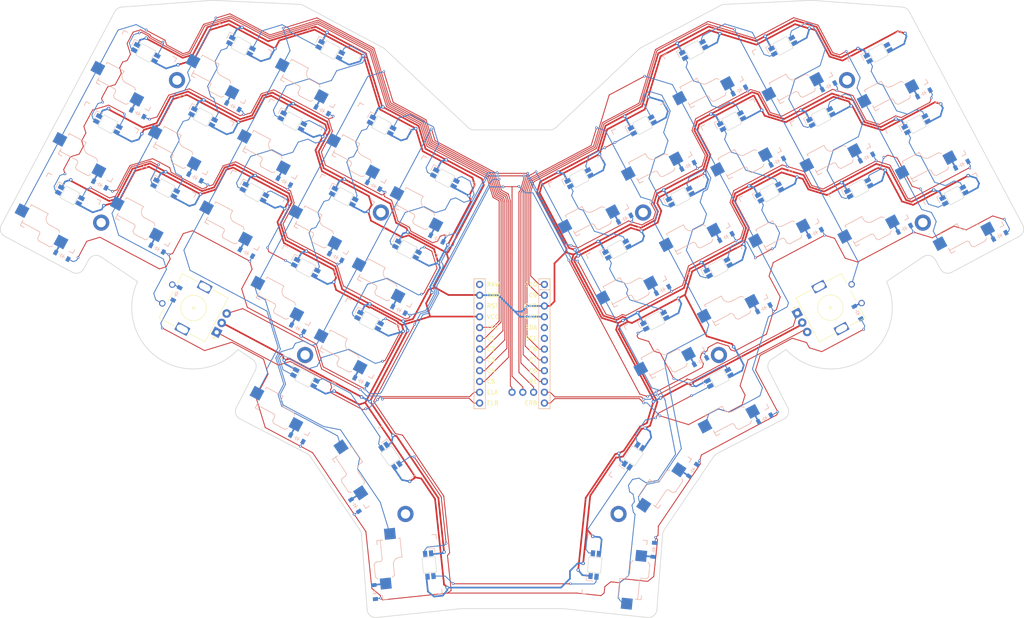
<source format=kicad_pcb>
(kicad_pcb (version 20240108) (generator "pcbnew") (generator_version "8.0")
  (title_block (title "DeeDee") (date "2024-04-26") (rev "v1.0.0") (company "Unknown"))
  (layers (0 "F.Cu" signal) (31 "B.Cu" signal) (34 "B.Paste" user) (35 "F.Paste" user) (36 "B.SilkS" user "B.Silkscreen") (37 "F.SilkS" user "F.Silkscreen") (38 "B.Mask" user) (39 "F.Mask" user) (44 "Edge.Cuts" user))
  (net 0 "")
  (net 1 "pinky_bottom")
  (net 2 "C1")
  (net 3 "pinky_home")
  (net 4 "pinky_top")
  (net 5 "ring_bottom")
  (net 6 "C2")
  (net 7 "ring_home")
  (net 8 "ring_top")
  (net 9 "middle_bottom")
  (net 10 "C3")
  (net 11 "middle_home")
  (net 12 "middle_top")
  (net 13 "index_bottom")
  (net 14 "C4")
  (net 15 "index_home")
  (net 16 "index_top")
  (net 17 "inner_bottom")
  (net 18 "C5")
  (net 19 "inner_home")
  (net 20 "inner_top")
  (net 21 "mirror_pinky_bottom")
  (net 22 "C10")
  (net 23 "mirror_pinky_home")
  (net 24 "mirror_pinky_top")
  (net 25 "mirror_ring_bottom")
  (net 26 "C9")
  (net 27 "mirror_ring_home")
  (net 28 "mirror_ring_top")
  (net 29 "mirror_middle_bottom")
  (net 30 "C8")
  (net 31 "mirror_middle_home")
  (net 32 "mirror_middle_top")
  (net 33 "mirror_index_bottom")
  (net 34 "C7")
  (net 35 "mirror_index_home")
  (net 36 "mirror_index_top")
  (net 37 "mirror_inner_bottom")
  (net 38 "C6")
  (net 39 "mirror_inner_home")
  (net 40 "mirror_inner_top")
  (net 41 "near_home")
  (net 42 "mid_home")
  (net 43 "far_home")
  (net 44 "mirror_near_home")
  (net 45 "mirror_mid_home")
  (net 46 "mirror_far_home")
  (net 47 "R3")
  (net 48 "R2")
  (net 49 "R1")
  (net 50 "R4")
  (net 51 "enc_enc")
  (net 52 "mirror_enc_enc")
  (net 53 "ELA")
  (net 54 "ELB")
  (net 55 "GND")
  (net 56 "ERA")
  (net 57 "ERB")
  (net 58 "RAW")
  (net 59 "RST")
  (net 60 "VCC")
  (net 61 "LED")
  (net 62 "SDA")
  (net 63 "SCL")
  (net 64 "LED_3")
  (net 65 "LED_2")
  (net 66 "LED_1")
  (net 67 "LED_4")
  (net 68 "LED_5")
  (net 69 "LED_6")
  (net 70 "LED_9")
  (net 71 "LED_8")
  (net 72 "LED_7")
  (net 73 "LED_10")
  (net 74 "LED_11")
  (net 75 "LED_12")
  (net 76 "LED_15")
  (net 77 "LED_14")
  (net 78 "LED_13")
  (net 79 "LED_16")
  (net 80 "LED_17")
  (net 81 "LED_18")
  (net 82 "LED_34")
  (net 83 "LED_33")
  (net 84 "LED_35")
  (net 85 "LED_36")
  (net 86 "LED_32")
  (net 87 "LED_31")
  (net 88 "LED_30")
  (net 89 "LED_28")
  (net 90 "LED_27")
  (net 91 "LED_29")
  (net 92 "LED_26")
  (net 93 "LED_25")
  (net 94 "LED_24")
  (net 95 "LED_22")
  (net 96 "LED_21")
  (net 97 "LED_23")
  (net 98 "LED_20")
  (net 99 "LED_19")
  (footprint "ceoloide:mounting_hole_plated" (layer "F.Cu") (at 248.711866 86.376886 28)
    (property "Reference" "H8" (hide yes))
    (property "Value" "")
  )
  (footprint "ceoloide:mounting_hole_plated" (layer "F.Cu") (at 121.195331 21.650275 -28)
    (property "Reference" "H1" (hide yes))
    (property "Value" "")
  )
  (footprint "rotary_encoder" (layer "F.Cu") (at 124.998368 75.204323 152)
    (property "Reference" "ROT1" (hide yes))
    (property "Value" "")
  )
  (footprint "rotary_encoder" (layer "F.Cu") (at 275.049538 75.204318 28)
    (property "Reference" "ROT2" (hide yes))
    (property "Value" "")
  )
  (footprint "ceoloide:mounting_hole_plated" (layer "F.Cu") (at 225.089763 123.810055 56)
    (property "Reference" "H10" (hide yes))
    (property "Value" "")
  )
  (footprint "ceoloide:mounting_hole_plated" (layer "F.Cu") (at 169.175985 52.824878 -28)
    (property "Reference" "H3" (hide yes))
    (property "Value" "")
  )
  (footprint "ceoloide:mounting_hole_plated" (layer "F.Cu") (at 151.336054 86.376893 -28)
    (property "Reference" "H7" (hide yes))
    (property "Value" "")
  )
  (footprint "ceoloide:mounting_hole_plated" (layer "F.Cu") (at 230.871938 52.824894 28)
    (property "Reference" "H4" (hide yes))
    (property "Value" "")
  )
  (footprint "ceoloide:mounting_hole_plated" (layer "F.Cu") (at 278.852605 21.650271 28)
    (property "Reference" "H2" (hide yes))
    (property "Value" "")
  )
  (footprint "ceoloide:mounting_hole_plated" (layer "F.Cu") (at 174.958138 123.810059 -56)
    (property "Reference" "H9" (hide yes))
    (property "Value" "")
  )
  (footprint "ceoloide:mounting_hole_plated" (layer "F.Cu") (at 296.692521 55.202273 28)
    (property "Reference" "H6" (hide yes))
    (property "Value" "")
  )
  (footprint "ceoloide:mcu_nice_nano" (layer "F.Cu") (at 200.023954 82.44888)
    (property "Reference" "MCU1" (hide yes))
    (property "Value" "")
  )
  (footprint "ceoloide:mounting_hole_plated" (layer "F.Cu") (at 103.355408 55.202283 -28)
    (property "Reference" "H5" (hide yes))
    (property "Value" "")
  )
  (footprint "ceoloide:led_SK6812mini-e (per-keysingle-side)" (layer "B.Cu") (at 251.716816 31.321824 28)
    (property "Reference" "LED26" (hide yes))
    (property "Value" "")
    (fp_poly (pts (xy -1.8 -1.55) (xy 1.800001 -1.549998) (xy 1.8 1.55) (xy -1.800001 1.549998)) (stroke (width 0.12)) (fill none) (layer "Edge.Cuts"))
  )
  (footprint "ceoloide:diode_tht_sod123" (layer "B.Cu") (at 250.364646 58.599542 -152)
    (property "Reference" "D30" (hide yes))
    (property "Value" "")
  )
  (footprint "ceoloide:led_SK6812mini-e (per-keysingle-side)" (layer "B.Cu") (at 127.329865 30.348402 -28)
    (property "Reference" "LED5" (hide yes))
    (property "Value" "")
    (fp_poly (pts (xy -1.799997 -1.549995) (xy 1.8 -1.549998) (xy 1.799997 1.549995) (xy -1.8 1.549998)) (stroke (width 0.12)) (fill none) (layer "Edge.Cuts"))
  )
  (footprint "ceoloide:switch_choc_v1_v2" (layer "B.Cu") (at 167.520892 112.783869 124)
    (property "Reference" "S32" (hide yes))
    (property "Value" "")
  )
  (footprint "ceoloide:led_SK6812mini-e (per-keysingle-side)" (layer "B.Cu") (at 148.331109 31.321839 -28)
    (property "Reference" "LED8" (hide yes))
    (property "Value" "")
    (fp_poly (pts (xy -1.799997 -1.549995) (xy 1.8 -1.549998) (xy 1.799997 1.549995) (xy -1.8 1.549998)) (stroke (width 0.12)) (fill none) (layer "Edge.Cuts"))
  )
  (footprint "ceoloide:diode_tht_sod123" (layer "B.Cu") (at 121.053105 71.974009 62)
    (property "Reference" "D19" (hide yes))
    (property "Value" "")
  )
  (footprint "ceoloide:led_SK6812mini-e (per-keysingle-side)" (layer "B.Cu") (at 104.920189 32.023817 -28)
    (property "Reference" "LED2" (hide yes))
    (property "Value" "")
    (fp_poly (pts (xy -1.799997 -1.549995) (xy 1.8 -1.549998) (xy 1.799997 1.549995) (xy -1.8 1.549998)) (stroke (width 0.12)) (fill none) (layer "Edge.Cuts"))
  )
  (footprint "ceoloide:led_SK6812mini-e (per-keysingle-side)" (layer "B.Cu") (at 224.737402 61.523004 28)
    (property "Reference" "LED32" (hide yes))
    (property "Value" "")
    (fp_poly (pts (xy -1.8 -1.55) (xy 1.800001 -1.549998) (xy 1.8 1.55) (xy -1.800001 1.549998)) (stroke (width 0.12)) (fill none) (layer "Edge.Cuts"))
  )
  (footprint "ceoloide:led_SK6812mini-e (per-keysingle-side)" (layer "B.Cu") (at 272.718061 30.348405 28)
    (property "Reference" "LED23" (hide yes))
    (property "Value" "")
    (fp_poly (pts (xy -1.8 -1.55) (xy 1.800001 -1.549998) (xy 1.8 1.55) (xy -1.800001 1.549998)) (stroke (width 0.12)) (fill none) (layer "Edge.Cuts"))
  )
  (footprint "ceoloide:led_SK6812mini-e (per-keysingle-side)" (layer "B.Cu") (at 175.310522 61.523029 -28)
    (property "Reference" "LED14" (hide yes))
    (property "Value" "")
    (fp_poly (pts (xy -1.799997 -1.549995) (xy 1.8 -1.549998) (xy 1.799997 1.549995) (xy -1.8 1.549998)) (stroke (width 0.12)) (fill none) (layer "Edge.Cuts"))
  )
  (footprint "ceoloide:diode_tht_sod123" (layer "B.Cu") (at 125.430211 44.571411 152)
    (property "Reference" "D5" (hide yes))
    (property "Value" "")
  )
  (footprint "ceoloide:diode_tht_sod123" (layer "B.Cu") (at 262.445943 40.850124 -152)
    (property "Reference" "D27" (hide yes))
    (property "Value" "")
  )
  (footprint "ceoloide:switch_choc_v1_v2" (layer "B.Cu") (at 288.414267 19.39767 -152)
    (property "Reference" "S18" (hide yes))
    (property "Value" "")
  )
  (footprint "ceoloide:led_SK6812mini-e (per-keysingle-side)" (layer "B.Cu") (at 304.04768 48.799804 28)
    (property "Reference" "LED19" (hide yes))
    (property "Value" "")
    (fp_poly (pts (xy -1.8 -1.55) (xy 1.800001 -1.549998) (xy 1.8 1.55) (xy -1.800001 1.549998)) (stroke (width 0.12)) (fill none) (layer "Edge.Cuts"))
  )
  (footprint "ceoloide:switch_choc_v1_v2" (layer "B.Cu") (at 232.527044 112.783869 -124)
    (property "Reference" "S35" (hide yes))
    (property "Value" "")
  )
  (footprint "ceoloide:switch_choc_v1_v2" (layer "B.Cu") (at 125.123351 34.498245 152)
    (property "Reference" "S5" (hide yes))
    (property "Value" "")
  )
  (footprint "ceoloide:switch_choc_v1_v2" (layer "B.Cu") (at 262.843277 52.247684 -152)
    (property "Reference" "S22" (hide yes))
    (property "Value" "")
  )
  (footprint "ceoloide:diode_tht_sod123" (layer "B.Cu") (at 116.510255 61.347398 152)
    (property "Reference" "D4" (hide yes))
    (property "Value" "")
  )
  (footprint "ceoloide:diode_tht_sod123" (layer "B.Cu") (at 259.284626 75.375557 -152)
    (property "Reference" "D29" (hide yes))
    (property "Value" "")
  )
  (footprint "ceoloide:diode_tht_sod123" (layer "B.Cu") (at 94.100592 63.022812 152)
    (property "Reference" "D1" (hide yes))
    (property "Value" "")
  )
  (footprint "ceoloide:switch_choc_v1_v2" (layer "B.Cu") (at 245.003367 18.695671 -152)
    (property "Reference" "S24" (hide yes))
    (property "Value" "")
  )
  (footprint "ceoloide:diode_tht_sod123" (layer "B.Cu") (at 149.390306 106.011723 152)
    (property "Reference" "D16" (hide yes))
    (property "Value" "")
  )
  (footprint "ceoloide:diode_tht_sod123" (layer "B.Cu") (at 314.776812 58.328088 -152)
    (property "Reference" "D20" (hide yes))
    (property "Value" "")
  )
  (footprint "ceoloide:diode_tht_sod123" (layer "B.Cu") (at 259.487085 101.316995 -152)
    (property "Reference" "D35" (hide yes))
    (property "Value" "")
  )
  (footprint "ceoloide:switch_choc_v1_v2" (layer "B.Cu") (at 137.20464 52.247696 152)
    (property "Reference" "S7" (hide yes))
    (property "Value" "")
  )
  (footprint "ceoloide:switch_choc_v1_v2" (layer "B.Cu") (at 158.205875 53.221122 152)
    (property "Reference" "S11" (hide yes))
    (property "Value" "")
  )
  (footprint "ceoloide:led_SK6812mini-e (per-keysingle-side)" (layer "B.Cu") (at 228.630566 110.15566 56)
    (property "Reference" "LED35" (hide yes))
    (property "Value" "")
    (fp_poly (pts (xy -1.799999 -1.55) (xy 1.800001 -1.549997) (xy 1.799999 1.55) (xy -1.800001 1.549997)) (stroke (width 0.12)) (fill none) (layer "Edge.Cuts"))
  )
  (footprint "ceoloide:diode_tht_sod123" (layer "B.Cu") (at 274.527232 23.100681 -152)
    (property "Reference" "D25" (hide yes))
    (property "Value" "")
  )
  (footprint "ceoloide:switch_choc_v1_v2" (layer "B.Cu") (at 116.203402 51.274254 152)
    (property "Reference" "S4" (hide yes))
    (property "Value" "")
  )
  (footprint "ceoloide:switch_choc_v1_v2" (layer "B.Cu") (at 149.083448 95.938561 152)
    (property "Reference" "S31" (hide yes))
    (property "Value" "")
  )
  (footprint "ceoloide:switch_choc_v1_v2" (layer "B.Cu") (at 297.334243 36.173665 -152)
    (property "Reference" "S17" (hide yes))
    (property "Value" "")
  )
  (footprint "ceoloide:switch_choc_v1_v2" (layer "B.Cu") (at 274.924573 34.498248 -152)
    (property "Reference" "S20" (hide yes))
    (property "Value" "")
  )
  (footprint "ceoloide:diode_tht_sod123" (layer "B.Cu") (at 167.432694 46.518258 152)
    (property "Reference" "D12" (hide yes))
    (property "Value" "")
  )
  (footprint "ceoloide:switch_choc_v1_v2" (layer "B.Cu") (at 173.104008 65.672867 152)
    (property "Reference" "S14" (hide yes))
    (property "Value" "")
  )
  (footprint "ceoloide:diode_tht_sod123" (layer "B.Cu") (at 155.351406 28.768828 152)
    (property "Reference" "D9" (hide yes))
    (property "Value" "")
  )
  (footprint "ceoloide:led_SK6812mini-e (per-keysingle-side)" (layer "B.Cu") (at 166.390553 78.29901 -28)
    (property "Reference" "LED13" (hide yes))
    (property "Value" "")
    (fp_poly (pts (xy -1.799997 -1.549995) (xy 1.8 -1.549998) (xy 1.799997 1.549995) (xy -1.8 1.549998)) (stroke (width 0.12)) (fill none) (layer "Edge.Cuts"))
  )
  (footprint "ceoloide:switch_choc_v1_v2" (layer "B.Cu") (at 253.923328 35.471678 -152)
    (property "Reference" "S23" (hide yes))
    (property "Value" "")
  )
  (footprint "ceoloide:switch_choc_v1_v2" (layer "B.Cu") (at 182.023962 48.896861 152)
    (property "Reference" "S15" (hide yes))
    (property "Value" "")
  )
  (footprint "ceoloide:diode_tht_sod123" (layer "B.Cu") (at 271.365904 57.626118 -152)
    (property "Reference" "D26" (hide yes))
    (property "Value" "")
  )
  (footprint "ceoloide:diode_tht_sod123" (layer "B.Cu") (at 167.712354 142.200448 96)
    (property "Reference" "D18" (hide yes))
    (property "Value" "")
  )
  (footprint "ceoloide:led_SK6812mini-e (per-keysingle-side)" (layer "B.Cu") (at 219.481884 135.821944 84)
    (property "Reference" "LED36" (hide yes))
    (property "Value" "")
    (fp_poly (pts (xy -1.800002 -1.55) (xy 1.800002 -1.550002) (xy 1.800002 1.55) (xy -1.800002 1.550002)) (stroke (width 0.12)) (fill none) (layer "Edge.Cuts"))
  )
  (footprint "ceoloide:switch_choc_v1_v2" (layer "B.Cu") (at 283.844534 51.274242 -152)
    (property "Reference" "S19" (hide yes))
    (property "Value" "")
  )
  (footprint "ceoloide:led_SK6812mini-e (per-keysingle-side)" (layer "B.Cu") (at 230.715569 32.295259 28)
    (property "Reference" "LED30" (hide yes))
    (property "Value" "")
    (fp_poly (pts (xy -1.8 -1.55) (xy 1.800001 -1.549998) (xy 1.8 1.55) (xy -1.800001 1.549998)) (stroke (width 0.12)) (fill none) (layer "Edge.Cuts"))
  )
  (footprint "ceoloide:switch_choc_v1_v2" (layer "B.Cu") (at 146.124587 35.471676 152)
    (property "Reference" "S8" (hide yes))
    (property "Value" "")
  )
  (footprint "ceoloide:diode_tht_sod123" (layer "B.Cu") (at 164.490901 92.522025 152)
    (property "Reference" "D13" (hide yes))
    (property "Value" "")
  )
  (footprint "ceoloide:diode_tht_sod123" (layer "B.Cu") (at 242.577088 113.531619 -124)
    (property "Reference" "D36" (hide yes))
    (property "Value" "")
  )
  (footprint "ceoloide:led_SK6812mini-e (per-keysingle-side)" (layer "B.Cu") (at 281.638011 47.1244 28)
    (property "Reference" "LED22" (hide yes))
    (property "Value" "")
    (fp_poly (pts (xy -1.8 -1.55) (xy 1.800001 -1.549998) (xy 1.8 1.55) (xy -1.800001 1.549998)) (stroke (width 0.12)) (fill none) (layer "Edge.Cuts"))
  )
  (footprint "ceoloide:diode_tht_sod123" (layer "B.Cu") (at 111.940498 29.470808 152)
    (property "Reference" "D3" (hide yes))
    (property "Value" "")
  )
  (footprint "ceoloide:led_SK6812mini-e (per-keysingle-side)" (layer "B.Cu") (at 239.635523 49.071268 28)
    (property "Reference" "LED29" (hide yes))
    (property "Value" "")
    (fp_poly (pts (xy -1.8 -1.55) (xy 1.800001 -1.549998) (xy 1.8 1.55) (xy -1.800001 1.549998)) (stroke (width 0.12)) (fill none) (layer "Edge.Cuts"))
  )
  (footprint "ceoloide:diode_tht_sod123" (layer "B.Cu") (at 173.410846 75.745998 152)
    (property "Reference" "D14" (hide yes))
    (property "Value" "")
  )
  (footprint "ceoloide:led_SK6812mini-e (per-keysingle-side)" (layer "B.Cu") (at 248.555483 65.847267 28)
    (property "Reference" "LED28" (hide yes))
    (property "Value" "")
    (fp_poly (pts (xy -1.8 -1.55) (xy 1.800001 -1.549998) (xy 1.8 1.55) (xy -1.800001 1.549998)) (stroke (width 0.12)) (fill none) (layer "Edge.Cuts"))
  )
  (footprint "ceoloide:led_SK6812mini-e (per-keysingle-side)" (layer "B.Cu") (at 286.207749 15.247801 28)
    (property "Reference" "LED21" (hide yes))
    (property "Value" "")
    (fp_poly (pts (xy -1.8 -1.55) (xy 1.800001 -1.549998) (xy 1.8 1.55) (xy -1.800001 1.549998)) (stroke (width 0.12)) (fill none) (layer "Edge.Cuts"))
  )
  (footprint "ceoloide:diode_tht_sod123" (layer "B.Cu") (at 281.34218 76.388752 118)
    (property "Reference" "D38" (hide yes))
    (property "Value" "")
  )
  (footprint "ceoloide:diode_tht_sod123" (layer "B.Cu") (at 296.936904 24.776083 -152)
    (property "Reference" "D22" (hide yes))
    (property "Value" "")
  )
  (footprint "ceoloide:led_SK6812mini-e (per-keysingle-side)" (layer "B.Cu") (at 139.411141 48.097826 -28)
    (property "Reference" "LED7" (hide yes))
    (property "Value" "")
    (fp_poly (pts (xy -1.799997 -1.549995) (xy 1.8 -1.549998) (xy 1.799997 1.549995) (xy -1.8 1.549998)) (stroke (width 0.12)) (fill none) (layer "Edge.Cuts"))
  )
  (footprint "ceoloide:led_SK6812mini-e (per-keysingle-side)" (layer "B.Cu") (at 260.636765 48.097851 28)
    (property "Reference" "LED25" (hide yes))
    (property "Value" "")
    (fp_poly (pts (xy -1.8 -1.55) (xy 1.800001 -1.549998) (xy 1.8 1.55) (xy -1.800001 1.549998)) (stroke (width 0.12)) (fill none) (layer "Edge.Cuts"))
  )
  (footprint "ceoloide:led_SK6812mini-e (per-keysingle-side)" (layer "B.Cu") (at 180.56603 135.821937 -84)
    (property "Reference" "LED18" (hide yes))
    (property "Value" "")
    (fp_poly (pts (xy -1.799997 -1.550003) (xy 1.800006 -1.549999) (xy 1.799997 1.550003) (xy -1.800006 1.549999)) (stroke (width 0.12)) (fill none) (layer "Edge.Cuts"))
  )
  (footprint "ceoloide:switch_choc_v1_v2" (layer "B.Cu") (at 134.043302 17.722234 152)
    (property "Reference" "S6" (hide yes))
    (property "Value" "")
  )
  (footprint "ceoloide:diode_tht_sod123" (layer "B.Cu") (at 253.525985 24.074117 -152)
    (property "Reference" "D28" (hide yes))
    (property "Value" "")
  )
  (footprint "ceoloide:led_SK6812mini-e (per-keysingle-side)" (layer "B.Cu") (at 169.332354 32.295272 -28)
    (property "Reference" "LED12" (hide yes))
    (property "Value" "")
    (fp_poly (pts (xy -1.799997 -1.549995) (xy 1.8 -1.549998) (xy 1.799997 1.549995) (xy -1.8 1.549998)) (stroke (width 0.12)) (fill none) (layer "Edge.Cuts"))
  )
  (footprint "ceoloide:led_SK6812mini-e (per-keysingle-side)" (layer "B.Cu") (at 295.127727 32.023807 28)
    (property "Reference" "LED20" (hide yes))
    (property "Value" "")
    (fp_poly (pts (xy -1.8 -1.55) (xy 1.800001 -1.549998) (xy 1.8 1.55) (xy -1.800001 1.549998)) (stroke (width 0.12)) (fill none) (layer "Edge.Cuts"))
  )
  (footprint "ceoloide:led_SK6812mini-e (per-keysingle-side)" (layer "B.Cu") (at 160.412403 49.071266 -28)
    (property "Reference" "LED11" (hide yes))
    (property "Value" "")
    (fp_poly (pts (xy -1.799997 -1.549995) (xy 1.8 -1.549998) (xy 1.799997 1.549995) (xy -1.8 1.549998)) (stroke (width 0.12)) (fill none) (layer "Edge.Cuts"))
  )
  (footprint "ceoloide:switch_choc_v1_v2" (layer "B.Cu") (at 149.285928 69.997121 152)
    (property "Reference" "S10" (hide yes))
    (property "Value" "")
  )
  (footprint "ceoloide:led_SK6812mini-e (per-keysingle-side)" (layer "B.Cu") (at 263.7981 13.572401 28)
    (property "Reference" "LED24" (hide yes))
    (property "Value" "")
    (fp_poly (pts (xy -1.8 -1.55) (xy 1.800001 -1.549998) (xy 1.8 1.55) (xy -1.800001 1.549998)) (stroke (width 0.12)) (fill none) (layer "Edge.Cuts"))
  )
  (footprint "ceoloide:switch_choc_v1_v2" (layer "B.Cu") (at 266.004607 17.722243 -152)
    (property "Reference" "S21" (hide yes))
    (property "Value" "")
  )
  (footprint "ceoloide:led_SK6812mini-e (per-keysingle-side)" (layer "B.Cu") (at 113.840155 15.247795 -28)
    (property "Reference" "LED3" (hide yes))
    (property "Value" "")
    (fp_poly (pts (xy -1.799997 -1.549995) (xy 1.8 -1.549998) (xy 1.799997 1.549995) (xy -1.8 1.549998)) (stroke (width 0.12)) (fill none) (layer "Edge.Cuts"))
  )
  (footprint "ceoloide:led_SK6812mini-e (per-keysingle-side)" (layer "B.Cu") (at 118.409888 47.124404 -28)
    (property "Reference" "LED4" (hide yes))
    (property "Value" "")
    (fp_poly (pts (xy -1.799997 -1.549995) (xy 1.8 -1.549998) (xy 1.799997 1.549995) (xy -1.8 1.549998)) (stroke (width 0.12)) (fill none) (layer "Edge.Cuts"))
  )
  (footprint "ceoloide:switch_choc_v1_v2" (layer "B.Cu") (at 102.713685 36.173658 152)
    (property "Reference" "S2" (hide yes))
    (property "Value" "")
  )
  (footprint "ceoloide:switch_choc_v1_v2" (layer "B.Cu") (at 218.023947 48.896862 -152)
    (property "Reference" "S30" (hide yes))
    (property "Value" "")
  )
  (footprint "ceoloide:switch_choc_v1_v2" (layer "B.Cu") (at 306.254199 52.949665 -152)
    (property "Reference" "S16" (hide yes))
    (property "Value" "")
  )
  (footprint "ceoloide:led_SK6812mini-e (per-keysingle-side)" (layer "B.Cu") (at 242.796864 14.545806 28)
    (property "Reference" "LED27" (hide yes))
    (property "Value" "")
    (fp_poly (pts (xy -1.8 -1.55) (xy 1.800001 -1.549998) (xy 1.8 1.55) (xy -1.800001 1.549998)) (stroke (width 0.12)) (fill none) (layer "Edge.Cuts"))
  )
  (footprint "ceoloide:led_SK6812mini-e (per-keysingle-side)" (layer "B.Cu") (at 96.000231 48.799807 -28)
    (property "Reference" "LED1" (hide yes))
    (property "Value" "")
    (fp_poly (pts (xy -1.799997 -1.549995) (xy 1.8 -1.549998) (xy 1.799997 1.549995) (xy -1.8 1.549998)) (stroke (width 0.12)) (fill none) (layer "Edge.Cuts"))
  )
  (footprint "ceoloide:led_SK6812mini-e (per-keysingle-side)" (layer "B.Cu") (at 184.230477 44.74701 -28)
    (property "Reference" "LED15" (hide yes))
    (property "Value" "")
    (fp_poly (pts (xy -1.799997 -1.549995) (xy 1.8 -1.549998) (xy 1.799997 1.549995) (xy -1.8 1.549998)) (stroke (width 0.12)) (fill none) (layer "Edge.Cuts"))
  )
  (footprint "ceoloide:diode_tht_sod123" (layer "B.Cu") (at 146.431468 45.544834 152)
    (property "Reference" "D8" (hide yes))
    (property "Value" "")
  )
  (footprint "ceoloide:switch_choc_v1_v2" (layer "B.Cu") (at 226.94392 65.672867 -152)
    (property "Reference" "S29" (hide yes))
    (property "Value" "")
  )
  (footprint "ceoloide:switch_choc_v1_v2" (layer "B.Cu") (at 235.863884 82.448878 -152)
    (property "Reference" "S28" (hide yes))
    (property "Value" "")
  )
  (footprint "ceoloide:switch_choc_v1_v2" (layer "B.Cu") (at 224.15614 136.313219 -96)
    (property "Reference" "S36" (hide yes))
    (property "Value" "")
  )
  (footprint "ceoloide:switch_choc_v1_v2" (layer "B.Cu") (at 167.125845 36.445125 152)
    (property "Reference" "S12" (hide yes))
    (property "Value" "")
  )
  (footprint "ceoloide:diode_tht_sod123" (layer "B.Cu") (at 283.447192 39.876682 -152)
    (property "Reference" "D24" (hide yes))
    (property "Value" "")
  )
  (footprint "ceoloide:led_SK6812mini-e (per-keysingle-side)" (layer "B.Cu") (at 215.817438 44.747009 28)
    (property "Reference" "LED33" (hide yes))
    (property "Value" "")
    (fp_poly (pts (xy -1.8 -1.55) (xy 1.800001 -1.549998) (xy 1.8 1.55) (xy -1.800001 1.549998)) (stroke (width 0.12)) (fill none) (layer "Edge.Cuts"))
  )
  (footprint "ceoloide:diode_tht_sod123" (layer "B.Cu") (at 226.546582 54.275296 -152)
    (property "Reference" "D34" (hide yes))
    (property "Value" "")
  )
  (footprint "ceoloide:diode_tht_sod123" (layer "B.Cu") (at 233.380848 132.255233 -96)
    (property "Reference" "D37" (hide yes))
    (property "Value" "")
  )
  (footprint "ceoloide:led_SK6812mini-e (per-keysingle-side)" (layer "B.Cu") (at 151.289959 91.788729 -28)
    (property "Reference" "LED16" (hide yes))
    (property "Value" "")
    (fp_poly (pts (xy -1.799997 -1.549995) (xy 1.8 -1.549998) (xy 1.799997 1.549995) (xy -1.8 1.549998)) (stroke (width 0.12)) (fill none) (layer "Edge.Cuts"))
  )
  (footprint "ceoloide:led_SK6812mini-e (per-keysingle-side)" (layer "B.Cu") (at 248.757959 91.788722 28)
    (property "Reference" "LED34" (hide yes))
    (property "Value" "")
    (fp_poly (pts (xy -1.8 -1.55) (xy 1.800001 -1.549998) (xy 1.8 1.55) (xy -1.800001 1.549998)) (stroke (width 0.12)) (fill none) (layer "Edge.Cuts"))
  )
  (footprint "ceoloide:diode_tht_sod123" (layer "B.Cu") (at 244.386495 87.827309 -152)
    (property "Reference" "D32" (hide yes))
    (property "Value" "")
  )
  (footprint "ceoloide:diode_tht_sod123" (layer "B.Cu") (at 149.592781 80.070263 152)
    (property "Reference" "D10" (hide yes))
    (property "Value" "")
  )
  (footprint "ceoloide:switch_choc_v1_v2" (layer "B.Cu") (at 155.044556 18.695669 152)
    (property "Reference" "S9" (hide yes))
    (property "Value" "")
  )
  (footprint "ceoloide:switch_choc_v1_v2" (layer "B.Cu") (at 241.842028 53.221116 -152)
    (property "Reference" "S26" (hide yes))
    (property "Value" "")
  )
  (footprint "ceoloide:diode_tht_sod123" (layer "B.Cu") (at 158.512731 63.294274 152)
    (property "Reference" "D11" (hide yes))
    (property "Value" "")
  )
  (footprint "ceoloide:diode_tht_sod123" (layer "B.Cu") (at 163.062757 121.821993 124)
    (property "Reference" "D17" (hide yes))
    (property "Value" "")
  )
  (footprint "ceoloide:diode_tht_sod123" (layer "B.Cu") (at 241.444681 41.823556 -152)
    (property "Reference" "D31" (hide yes))
    (property "Value" "")
  )
  (footprint "ceoloide:switch_choc_v1_v2" (layer "B.Cu") (at 232.922085 36.44511 -152)
    (property "Reference" "S27" (hide yes))
    (property "Value" "")
  )
  (footprint "ceoloide:diode_tht_sod123" (layer "B.Cu") (at 137.511489 62.320834 152)
    (property "Reference" "D7" (hide yes))
    (property "Value" "")
  )
  (footprint "ceoloide:switch_choc_v1_v2" (layer "B.Cu") (at 111.633649 19.397661 152)
    (property "Reference" "S3" (hide yes))
    (property "Value" "")
  )
  (footprint "ceoloide:switch_choc_v1_v2" (layer "B.Cu") (at 250.964489 95.938573 -152)
    (property "Reference" "S34" (hide yes))
    (property "Value" "")
  )
  (footprint "ceoloide:switch_choc_v1_v2" (layer "B.Cu") (at 175.891777 136.313231 96)
    (property "Reference" "S33" (hide yes))
    (property "Value" "")
  )
  (footprint "ceoloide:diode_tht_sod123" (layer "B.Cu") (at 134.350168 27.795391 152)
    (property "Reference" "D6" (hide yes))
    (property "Value" "")
  )
  (footprint "ceoloide:switch_choc_v1_v2" (layer "B.Cu") (at 250.761987 69.997137 -152)
    (property "Reference" "S25" (hide yes))
    (property "Value" "")
  )
  (footprint "ceoloide:led_SK6812mini-e (per-keysingle-side)" (layer "B.Cu") (at 233.657364 78.299006 28)
    (property "Reference" "LED31" (hide yes))
    (property "Value" "")
    (fp_poly (pts (xy -1.8 -1.55) (xy 1.800001 -1.549998) (xy 1.8 1.55) (xy -1.800001 1.549998)) (stroke (width 0.12)) (fill none) (layer "Edge.Cuts"))
  )
  (footprint "ceoloide:led_SK6812mini-e (per-keysingle-side)" (layer "B.Cu") (at 157.251077 14.545813 -28)
    (property "Reference" "LED9" (hide yes))
    (property "Value" "")
    (fp_poly (pts (xy -1.799997 -1.549995) (xy 1.8 -1.549998) (xy 1.799997 1.549995) (xy -1.8 1.549998)) (stroke (width 0.12)) (fill none) (layer "Edge.Cuts"))
  )
  (footprint "ceoloide:diode_tht_sod123" (layer "B.Cu") (at 103.02054 46.246807 152)
    (property "Reference" "D2" (hide yes))
    (property "Value" "")
  )
  (footprint "ceoloide:diode_tht_sod123" (layer "B.Cu") (at 182.330826 58.97001 152)
    (property "Reference" "D15" (hide yes))
    (property "Value" "")
  )
  (footprint "ceoloide:diode_tht_sod123" (layer "B.Cu") (at 235.466524 71.051303 -152)
    (property "Reference" "D33" (hide yes))
    (property "Value" "")
  )
  (footprint "ceoloide:led_SK6812mini-e (per-keysingle-side)" (layer "B.Cu") (at 151.492444 65.84727 -28)
    (property "Reference" "LED10" (hide yes))
    (property "Value" "")
    (fp_poly (pts (xy -1.799997 -1.549995) (xy 1.8 -1.549998) (xy 1.799997 1.549995) (xy -1.8 1.549998)) (stroke (width 0.12)) (fill none) (layer "Edge.Cuts"))
  )
  (footprint "ceoloide:switch_choc_v1_v2" (layer "B.Cu") (at 93.79371 52.949659 152)
    (property "Reference" "S1" (hide yes))
    (property "Value" "")
  )
  (footprint "ceoloide:led_SK6812mini-e (per-keysingle-side)" (layer "B.Cu") (at 136.249811 13.572393 -28)
    (property "Reference" "LED6" (hide yes))
    (property "Value" "")
    (fp_poly (pts (xy -1.799997 -1.549995) (xy 1.8 -1.549998) (xy 1.799997 1.549995) (xy -1.8 1.549998)) (stroke (width 0.12)) (fill none) (layer "Edge.Cuts"))
  )
  (footprint "ceoloide:diode_tht_sod123" (layer "B.Cu") (at 305.856848 41.552092 -152)
    (property "Reference" "D21" (hide yes))
    (property "Value" "")
  )
  (footprint "ceoloide:diode_tht_sod123" (layer "B.Cu") (at 292.367148 56.652675 -152)
    (property "Reference" "D23" (hide yes))
    (property "Value" "")
  )
  (footprint "ceoloide:switch_choc_v1_v2" (layer "B.Cu") (at 164.184043 82.448875 152)
    (property "Reference" "S13" (hide yes))
    (property "Value" "")
  )
  (footprint "ceoloide:led_SK6812mini-e (per-keysingle-side)" (layer "B.Cu") (at 171.417346 110.155658 -56)
    (property "Reference" "LED17" (hide yes))
    (property "Value" "")
    (fp_poly (pts (xy -1.800003 -1.549997) (xy 1.800001 -1.549999) (xy 1.800003 1.549997) (xy -1.800001 1.549999)) (stroke (width 0.12)) (fill none) (layer "Edge.Cuts"))
  )
  (gr_arc (start 136.004036 101.415997) (mid 135.013314 100.235149) (end 135.156667 98.700445) (stroke (width 0.15)) (layer "Edge.Cuts"))
  (gr_line (start 211.961774 146.103153) (end 188.086151 146.103148) (stroke (width 0.15)) (layer "Edge.Cuts"))
  (gr_line (start 138.958653 87.398822) (end 135.541782 85.085594) (stroke (width 0.15)) (layer "Edge.Cuts"))
  (gr_arc (start 106.567894 5.494355) (mid 107.240471 4.758563) (end 108.184676 4.438859) (stroke (width 0.15)) (layer "Edge.Cuts"))
  (gr_arc (start 260.424613 89.955325) (mid 260.274838 88.551726) (end 261.089278 87.398828) (stroke (width 0.15)) (layer "Edge.Cuts"))
  (gr_line (start 111.907898 69.085323) (end 103.282989 63.246214) (stroke (width 0.15)) (layer "Edge.Cuts"))
  (gr_arc (start 138.958653 87.398822) (mid 139.77307 88.551735) (end 139.623301 89.955327) (stroke (width 0.15)) (layer "Edge.Cuts"))
  (gr_line (start 231.899054 148.187613) (end 212.170826 146.114102) (stroke (width 0.15)) (layer "Edge.Cuts"))
  (gr_line (start 296.764931 63.246219) (end 288.140014 69.085335) (stroke (width 0.15)) (layer "Edge.Cuts"))
  (gr_line (start 250.000845 3.798237) (end 270.431902 2.851233) (stroke (width 0.15)) (layer "Edge.Cuts"))
  (gr_arc (start 288.140014 69.085335) (mid 283.150408 87.170112) (end 264.506157 85.085582) (stroke (width 0.15)) (layer "Edge.Cuts"))
  (gr_arc (start 151.796495 109.580922) (mid 152.207639 109.863547) (end 152.536045 110.239135) (stroke (width 0.15)) (layer "Edge.Cuts"))
  (gr_arc (start 263.785607 96.621018) (mid 263.775511 96.601777) (end 263.765631 96.582424) (stroke (width 0.15)) (layer "Edge.Cuts"))
  (gr_line (start 300.767018 66.060382) (end 299.652033 63.963424) (stroke (width 0.15)) (layer "Edge.Cuts"))
  (gr_line (start 260.424613 89.955325) (end 263.765631 96.582424) (stroke (width 0.15)) (layer "Edge.Cuts"))
  (gr_arc (start 211.961774 146.103153) (mid 212.066443 146.105892) (end 212.170826 146.114102) (stroke (width 0.15)) (layer "Edge.Cuts"))
  (gr_arc (start 169.68355 14.021104) (mid 169.910651 14.162087) (end 170.116927 14.332091) (stroke (width 0.15)) (layer "Edge.Cuts"))
  (gr_line (start 263.785607 96.621018) (end 264.89125 98.700443) (stroke (width 0.15)) (layer "Edge.Cuts"))
  (gr_line (start 150.893407 4.0302) (end 169.68355 14.021104) (stroke (width 0.15)) (layer "Edge.Cuts"))
  (gr_arc (start 234.102336 146.35041) (mid 233.388942 147.734615) (end 231.899054 148.187613) (stroke (width 0.15)) (layer "Edge.Cuts"))
  (gr_arc (start 291.863242 4.438862) (mid 292.80743 4.758589) (end 293.480026 5.494353) (stroke (width 0.15)) (layer "Edge.Cuts"))
  (gr_arc (start 136.282299 96.582425) (mid 136.272409 96.60178) (end 136.262306 96.621024) (stroke (width 0.15)) (layer "Edge.Cuts"))
  (gr_line (start 270.673595 2.854669) (end 291.863242 4.438862) (stroke (width 0.15)) (layer "Edge.Cuts"))
  (gr_arc (start 229.930997 14.332099) (mid 230.137267 14.162087) (end 230.364364 14.021097) (stroke (width 0.15)) (layer "Edge.Cuts"))
  (gr_arc (start 164.256612 127.615606) (mid 164.487543 128.077011) (end 164.592773 128.582139) (stroke (width 0.15)) (layer "Edge.Cuts"))
  (gr_line (start 230.364364 14.021097) (end 249.154516 4.030189) (stroke (width 0.15)) (layer "Edge.Cuts"))
  (gr_line (start 151.796495 109.580922) (end 136.004036 101.415997) (stroke (width 0.15)) (layer "Edge.Cuts"))
  (gr_arc (start 249.154516 4.030189) (mid 249.564804 3.867233) (end 250.000845 3.798237) (stroke (width 0.15)) (layer "Edge.Cuts"))
  (gr_line (start 264.043883 101.415981) (end 248.251437 109.580924) (stroke (width 0.15)) (layer "Edge.Cuts"))
  (gr_arc (start 320.191869 55.732) (mid 320.338591 57.255706) (end 319.364908 58.436847) (stroke (width 0.15)) (layer "Edge.Cuts"))
  (gr_line (start 210.339165 32.811886) (end 229.930997 14.332099) (stroke (width 0.15)) (layer "Edge.Cuts"))
  (gr_line (start 164.256617 127.615594) (end 152.536045 110.239135) (stroke (width 0.15)) (layer "Edge.Cuts"))
  (gr_line (start 235.455152 128.58215) (end 234.102336 146.35041) (stroke (width 0.15)) (layer "Edge.Cuts"))
  (gr_line (start 319.364908 58.436847) (end 303.471857 66.887326) (stroke (width 0.15)) (layer "Edge.Cuts"))
  (gr_arc (start 99.280903 66.060374) (mid 98.099755 67.034047) (end 96.57606 66.887334) (stroke (width 0.15)) (layer "Edge.Cuts"))
  (gr_line (start 165.945581 146.350412) (end 164.592773 128.582139) (stroke (width 0.15)) (layer "Edge.Cuts"))
  (gr_arc (start 100.395873 63.963424) (mid 101.679578 62.961388) (end 103.282989 63.246214) (stroke (width 0.15)) (layer "Edge.Cuts"))
  (gr_arc (start 191.081078 33.356974) (mid 190.342783 33.215696) (end 189.708762 32.811882) (stroke (width 0.15)) (layer "Edge.Cuts"))
  (gr_line (start 264.506157 85.085582) (end 261.089278 87.398828) (stroke (width 0.15)) (layer "Edge.Cuts"))
  (gr_line (start 96.57606 66.887334) (end 80.683004 58.43685) (stroke (width 0.15)) (layer "Edge.Cuts"))
  (gr_arc (start 150.047059 3.798237) (mid 150.48311 3.867232) (end 150.893407 4.0302) (stroke (width 0.15)) (layer "Edge.Cuts"))
  (gr_arc (start 264.891242 98.70045) (mid 265.034532 100.235128) (end 264.043883 101.415981) (stroke (width 0.15)) (layer "Edge.Cuts"))
  (gr_arc (start 210.339165 32.811886) (mid 209.70515 33.215725) (end 208.966839 33.356988) (stroke (width 0.15)) (layer "Edge.Cuts"))
  (gr_line (start 135.156667 98.700445) (end 136.262306 96.621024) (stroke (width 0.15)) (layer "Edge.Cuts"))
  (gr_arc (start 187.87708 146.114098) (mid 187.981472 146.10588) (end 188.086151 146.103148) (stroke (width 0.15)) (layer "Edge.Cuts"))
  (gr_arc (start 235.455152 128.58215) (mid 235.560356 128.07701) (end 235.791306 127.615606) (stroke (width 0.15)) (layer "Edge.Cuts"))
  (gr_line (start 136.282299 96.582425) (end 139.623301 89.955327) (stroke (width 0.15)) (layer "Edge.Cuts"))
  (gr_arc (start 270.431902 2.851233) (mid 270.552801 2.849287) (end 270.673595 2.854669) (stroke (width 0.15)) (layer "Edge.Cuts"))
  (gr_line (start 108.184676 4.438859) (end 129.374305 2.854658) (stroke (width 0.15)) (layer "Edge.Cuts"))
  (gr_line (start 293.480026 5.494353) (end 320.191869 55.732) (stroke (width 0.15)) (layer "Edge.Cuts"))
  (gr_line (start 247.511884 110.239154) (end 235.791315 127.615592) (stroke (width 0.15)) (layer "Edge.Cuts"))
  (gr_line (start 129.616016 2.851245) (end 150.047059 3.798237) (stroke (width 0.15)) (layer "Edge.Cuts"))
  (gr_line (start 79.856068 55.732) (end 106.567894 5.494355) (stroke (width 0.15)) (layer "Edge.Cuts"))
  (gr_arc (start 168.14887 148.187624) (mid 166.658973 147.734629) (end 165.945581 146.350412) (stroke (width 0.15)) (layer "Edge.Cuts"))
  (gr_arc (start 247.511884 110.239154) (mid 247.840296 109.863568) (end 248.251437 109.580924) (stroke (width 0.15)) (layer "Edge.Cuts"))
  (gr_line (start 191.081074 33.356977) (end 208.966839 33.356988) (stroke (width 0.15)) (layer "Edge.Cuts"))
  (gr_line (start 100.395873 63.963424) (end 99.280903 66.060374) (stroke (width 0.15)) (layer "Edge.Cuts"))
  (gr_arc (start 129.374305 2.854658) (mid 129.495109 2.84929) (end 129.616016 2.851245) (stroke (width 0.15)) (layer "Edge.Cuts"))
  (gr_line (start 187.87708 146.114098) (end 168.14887 148.187624) (stroke (width 0.15)) (layer "Edge.Cuts"))
  (gr_arc (start 296.764931 63.246219) (mid 298.368312 62.961389) (end 299.652033 63.963424) (stroke (width 0.15)) (layer "Edge.Cuts"))
  (gr_arc (start 303.471857 66.887326) (mid 301.948181 67.034036) (end 300.767018 66.060382) (stroke (width 0.15)) (layer "Edge.Cuts"))
  (gr_arc (start 80.683004 58.43685) (mid 79.709326 57.255692) (end 79.856068 55.732) (stroke (width 0.15)) (layer "Edge.Cuts"))
  (gr_line (start 170.116927 14.332091) (end 189.708762 32.811882) (stroke (width 0.15)) (layer "Edge.Cuts"))
  (gr_arc (start 135.541782 85.085594) (mid 116.897512 87.170066) (end 111.907898 69.085323) (stroke (width 0.15)) (layer "Edge.Cuts"))
  (segment (start 93.949228 59.793897) (end 93.918216 59.69248) (width 0.4) (layer "B.Cu") (net 1))
  (segment (start 92.669917 62.199929) (end 93.949228 59.793897) (width 0.4) (layer "B.Cu") (net 1))
  (segment (start 127.456333 8.50429) (end 133.824404 6.557378) (width 0.2) (layer "F.Cu") (net 2))
  (segment (start 192.403965 82.448876) (end 193.606047 82.448883) (width 0.2) (layer "F.Cu") (net 2))
  (segment (start 113.987604 9.913244) (end 118.400762 12.259771) (width 0.2) (layer "F.Cu") (net 2))
  (segment (start 178.785678 31.811128) (end 180.338544 36.890316) (width 0.2) (layer "F.Cu") (net 2))
  (segment (start 180.338544 36.890316) (end 194.496512 44.418235) (width 0.2) (layer "F.Cu") (net 2))
  (segment (start 142.990693 11.43119) (end 154.28973 7.976733) (width 0.2) (layer "F.Cu") (net 2))
  (segment (start 197.340242 49.772937) (end 197.469078 50.194294) (width 0.2) (layer "F.Cu") (net 2))
  (segment (start 166.871715 14.666688) (end 170.818078 27.574667) (width 0.2) (layer "F.Cu") (net 2))
  (segment (start 193.606047 82.448883) (end 197.469064 78.585841) (width 0.2) (layer "F.Cu") (net 2))
  (segment (start 195.89939 49.006825) (end 197.340242 49.772937) (width 0.2) (layer "F.Cu") (net 2))
  (segment (start 124.005986 14.99346) (end 127.456333 8.50429) (width 0.2) (layer "F.Cu") (net 2))
  (segment (start 118.731531 13.34171) (end 122.629508 15.414296) (width 0.2) (layer "F.Cu") (net 2))
  (segment (start 113.960826 9.82572) (end 113.987604 9.913244) (width 0.2) (layer "F.Cu") (net 2))
  (segment (start 133.824404 6.557378) (end 142.990693 11.43119) (width 0.2) (layer "F.Cu") (net 2))
  (segment (start 122.629508 15.414296) (end 124.005986 14.99346) (width 0.2) (layer "F.Cu") (net 2))
  (segment (start 197.469064 78.585841) (end 197.469078 50.194294) (width 0.2) (layer "F.Cu") (net 2))
  (segment (start 118.400762 12.259771) (end 118.731531 13.34171) (width 0.2) (layer "F.Cu") (net 2))
  (segment (start 170.818078 27.574667) (end 178.785678 31.811128) (width 0.2) (layer "F.Cu") (net 2))
  (segment (start 194.496512 44.418235) (end 195.89939 49.006825) (width 0.2) (layer "F.Cu") (net 2))
  (segment (start 154.28973 7.976733) (end 166.871715 14.666688) (width 0.2) (layer "F.Cu") (net 2))
  (via (at 113.960826 9.82572) (size 0.6) (drill 0.3) (layers "F.Cu" "B.Cu") (net 2))
  (segment (start 113.960826 9.82572) (end 111.580069 8.559831) (width 0.2) (layer "B.Cu") (net 2))
  (segment (start 84.726805 52.375836) (end 93.646768 35.599837) (width 0.2) (layer "B.Cu") (net 2))
  (segment (start 107.333935 9.858021) (end 102.566739 18.823824) (width 0.2) (layer "B.Cu") (net 2))
  (segment (start 93.646768 35.599837) (end 102.566739 18.823824) (width 0.2) (layer "B.Cu") (net 2))
  (segment (start 111.580069 8.559831) (end 107.333935 9.858021) (width 0.2) (layer "B.Cu") (net 2))
  (segment (start 101.589887 45.423929) (end 102.869198 43.017887) (width 0.4) (layer "B.Cu") (net 3))
  (segment (start 102.869198 43.017887) (end 102.83819 42.916466) (width 0.4) (layer "B.Cu") (net 3))
  (segment (start 111.789153 26.241884) (end 111.758138 26.140476) (width 0.4) (layer "B.Cu") (net 4))
  (segment (start 110.509848 28.647926) (end 111.789153 26.241884) (width 0.4) (layer "B.Cu") (net 4))
  (segment (start 116.358905 58.118487) (end 116.327878 58.01707) (width 0.4) (layer "B.Cu") (net 5))
  (segment (start 115.079582 60.524533) (end 116.358905 58.118487) (width 0.4) (layer "B.Cu") (net 5))
  (segment (start 197.900032 50.23579) (end 197.674326 49.49755) (width 0.2) (layer "F.Cu") (net 6))
  (segment (start 192.403957 84.988872) (end 193.542341 84.988875) (width 0.2) (layer "F.Cu") (net 6))
  (segment (start 193.542341 84.988875) (end 197.90003 80.631181) (width 0.2) (layer "F.Cu") (net 6))
  (segment (start 179.119778 31.535729) (end 171.152158 27.29928) (width 0.2) (layer "F.Cu") (net 6))
  (segment (start 171.152158 27.29928) (end 167.205804 14.391289) (width 0.2) (layer "F.Cu") (net 6))
  (segment (start 197.90003 80.631181) (end 197.900032 50.23579) (width 0.2) (layer "F.Cu") (net 6))
  (segment (start 143.03219 11.000214) (end 133.668434 6.021424) (width 0.2) (layer "F.Cu") (net 6))
  (segment (start 167.205804 14.391289) (end 154.331219 7.545761) (width 0.2) (layer "F.Cu") (net 6))
  (segment (start 154.331219 7.545761) (end 143.03219 11.000214) (width 0.2) (layer "F.Cu") (net 6))
  (segment (start 130.401374 7.020259) (end 130.349099 6.992465) (width 0.2) (layer "F.Cu") (net 6))
  (segment (start 196.233474 48.731427) (end 194.830602 44.142857) (width 0.2) (layer "F.Cu") (net 6))
  (segment (start 133.668434 6.021424) (end 130.401374 7.020259) (width 0.2) (layer "F.Cu") (net 6))
  (segment (start 180.672626 36.614914) (end 179.119778 31.535729) (width 0.2) (layer "F.Cu") (net 6))
  (segment (start 194.830602 44.142857) (end 180.672626 36.614914) (width 0.2) (layer "F.Cu") (net 6))
  (segment (start 197.674326 49.49755) (end 196.233474 48.731427) (width 0.2) (layer "F.Cu") (net 6))
  (via (at 130.349099 6.992465) (size 0.6) (drill 0.3) (layers "F.Cu" "B.Cu") (net 6))
  (segment (start 120.836669 24.732802) (end 123.000528 24.071252) (width 0.2) (layer "B.Cu") (net 6))
  (segment (start 123.689234 19.793897) (end 125.019994 17.291072) (width 0.2) (layer "B.Cu") (net 6))
  (segment (start 118.724404 66.19433) (end 117.980153 63.759973) (width 0.2) (layer "B.Cu") (net 6))
  (segment (start 124.268111 21.687282) (end 123.689234 19.793897) (width 0.2) (layer "B.Cu") (net 6))
  (segment (start 117.731244 74.217028) (end 116.19525 73.40035) (width 0.2) (layer "B.Cu") (net 6))
  (segment (start 116.056436 33.924414) (end 116.017343 33.796595) (width 0.2) (layer "B.Cu") (net 6))
  (segment (start 116.19525 73.40035) (end 115.719794 71.845197) (width 0.2) (layer "B.Cu") (net 6))
  (segment (start 123.000528 24.071252) (end 124.268111 21.687282) (width 0.2) (layer "B.Cu") (net 6))
  (segment (start 105.899591 53.026652) (end 107.136472 50.700414) (width 0.2) (layer "B.Cu") (net 6))
  (segment (start 116.017343 33.796595) (end 120.836669 24.732802) (width 0.2) (layer "B.Cu") (net 6))
  (segment (start 124.976383 17.148418) (end 130.359066 7.025096) (width 0.2) (layer "B.Cu") (net 6))
  (segment (start 130.359066 7.025096) (end 130.349099 6.992465) (width 0.2) (layer "B.Cu") (net 6))
  (segment (start 125.019994 17.291072) (end 124.976383 17.148418) (width 0.2) (layer "B.Cu") (net 6))
  (segment (start 115.719794 71.845197) (end 118.724404 66.19433) (width 0.2) (layer "B.Cu") (net 6))
  (segment (start 107.136472 50.700414) (end 116.056436 33.924414) (width 0.2) (layer "B.Cu") (net 6))
  (segment (start 107.473069 58.17326) (end 105.899591 53.026652) (width 0.2) (layer "B.Cu") (net 6))
  (segment (start 117.980153 63.759973) (end 107.473069 58.17326) (width 0.2) (layer "B.Cu") (net 6))
  (segment (start 125.278854 41.342488) (end 125.247855 41.241054) (width 0.4) (layer "B.Cu") (net 7))
  (segment (start 123.999521 43.748516) (end 125.278854 41.342488) (width 0.4) (layer "B.Cu") (net 7))
  (segment (start 134.198805 24.566489) (end 134.1678 24.46507) (width 0.4) (layer "B.Cu") (net 8))
  (segment (start 132.919499 26.972521) (end 134.198805 24.566489) (width 0.4) (layer "B.Cu") (net 8))
  (segment (start 137.360149 59.091931) (end 137.329145 58.990508) (width 0.4) (layer "B.Cu") (net 9))
  (segment (start 136.080832 61.497966) (end 137.360149 59.091931) (width 0.4) (layer "B.Cu") (net 9))
  (segment (start 193.602341 87.528865) (end 198.330999 82.800215) (width 0.2) (layer "F.Cu") (net 10))
  (segment (start 192.403945 87.528872) (end 193.602341 87.528865) (width 0.2) (layer "F.Cu") (net 10))
  (segment (start 171.486249 27.023885) (end 167.539868 14.11589) (width 0.2) (layer "F.Cu") (net 10))
  (segment (start 179.453847 31.260325) (end 171.486249 27.023885) (width 0.2) (layer "F.Cu") (net 10))
  (segment (start 196.567547 48.456047) (end 195.164676 43.867453) (width 0.2) (layer "F.Cu") (net 10))
  (segment (start 198.008423 49.222145) (end 196.567547 48.456047) (width 0.2) (layer "F.Cu") (net 10))
  (segment (start 198.331001 50.277284) (end 198.008423 49.222145) (width 0.2) (layer "F.Cu") (net 10))
  (segment (start 167.539868 14.11589) (end 154.122978 6.981997) (width 0.2) (layer "F.Cu") (net 10))
  (segment (start 181.006698 36.339517) (end 179.453847 31.260325) (width 0.2) (layer "F.Cu") (net 10))
  (segment (start 195.164676 43.867453) (end 181.006698 36.339517) (width 0.2) (layer "F.Cu") (net 10))
  (segment (start 154.122978 6.981997) (end 146.17308 9.412539) (width 0.2) (layer "F.Cu") (net 10))
  (segment (start 198.330999 82.800215) (end 198.331001 50.277284) (width 0.2) (layer "F.Cu") (net 10))
  (via (at 146.17308 9.412539) (size 0.6) (drill 0.3) (layers "F.Cu" "B.Cu") (net 10))
  (segment (start 142.366307 76.046785) (end 124.265892 66.422621) (width 0.2) (layer "B.Cu") (net 10))
  (segment (start 137.057697 34.897847) (end 145.977633 18.121846) (width 0.2) (layer "B.Cu") (net 10))
  (segment (start 124.265892 66.422621) (end 122.816442 61.681721) (width 0.2) (layer "B.Cu") (net 10))
  (segment (start 142.543333 90.612546) (end 142.277581 89.743304) (width 0.2) (layer "B.Cu") (net 10))
  (segment (start 142.277581 89.743304) (end 144.992618 84.637067) (width 0.2) (layer "B.Cu") (net 10))
  (segment (start 145.977633 18.121846) (end 147.792317 14.708925) (width 0.2) (layer "B.Cu") (net 10))
  (segment (start 122.816442 61.681721) (end 137.057697 34.897847) (width 0.2) (layer "B.Cu") (net 10))
  (segment (start 140.016533 95.364758) (end 142.543333 90.612546) (width 0.2) (layer "B.Cu") (net 10))
  (segment (start 147.792317 14.708925) (end 146.17308 9.412539) (width 0.2) (layer "B.Cu") (net 10))
  (segment (start 144.992618 84.637067) (end 142.366307 76.046785) (width 0.2) (layer "B.Cu") (net 10))
  (segment (start 146.280103 42.315935) (end 146.249103 42.214488) (width 0.4) (layer "B.Cu") (net 11))
  (segment (start 145.000798 44.721948) (end 146.280103 42.315935) (width 0.4) (layer "B.Cu") (net 11))
  (segment (start 155.200075 25.539921) (end 155.169057 25.438483) (width 0.4) (layer "B.Cu") (net 12))
  (segment (start 153.920762 27.945944) (end 155.200075 25.539921) (width 0.4) (layer "B.Cu") (net 12))
  (segment (start 148.162125 79.247395) (end 149.441428 76.841359) (width 0.4) (layer "B.Cu") (net 13))
  (segment (start 149.441428 76.841359) (end 149.410424 76.739933) (width 0.4) (layer "B.Cu") (net 13))
  (segment (start 198.804925 84.826289) (end 198.804919 50.237965) (width 0.2) (layer "F.Cu") (net 14))
  (segment (start 172.070057 26.881282) (end 169.860149 19.652993) (width 0.2) (layer "F.Cu") (net 14))
  (segment (start 179.787929 30.984922) (end 172.070057 26.881282) (width 0.2) (layer "F.Cu") (net 14))
  (segment (start 193.562348 90.068863) (end 198.804925 84.826289) (width 0.2) (layer "F.Cu") (net 14))
  (segment (start 195.498761 43.592058) (end 181.340796 36.064131) (width 0.2) (layer "F.Cu") (net 14))
  (segment (start 192.403955 90.068863) (end 193.562348 90.068863) (width 0.2) (layer "F.Cu") (net 14))
  (segment (start 181.340796 36.064131) (end 179.787929 30.984922) (width 0.2) (layer "F.Cu") (net 14))
  (segment (start 198.804919 50.237965) (end 198.423289 48.989735) (width 0.2) (layer "F.Cu") (net 14))
  (segment (start 198.423289 48.989735) (end 196.901625 48.180643) (width 0.2) (layer "F.Cu") (net 14))
  (segment (start 196.901625 48.180643) (end 195.498761 43.592058) (width 0.2) (layer "F.Cu") (net 14))
  (via (at 169.860149 19.652993) (size 0.6) (drill 0.3) (layers "F.Cu" "B.Cu") (net 14))
  (segment (start 159.784684 108.02055) (end 158.991317 105.42558) (width 0.2) (layer "B.Cu") (net 14))
  (segment (start 149.138964 52.647298) (end 158.058929 35.871283) (width 0.2) (layer "B.Cu") (net 14))
  (segment (start 141.970587 73.384323) (end 140.161549 72.422438) (width 0.2) (layer "B.Cu") (net 14))
  (segment (start 140.219004 69.423296) (end 149.138964 52.647298) (width 0.2) (layer "B.Cu") (net 14))
  (segment (start 158.991317 105.42558) (end 145.817975 98.421187) (width 0.2) (layer "B.Cu") (net 14))
  (segment (start 166.065496 20.813137) (end 169.860149 19.652993) (width 0.2) (layer "B.Cu") (net 14))
  (segment (start 140.161549 72.422438) (end 139.600346 70.586842) (width 0.2) (layer "B.Cu") (net 14))
  (segment (start 145.526207 85.014239) (end 141.970587 73.384323) (width 0.2) (layer "B.Cu") (net 14))
  (segment (start 144.439593 87.05786) (end 145.526207 85.014239) (width 0.2) (layer "B.Cu") (net 14))
  (segment (start 146.321655 93.213803) (end 144.439593 87.05786) (width 0.2) (layer "B.Cu") (net 14))
  (segment (start 144.991023 95.716348) (end 146.321655 93.213803) (width 0.2) (layer "B.Cu") (net 14))
  (segment (start 145.817975 98.421187) (end 144.991023 95.716348) (width 0.2) (layer "B.Cu") (net 14))
  (segment (start 139.600346 70.586842) (end 140.219018 69.423298) (width 0.2) (layer "B.Cu") (net 14))
  (segment (start 158.058929 35.871283) (end 166.065496 20.813137) (width 0.2) (layer "B.Cu") (net 14))
  (segment (start 158.361384 60.06536) (end 158.330378 59.963945) (width 0.4) (layer "B.Cu") (net 15))
  (segment (start 157.082089 62.471393) (end 158.361384 60.06536) (width 0.4) (layer "B.Cu") (net 15))
  (segment (start 167.281344 43.289353) (end 167.250338 43.187933) (width 0.4) (layer "B.Cu") (net 16))
  (segment (start 166.002035 45.695396) (end 167.281344 43.289353) (width 0.4) (layer "B.Cu") (net 16))
  (segment (start 164.308541 89.19168) (end 163.029222 91.597722) (width 0.4) (layer "B.Cu") (net 17))
  (segment (start 163.029222 91.597722) (end 163.060256 91.699144) (width 0.4) (layer "B.Cu") (net 17))
  (segment (start 198.757381 48.714333) (end 197.235718 47.905253) (width 0.2) (layer "F.Cu") (net 18))
  (segment (start 181.924599 35.921522) (end 181.078999 33.155666) (width 0.2) (layer "F.Cu") (net 18))
  (segment (start 199.235898 86.895313) (end 199.235899 50.27948) (width 0.2) (layer "F.Cu") (net 18))
  (segment (start 195.83284 43.316668) (end 181.924599 35.921522) (width 0.2) (layer "F.Cu") (net 18))
  (segment (start 197.235718 47.905253) (end 195.83284 43.316668) (width 0.2) (layer "F.Cu") (net 18))
  (segment (start 193.522338 92.608875) (end 199.235898 86.895313) (width 0.2) (layer "F.Cu") (net 18))
  (segment (start 199.235899 50.27948) (end 198.757381 48.714333) (width 0.2) (layer "F.Cu") (net 18))
  (segment (start 192.403964 92.608874) (end 193.522338 92.608875) (width 0.2) (layer "F.Cu") (net 18))
  (via (at 181.078999 33.155666) (size 0.6) (drill 0.3) (layers "F.Cu" "B.Cu") (net 18))
  (segment (start 144.870563 87.099363) (end 146.75262 93.25529) (width 0.2) (layer "B.Cu") (net 18))
  (segment (start 173.360184 49.64165) (end 165.355686 64.695912) (width 0.2) (layer "B.Cu") (net 18))
  (segment (start 146.152055 98.145792) (end 155.67668 103.21013) (width 0.2) (layer "B.Cu") (net 18))
  (segment (start 145.666975 85.601516) (end 144.870563 87.099363) (width 0.2) (layer "B.Cu") (net 18))
  (segment (start 163.680709 113.136903) (end 169.034568 121.074323) (width 0.2) (layer "B.Cu") (net 18))
  (segment (start 152.976345 84.106234) (end 150.945556 83.026454) (width 0.2) (layer "B.Cu") (net 18))
  (segment (start 169.034568 121.074323) (end 171.297349 128.475543) (width 0.2) (layer "B.Cu") (net 18))
  (segment (start 172.957055 48.323036) (end 173.360184 49.64165) (width 0.2) (layer "B.Cu") (net 18))
  (segment (start 149.052176 83.605317) (end 148.441858 84.753154) (width 0.2) (layer "B.Cu") (net 18))
  (segment (start 148.441858 84.753154) (end 145.666975 85.601516) (width 0.2) (layer "B.Cu") (net 18))
  (segment (start 164.166427 110.638086) (end 163.680709 113.136903) (width 0.2) (layer "B.Cu") (net 18))
  (segment (start 155.67668 103.21013) (end 159.681248 103.988532) (width 0.2) (layer "B.Cu") (net 18))
  (segment (start 145.421985 95.757848) (end 146.152055 98.145792) (width 0.2) (layer "B.Cu") (net 18))
  (segment (start 146.75262 93.25529) (end 145.421985 95.757848) (width 0.2) (layer "B.Cu") (net 18))
  (segment (start 159.681248 103.988532) (end 164.166427 110.638086) (width 0.2) (layer "B.Cu") (net 18))
  (segment (start 172.957055 48.323036) (end 181.010545 33.176585) (width 0.2) (layer "B.Cu") (net 18))
  (segment (start 181.010545 33.176585) (end 181.078999 33.155666) (width 0.2) (layer "B.Cu") (net 18))
  (segment (start 150.945556 83.026454) (end 149.052176 83.605317) (width 0.2) (layer "B.Cu") (net 18))
  (segment (start 155.117125 81.87505) (end 164.037095 65.099047) (width 0.2) (layer "B.Cu") (net 18))
  (segment (start 154.116062 83.757789) (end 152.976345 84.106234) (width 0.2) (layer "B.Cu") (net 18))
  (segment (start 165.355686 64.695912) (end 164.037095 65.099047) (width 0.2) (layer "B.Cu") (net 18))
  (segment (start 155.117131 81.875049) (end 154.116062 83.757789) (width 0.2) (layer "B.Cu") (net 18))
  (segment (start 171.980184 74.92316) (end 173.2595 72.517126) (width 0.4) (layer "B.Cu") (net 19))
  (segment (start 173.2595 72.517126) (end 173.228487 72.415668) (width 0.4) (layer "B.Cu") (net 19))
  (segment (start 182.179464 55.741099) (end 182.148456 55.639667) (width 0.4) (layer "B.Cu") (net 20))
  (segment (start 180.900172 58.147134) (end 182.179464 55.741099) (width 0.4) (layer "B.Cu") (net 20))
  (segment (start 313.319952 59.102713) (end 312.040657 56.696693) (width 0.4) (layer "B.Cu") (net 21))
  (segment (start 312.040657 56.696693) (end 311.939205 56.66568) (width 0.4) (layer "B.Cu") (net 21))
  (segment (start 219.876576 37.740979) (end 221.654525 31.925581) (width 0.2) (layer "F.Cu") (net 22))
  (segment (start 205.165347 45.56308) (end 219.876576 37.740979) (width 0.2) (layer "F.Cu") (net 22))
  (segment (start 204.420115 67.759567) (end 204.420121 48.000621) (width 0.2) (layer "F.Cu") (net 22))
  (segment (start 221.654525 31.925581) (end 230.244871 27.35801) (width 0.2) (layer "F.Cu") (net 22))
  (segment (start 272.040432 8.698727) (end 275.49078 15.187878) (width 0.2) (layer "F.Cu") (net 22))
  (segment (start 204.420121 48.000621) (end 205.165347 45.56308) (width 0.2) (layer "F.Cu") (net 22))
  (segment (start 259.526318 10.542962) (end 266.297177 6.94283) (width 0.2) (layer "F.Cu") (net 22))
  (segment (start 275.49078 15.187878) (end 277.1171 15.685095) (width 0.2) (layer "F.Cu") (net 22))
  (segment (start 206.409426 69.74888) (end 204.420115 67.759567) (width 0.2) (layer "F.Cu") (net 22))
  (segment (start 207.643946 69.748885) (end 206.409426 69.74888) (width 0.2) (layer "F.Cu") (net 22))
  (segment (start 266.297177 6.94283) (end 272.040432 8.698727) (width 0.2) (layer "F.Cu") (net 22))
  (segment (start 259.512641 10.538782) (end 259.526318 10.542962) (width 0.2) (layer "F.Cu") (net 22))
  (segment (start 259.00062 10.811032) (end 259.512641 10.538782) (width 0.2) (layer "F.Cu") (net 22))
  (segment (start 245.958647 8.400937) (end 257.130896 11.816634) (width 0.2) (layer "F.Cu") (net 22))
  (segment (start 230.244871 27.35801) (end 234.115389 14.698108) (width 0.2) (layer "F.Cu") (net 22))
  (segment (start 258.996435 10.824701) (end 259.00062 10.811032) (width 0.2) (layer "F.Cu") (net 22))
  (segment (start 257.130896 11.816634) (end 258.996435 10.824701) (width 0.2) (layer "F.Cu") (net 22))
  (segment (start 277.1171 15.685095) (end 278.654455 14.867675) (width 0.2) (layer "F.Cu") (net 22))
  (segment (start 234.115389 14.698108) (end 245.958647 8.400937) (width 0.2) (layer "F.Cu") (net 22))
  (via (at 278.654455 14.867675) (size 0.6) (drill 0.3) (layers "F.Cu" "B.Cu") (net 22))
  (segment (start 298.707137 52.794306) (end 296.408025 52.091395) (width 0.2) (layer "B.Cu") (net 22))
  (segment (start 299.137455 57.191229) (end 299.833871 54.913378) (width 0.2) (layer "B.Cu") (net 22))
  (segment (start 282.868412 26.593603) (end 282.868394 26.593593) (width 0.2) (layer "B.Cu") (net 22))
  (segment (start 291.788369 43.369596) (end 282.868412 26.593603) (width 0.2) (layer "B.Cu") (net 22))
  (segment (start 296.408025 52.091395) (end 291.781867 43.39086) (width 0.2) (layer "B.Cu") (net 22))
  (segment (start 281.941405 21.04954) (end 281.197145 23.483892) (width 0.2) (layer "B.Cu") (net 22))
  (segment (start 281.197145 23.483892) (end 282.847152 26.587097) (width 0.2) (layer "B.Cu") (net 22))
  (segment (start 291.781867 43.39086) (end 291.788369 43.369596) (width 0.2) (layer "B.Cu") (net 22))
  (segment (start 299.833871 54.913378) (end 298.707137 52.794306) (width 0.2) (layer "B.Cu") (net 22))
  (segment (start 300.708324 60.145589) (end 299.137455 57.191229) (width 0.2) (layer "B.Cu") (net 22))
  (segment (start 282.847152 26.587097) (end 282.868394 26.593593) (width 0.2) (layer "B.Cu") (net 22))
  (segment (start 278.654455 14.867675) (end 281.941405 21.04954) (width 0.2) (layer "B.Cu") (net 22))
  (segment (start 304.399989 42.326726) (end 303.120684 39.920697) (width 0.4) (layer "B.Cu") (net 23))
  (segment (start 303.120684 39.920697) (end 303.019252 39.889689) (width 0.4) (layer "B.Cu") (net 23))
  (segment (start 294.20074 23.1447) (end 294.099281 23.113684) (width 0.4) (layer "B.Cu") (net 24))
  (segment (start 295.480039 25.55071) (end 294.20074 23.1447) (width 0.4) (layer "B.Cu") (net 24))
  (segment (start 289.630977 55.021277) (end 289.529547 54.99026) (width 0.4) (layer "B.Cu") (net 25))
  (segment (start 290.91029 57.427315) (end 289.630977 55.021277) (width 0.4) (layer "B.Cu") (net 25))
  (segment (start 203.989153 48.042111) (end 204.831261 45.28769) (width 0.2) (layer "F.Cu") (net 26))
  (segment (start 207.643947 72.288886) (end 206.449431 72.288879) (width 0.2) (layer "F.Cu") (net 26))
  (segment (start 233.781309 14.42272) (end 246.16689 7.83718) (width 0.2) (layer "F.Cu") (net 26))
  (segment (start 229.910791 27.082617) (end 233.781309 14.42272) (width 0.2) (layer "F.Cu") (net 26))
  (segment (start 221.320439 31.650187) (end 229.910791 27.082617) (width 0.2) (layer "F.Cu") (net 26))
  (segment (start 219.542499 37.465588) (end 221.320439 31.650187) (width 0.2) (layer "F.Cu") (net 26))
  (segment (start 203.989156 69.828601) (end 203.989153 48.042111) (width 0.2) (layer "F.Cu") (net 26))
  (segment (start 246.16689 7.83718) (end 252.418535 9.748507) (width 0.2) (layer "F.Cu") (net 26))
  (segment (start 206.449431 72.288879) (end 203.989156 69.828601) (width 0.2) (layer "F.Cu") (net 26))
  (segment (start 204.831261 45.28769) (end 219.542499 37.465588) (width 0.2) (layer "F.Cu") (net 26))
  (via (at 252.418535 9.748507) (size 0.6) (drill 0.3) (layers "F.Cu" "B.Cu") (net 26))
  (segment (start 279.931762 69.731656) (end 279.929176 69.726795) (width 0.2) (layer "B.Cu") (net 26))
  (segment (start 252.409167 9.779149) (end 252.418535 9.748507) (width 0.2) (layer "B.Cu") (net 26))
  (segment (start 281.518991 64.526737) (end 278.298667 58.470168) (width 0.2) (layer "B.Cu") (net 26))
  (segment (start 260.458733 24.918181) (end 252.409167 9.779149) (width 0.2) (layer "B.Cu") (net 26))
  (segment (start 269.378711 41.694178) (end 269.378691 41.694178) (width 0.2) (layer "B.Cu") (net 26))
  (segment (start 279.929176 69.726795) (end 281.518991 64.526737) (width 0.2) (layer "B.Cu") (net 26))
  (segment (start 278.298667 58.470168) (end 269.378711 41.694178) (width 0.2) (layer "B.Cu") (net 26))
  (segment (start 260.45874 24.918183) (end 260.458733 24.918181) (width 0.2) (layer "B.Cu") (net 26))
  (segment (start 269.378691 41.694178) (end 260.45874 24.918183) (width 0.2) (layer "B.Cu") (net 26))
  (segment (start 281.990335 40.651304) (end 280.711023 38.245278) (width 0.4) (layer "B.Cu") (net 27))
  (segment (start 280.711023 38.245278) (end 280.609582 38.214265) (width 0.4) (layer "B.Cu") (net 27))
  (segment (start 271.791064 21.469289) (end 271.689621 21.438267) (width 0.4) (layer "B.Cu") (net 28))
  (segment (start 273.070369 23.875312) (end 271.791064 21.469289) (width 0.4) (layer "B.Cu") (net 28))
  (segment (start 268.62973 55.994709) (end 268.52829 55.963702) (width 0.4) (layer "B.Cu") (net 29))
  (segment (start 269.909037 58.400739) (end 268.62973 55.994709) (width 0.4) (layer "B.Cu") (net 29))
  (segment (start 207.643946 84.988887) (end 206.449431 84.988886) (width 0.2) (layer "F.Cu") (net 30))
  (segment (start 203.524864 48.020937) (end 204.434511 45.045616) (width 0.2) (layer "F.Cu") (net 30))
  (segment (start 219.208413 37.190199) (end 222.892728 25.139334) (width 0.2) (layer "F.Cu") (net 30))
  (segment (start 206.449431 84.988886) (end 203.524864 82.064313) (width 0.2) (layer "F.Cu") (net 30))
  (segment (start 203.524864 82.064313) (end 203.524864 48.020937) (width 0.2) (layer "F.Cu") (net 30))
  (segment (start 222.892728 25.139334) (end 231.233339 20.704548) (width 0.2) (layer "F.Cu") (net 30))
  (segment (start 204.434511 45.045616) (end 219.208413 37.190199) (width 0.2) (layer "F.Cu") (net 30))
  (via (at 231.233339 20.704548) (size 0.6) (drill 0.3) (layers "F.Cu" "B.Cu") (net 30))
  (segment (start 239.457501 25.891605) (end 237.760555 22.700116) (width 0.2) (layer "B.Cu") (net 30))
  (segment (start 248.554458 99.054417) (end 251.124053 99.840031) (width 0.2) (layer "B.Cu") (net 30))
  (segment (start 265.069039 74.059916) (end 257.29741 59.443612) (width 0.2) (layer "B.Cu") (net 30))
  (segment (start 258.36422 95.990353) (end 258.943087 94.096973) (width 0.2) (layer "B.Cu") (net 30))
  (segment (start 260.352563 77.394195) (end 264.767299 75.046836) (width 0.2) (layer "B.Cu") (net 30))
  (segment (start 257.29741 59.443612) (end 248.377458 42.66761) (width 0.2) (layer "B.Cu") (net 30))
  (segment (start 248.377458 42.66761) (end 248.377453 42.667605) (width 0.2) (layer "B.Cu") (net 30))
  (segment (start 248.377453 42.667605) (end 239.457501 25.891605) (width 0.2) (layer "B.Cu") (net 30))
  (segment (start 237.760555 22.700116) (end 231.233339 20.704548) (width 0.2) (layer "B.Cu") (net 30))
  (segment (start 264.767299 75.046836) (end 265.069039 74.059916) (width 0.2) (layer "B.Cu") (net 30))
  (segment (start 246.299446 100.253431) (end 248.554458 99.054417) (width 0.2) (layer "B.Cu") (net 30))
  (segment (start 258.943087 94.096973) (end 256.595733 89.682232) (width 0.2) (layer "B.Cu") (net 30))
  (segment (start 251.124053 99.840031) (end 258.36422 95.990353) (width 0.2) (layer "B.Cu") (net 30))
  (segment (start 245.418611 103.134511) (end 246.299446 100.253431) (width 0.2) (layer "B.Cu") (net 30))
  (segment (start 256.595733 89.682232) (end 260.352563 77.394195) (width 0.2) (layer "B.Cu") (net 30))
  (segment (start 259.70976 39.218701) (end 259.608336 39.187694) (width 0.4) (layer "B.Cu") (net 31))
  (segment (start 260.989076 41.624741) (end 259.70976 39.218701) (width 0.4) (layer "B.Cu") (net 31))
  (segment (start 250.789809 22.442701) (end 250.688377 22.41169) (width 0.4) (layer "B.Cu") (net 32))
  (segment (start 252.069124 24.848742) (end 250.789809 22.442701) (width 0.4) (layer "B.Cu") (net 32))
  (segment (start 256.548462 73.74418) (end 256.447004 73.713151) (width 0.4) (layer "B.Cu") (net 33))
  (segment (start 257.82776 76.150189) (end 256.548462 73.74418) (width 0.4) (layer "B.Cu") (net 33))
  (segment (start 206.38944 87.52889) (end 203.093901 84.233355) (width 0.2) (layer "F.Cu") (net 34))
  (segment (start 207.643945 87.528889) (end 206.38944 87.52889) (width 0.2) (layer "F.Cu") (net 34))
  (segment (start 219.917226 32.858413) (end 219.909694 32.84423) (width 0.2) (layer "F.Cu") (net 34))
  (segment (start 204.100435 44.770232) (end 218.638768 37.040052) (width 0.2) (layer "F.Cu") (net 34))
  (segment (start 203.093901 84.233355) (end 203.093902 48.062437) (width 0.2) (layer "F.Cu") (net 34))
  (segment (start 218.638768 37.040052) (end 219.917226 32.858413) (width 0.2) (layer "F.Cu") (net 34))
  (segment (start 203.093902 48.062437) (end 204.100435 44.770232) (width 0.2) (layer "F.Cu") (net 34))
  (via (at 219.909694 32.84423) (size 0.6) (drill 0.3) (layers "F.Cu" "B.Cu") (net 34))
  (segment (start 236.605395 60.99865) (end 233.551623 55.255317) (width 0.2) (layer "B.Cu") (net 34))
  (segment (start 234.604916 116.25214) (end 239.868428 108.448654) (width 0.2) (layer "B.Cu") (net 34))
  (segment (start 246.321249 79.271496) (end 236.605405 60.998657) (width 0.2) (layer "B.Cu") (net 34))
  (segment (start 245.735885 81.186127) (end 246.321249 79.271496) (width 0.2) (layer "B.Cu") (net 34))
  (segment (start 232.875368 49.969835) (end 230.305774 49.184236) (width 0.2) (layer "B.Cu") (net 34))
  (segment (start 229.744883 119.784367) (end 231.753555 116.806378) (width 0.2) (layer "B.Cu") (net 34))
  (segment (start 230.305774 49.184236) (end 227.369712 43.662307) (width 0.2) (layer "B.Cu") (net 34))
  (segment (start 221.970444 33.47427) (end 219.909694 32.84423) (width 0.2) (layer "B.Cu") (net 34))
  (segment (start 233.551623 55.255317) (end 234.330725 52.706973) (width 0.2) (layer "B.Cu") (net 34))
  (segment (start 227.369712 43.662307) (end 227.37621 43.641041) (width 0.2) (layer "B.Cu") (net 34))
  (segment (start 239.868428 108.448654) (end 235.920488 88.138252) (width 0.2) (layer "B.Cu") (net 34))
  (segment (start 236.605405 60.998657) (end 236.605395 60.99865) (width 0.2) (layer "B.Cu") (net 34))
  (segment (start 231.008619 121.741122) (end 229.991937 121.055367) (width 0.2) (layer "B.Cu") (net 34))
  (segment (start 231.753555 116.806378) (end 234.604916 116.25214) (width 0.2) (layer "B.Cu") (net 34))
  (segment (start 236.553228 86.068634) (end 245.735885 81.186127) (width 0.2) (layer "B.Cu") (net 34))
  (segment (start 234.330725 52.706973) (end 232.875368 49.969835) (width 0.2) (layer "B.Cu") (net 34))
  (segment (start 227.37621 43.641041) (end 221.970444 33.47427) (width 0.2) (layer "B.Cu") (net 34))
  (segment (start 235.920488 88.138252) (end 236.553228 86.068634) (width 0.2) (layer "B.Cu") (net 34))
  (segment (start 229.991937 121.055367) (end 229.744883 119.784367) (width 0.2) (layer "B.Cu") (net 34))
  (segment (start 248.907783 59.374175) (end 247.628479 56.968144) (width 0.4) (layer "B.Cu") (net 35))
  (segment (start 247.628479 56.968144) (end 247.527039 56.937133) (width 0.4) (layer "B.Cu") (net 35))
  (segment (start 239.987823 42.598187) (end 238.708493 40.192126) (width 0.4) (layer "B.Cu") (net 36))
  (segment (start 238.708493 40.192126) (end 238.607096 40.161128) (width 0.4) (layer "B.Cu") (net 36))
  (segment (start 241.65031 86.195894) (end 241.548896 86.164887) (width 0.4) (layer "B.Cu") (net 37))
  (segment (start 242.929623 88.601943) (end 241.65031 86.195894) (width 0.4) (layer "B.Cu") (net 37))
  (segment (start 207.643947 90.068884) (end 206.429436 90.068883) (width 0.2) (layer "F.Cu") (net 38))
  (segment (start 202.643068 86.282517) (end 202.643068 48.168921) (width 0.2) (layer "F.Cu") (net 38))
  (segment (start 203.849051 44.224343) (end 205.688508 43.24629) (width 0.2) (layer "F.Cu") (net 38))
  (segment (start 202.643068 48.168921) (end 203.849051 44.224343) (width 0.2) (layer "F.Cu") (net 38))
  (segment (start 206.429436 90.068883) (end 202.643068 86.282517) (width 0.2) (layer "F.Cu") (net 38))
  (via (at 205.688508 43.24629) (size 0.6) (drill 0.3) (layers "F.Cu" "B.Cu") (net 38))
  (segment (start 225.996439 144.827219) (end 224.995712 143.591434) (width 0.2) (layer "B.Cu") (net 38))
  (segment (start 227.416999 117.073053) (end 228.367623 115.663685) (width 0.2) (layer "B.Cu") (net 38))
  (segment (start 227.713829 118.600103) (end 227.416999 117.073053) (width 0.2) (layer "B.Cu") (net 38))
  (segment (start 228.512329 119.138696) (end 227.713829 118.600103) (width 0.2) (layer "B.Cu") (net 38))
  (segment (start 234.365949 115.891099) (end 238.515397 109.739288) (width 0.2) (layer "B.Cu") (net 38))
  (segment (start 228.846082 120.855707) (end 228.512329 119.138696) (width 0.2) (layer "B.Cu") (net 38))
  (segment (start 228.367623 115.663685) (end 229.894679 115.366852) (width 0.2) (layer "B.Cu") (net 38))
  (segment (start 234.831867 94.718796) (end 232.934554 94.138724) (width 0.2) (layer "B.Cu") (net 38))
  (segment (start 228.575381 123.402987) (end 228.251571 121.737114) (width 0.2) (layer "B.Cu") (net 38))
  (segment (start 224.995712 143.591434) (end 225.372018 140.011155) (width 0.2) (layer "B.Cu") (net 38))
  (segment (start 227.460209 138.320165) (end 228.976062 123.897796) (width 0.2) (layer "B.Cu") (net 38))
  (segment (start 228.251571 121.737114) (end 228.846082 120.855707) (width 0.2) (layer "B.Cu") (net 38))
  (segment (start 229.894679 115.366852) (end 231.498305 116.448508) (width 0.2) (layer "B.Cu") (net 38))
  (segment (start 212.74926 56.175698) (end 212.478078 56.092792) (width 0.2) (layer "B.Cu") (net 38))
  (segment (start 225.372018 140.011155) (end 227.460209 138.320165) (width 0.2) (layer "B.Cu") (net 38))
  (segment (start 232.934554 94.138724) (end 212.74926 56.175698) (width 0.2) (layer "B.Cu") (net 38))
  (segment (start 205.673524 43.295301) (end 205.688508 43.24629) (width 0.2) (layer "B.Cu") (net 38))
  (segment (start 227.020621 144.934868) (end 225.996439 144.827219) (width 0.2) (layer "B.Cu") (net 38))
  (segment (start 228.976062 123.897796) (end 228.575381 123.402987) (width 0.2) (layer "B.Cu") (net 38))
  (segment (start 236.03587 96.983189) (end 234.831867 94.718796) (width 0.2) (layer "B.Cu") (net 38))
  (segment (start 212.478075 56.092797) (end 205.673524 43.295301) (width 0.2) (layer "B.Cu") (net 38))
  (segment (start 238.515397 109.739288) (end 236.03587 96.983189) (width 0.2) (layer "B.Cu") (net 38))
  (segment (start 231.498305 116.448508) (end 234.365949 115.891099) (width 0.2) (layer "B.Cu") (net 38))
  (segment (start 232.730359 69.419899) (end 232.628928 69.388887) (width 0.4) (layer "B.Cu") (net 39))
  (segment (start 234.009665 71.825927) (end 232.730359 69.419899) (width 0.4) (layer "B.Cu") (net 39))
  (segment (start 223.810412 52.64391) (end 223.708954 52.612884) (width 0.4) (layer "B.Cu") (net 40))
  (segment (start 225.089713 55.049925) (end 223.810412 52.64391) (width 0.4) (layer "B.Cu") (net 40))
  (segment (start 149.238951 102.782826) (end 149.207936 102.681387) (width 0.4) (layer "B.Cu") (net 41))
  (segment (start 147.959649 105.188836) (end 149.238951 102.782826) (width 0.4) (layer "B.Cu") (net 41))
  (segment (start 164.425433 118.882032) (end 164.445667 118.777918) (width 0.4) (layer "B.Cu") (net 42))
  (segment (start 162.166291 120.405833) (end 164.425433 118.882032) (width 0.4) (layer "B.Cu") (net 42))
  (segment (start 167.566079 140.511259) (end 170.276131 140.226412) (width 0.4) (layer "B.Cu") (net 43))
  (segment (start 170.276131 140.226412) (end 170.342894 140.143976) (width 0.4) (layer "B.Cu") (net 43))
  (segment (start 258.030226 102.09163) (end 256.750923 99.685602) (width 0.4) (layer "B.Cu") (net 44))
  (segment (start 256.750923 99.685602) (end 256.649488 99.654593) (width 0.4) (layer "B.Cu") (net 44))
  (segment (start 239.3953 113.375727) (end 239.291172 113.395979) (width 0.4) (layer "B.Cu") (net 45))
  (segment (start 241.654422 114.899527) (end 239.3953 113.375727) (width 0.4) (layer "B.Cu") (net 45))
  (segment (start 233.208386 133.896194) (end 230.498302 133.611356) (width 0.4) (layer "B.Cu") (net 46))
  (segment (start 230.498302 133.611356) (end 230.415882 133.6781) (width 0.4) (layer "B.Cu") (net 46))
  (segment (start 262.214675 75.724556) (end 261.530537 76.088316) (width 0.2) (layer "F.Cu") (net 47))
  (segment (start 313.106807 53.625342) (end 306.915559 56.917287) (width 0.2) (layer "F.Cu") (net 47))
  (segment (start 138.344345 64.27009) (end 138.311476 64.331901) (width 0.2) (layer "F.Cu") (net 47))
  (segment (start 275.919019 58.888986) (end 273.580855 58.174142) (width 0.2) (layer "F.Cu") (net 47))
  (segment (start 122.664856 57.772917) (end 124.861733 57.10128) (width 0.2) (layer "F.Cu") (net 47))
  (segment (start 200.035888 46.723059) (end 200.03589 62.131753) (width 0.2) (layer "F.Cu") (net 47))
  (segment (start 119.280639 62.741274) (end 120.167273 62.4702) (width 0.2) (layer "F.Cu") (net 47))
  (segment (start 244.601779 86.084123) (end 244.312349 87.030819) (width 0.2) (layer "F.Cu") (net 47))
  (segment (start 251.467672 85.151629) (end 252.414366 85.441065) (width 0.2) (layer "F.Cu") (net 47))
  (segment (start 260.51085 67.78282) (end 263.134261 72.716726) (width 0.2) (layer "F.Cu") (net 47))
  (segment (start 278.415709 63.584582) (end 275.919019 58.888986) (width 0.2) (layer "F.Cu") (net 47))
  (segment (start 250.998201 84.268685) (end 251.467672 85.151629) (width 0.2) (layer "F.Cu") (net 47))
  (segment (start 244.312349 87.030819) (end 245.063505 88.443529) (width 0.2) (layer "F.Cu") (net 47))
  (segment (start 99.966196 59.587127) (end 97.914608 63.445611) (width 0.2) (layer "F.Cu") (net 47))
  (segment (start 117.054831 66.091062) (end 103.049715 58.644404) (width 0.2) (layer "F.Cu") (net 47))
  (segment (start 263.134261 72.716726) (end 262.214675 75.724556) (width 0.2) (layer "F.Cu") (net 47))
  (segment (start 248.293361 83.441735) (end 250.998201 84.268685) (width 0.2) (layer "F.Cu") (net 47))
  (segment (start 138.311476 64.331901) (end 138.867847 66.151711) (width 0.2) (layer "F.Cu") (net 47))
  (segment (start 306.915559 56.917287) (end 304.032232 56.035765) (width 0.2) (layer "F.Cu") (net 47))
  (segment (start 281.33558 64.477275) (end 278.415709 63.584582) (width 0.2) (layer "F.Cu") (net 47))
  (segment (start 202.56394 93.903401) (end 202.563946 95.14889) (width 0.2) (layer "F.Cu") (net 47))
  (segment (start 245.219846 85.755489) (end 244.601779 86.084123) (width 0.2) (layer "F.Cu") (net 47))
  (segment (start 197.987289 46.723058) (end 200.035888 46.723059) (width 0.2) (layer "F.Cu") (net 47))
  (segment (start 252.414366 85.441065) (end 259.885638 81.468518) (width 0.2) (layer "F.Cu") (net 47))
  (segment (start 315.869199 54.387742) (end 315.771099 54.4399) (width 0.2) (layer "F.Cu") (net 47))
  (segment (start 138.867847 66.151711) (end 136.404521 70.78458) (width 0.2) (layer "F.Cu") (net 47))
  (segment (start 244.802269 89.297988) (end 233.940021 95.073548) (width 0.2) (layer "F.Cu") (net 47))
  (segment (start 245.926202 85.379916) (end 246.174286 84.568467) (width 0.2) (layer "F.Cu") (net 47))
  (segment (start 136.404521 70.78458) (end 137.740051 75.152889) (width 0.2) (layer "F.Cu") (net 47))
  (segment (start 304.032232 56.035765) (end 298.883864 58.773199) (width 0.2) (layer "F.Cu") (net 47))
  (segment (start 294.469583 57.423617) (end 294.443959 57.507428) (width 0.2) (layer "F.Cu") (net 47))
  (segment (start 201.586615 46.723061) (end 200.035888 46.723059) (width 0.2) (layer "F.Cu") (net 47))
  (segment (start 165.392628 94.37497) (end 155.598107 89.167144) (width 0.2) (layer "F.Cu") (net 47))
  (segment (start 246.174286 84.568467) (end 248.293361 83.441735) (width 0.2) (layer "F.Cu") (net 47))
  (segment (start 153.948346 83.770986) (end 150.414234 81.891876) (width 0.2) (layer "F.Cu") (net 47))
  (segment (start 213.342177 64.085715) (end 230.091902 95.587355) (width 0.2) (layer "F.Cu") (net 47))
  (segment (start 230.091902 95.587355) (end 231.921599 96.146752) (width 0.2) (layer "F.Cu") (net 47))
  (segment (start 315.771099 54.4399) (end 313.106807 53.625342) (width 0.2) (layer "F.Cu") (net 47))
  (segment (start 261.481683 64.607382) (end 260.51085 67.78282) (width 0.2) (layer "F.Cu") (net 47))
  (segment (start 118.613677 65.614471) (end 117.054831 66.091062) (width 0.2) (layer "F.Cu") (net 47))
  (segment (start 201.636349 46.673315) (end 201.586615 46.723061) (width 0.2) (layer "F.Cu") (net 47))
  (segment (start 103.049715 58.644404) (end 99.966196 59.587127) (width 0.2) (layer "F.Cu") (net 47))
  (segment (start 259.885638 81.468518) (end 261.530537 76.088316) (width 0.2) (layer "F.Cu") (net 47))
  (segment (start 294.443959 57.507428) (end 281.33558 64.477275) (width 0.2) (layer "F.Cu") (net 47))
  (segment (start 245.219846 85.755489) (end 245.926202 85.379916) (width 0.2) (layer "F.Cu") (net 47))
  (segment (start 200.03589 62.131753) (end 200.035893 62.13176) (width 0.2) (layer "F.Cu") (net 47))
  (segment (start 155.598107 89.167144) (end 153.948346 83.770986) (width 0.2) (layer "F.Cu") (net 47))
  (segment (start 200.035893 62.13176) (end 200.035895 91.375345) (width 0.2) (layer "F.Cu") (net 47))
  (segment (start 298.883864 58.773199) (end 294.469583 57.423617) (width 0.2) (layer "F.Cu") (net 47))
  (segment (start 119.594862 63.769105) (end 118.613677 65.614471) (width 0.2) (layer "F.Cu") (net 47))
  (segment (start 119.280639 62.741274) (end 119.594862 63.769105) (width 0.2) (layer "F.Cu") (net 47))
  (segment (start 273.580855 58.174142) (end 261.481683 64.607382) (width 0.2) (layer "F.Cu") (net 47))
  (segment (start 200.035895 91.375345) (end 202.56394 93.903401) (width 0.2) (layer "F.Cu") (net 47))
  (segment (start 137.740051 75.152889) (end 150.414234 81.891876) (width 0.2) (layer "F.Cu") (net 47))
  (segment (start 213.358659 64.031796) (end 213.342177 64.085715) (width 0.2) (layer "F.Cu") (net 47))
  (segment (start 124.861733 57.10128) (end 138.344345 64.27009) (width 0.2) (layer "F.Cu") (net 47))
  (segment (start 120.167273 62.4702) (end 122.664856 57.772917) (width 0.2) (layer "F.Cu") (net 47))
  (segment (start 245.063505 88.443529) (end 244.802269 89.297988) (width 0.2) (layer "F.Cu") (net 47))
  (segment (start 197.935736 46.774608) (end 197.987289 46.723058) (width 0.2) (layer "F.Cu") (net 47))
  (via (at 165.392628 94.37497) (size 0.6) (drill 0.3) (layers "F.Cu" "B.Cu") (net 47))
  (via (at 273.580855 58.174142) (size 0.6) (drill 0.3) (layers "F.Cu" "B.Cu") (net 47))
  (via (at 150.414234 81.891876) (size 0.8) (drill 0.4) (layers "F.Cu" "B.Cu") (net 47))
  (via (at 315.869199 54.387742) (size 0.6) (drill 0.3) (layers "F.Cu" "B.Cu") (net 47))
  (via (at 197.935736 46.774608) (size 0.6) (drill 0.3) (layers "F.Cu" "B.Cu") (net 47))
  (via (at 213.358659 64.031796) (size 0.6) (drill 0.3) (layers "F.Cu" "B.Cu") (net 47))
  (via (at 138.344345 64.27009) (size 0.6) (drill 0.3) (layers "F.Cu" "B.Cu") (net 47))
  (via (at 201.636349 46.673315) (size 0.6) (drill 0.3) (layers "F.Cu" "B.Cu") (net 47))
  (via (at 97.914608 63.445611) (size 0.6) (drill 0.3) (layers "F.Cu" "B.Cu") (net 47))
  (via (at 233.940021 95.073548) (size 0.6) (drill 0.3) (layers "F.Cu" "B.Cu") (net 47))
  (via (at 261.530537 76.088316) (size 0.6) (drill 0.3) (layers "F.Cu" "B.Cu") (net 47))
  (via (at 294.469583 57.423617) (size 0.6) (drill 0.3) (layers "F.Cu" "B.Cu") (net 47))
  (via (at 245.219846 85.755489) (size 0.6) (drill 0.3) (layers "F.Cu" "B.Cu") (net 47))
  (via (at 231.921599 96.146752) (size 0.6) (drill 0.3) (layers "F.Cu" "B.Cu") (net 47))
  (via (at 119.280639 62.741274) (size 0.6) (drill 0.3) (layers "F.Cu" "B.Cu") (net 47))
  (segment (start 316.233674 57.553459) (end 316.885408 57.206929) (width 0.2) (layer "B.Cu") (net 47))
  (segment (start 261.530537 76.088316) (end 260.740819 74.603096) (width 0.2) (layer "B.Cu") (net 47))
  (segment (start 194.763775 46.77461) (end 194.711082 46.827301) (width 0.2) (layer "B.Cu") (net 47))
  (segment (start 204.944659 48.199889) (end 213.360108 64.027052) (width 0.2) (layer "B.Cu") (net 47))
  (segment (start 138.344345 64.27009) (end 138.994547 63.047228) (width 0.2) (layer "B.Cu") (net 47))
  (segment (start 118.52856 62.341392) (end 118.508268 62.347605) (width 0.2) (layer "B.Cu") (net 47))
  (segment (start 317.061662 56.630448) (end 316.942421 56.406171) (width 0.2) (layer "B.Cu") (net 47))
  (segment (start 177.541669 79.645087) (end 169.343286 95.063976) (width 0.2) (layer "B.Cu") (net 47))
  (segment (start 97.557822 64.116646) (end 96.743156 64.365715) (width 0.2) (layer "B.Cu") (net 47))
  (segment (start 165.973965 93.248404) (end 165.386169 94.35388) (width 0.2) (layer "B.Cu") (net 47))
  (segment (start 272.888233 56.87151) (end 272.822761 56.851494) (width 0.2) (layer "B.Cu") (net 47))
  (segment (start 169.343286 95.063976) (end 169.346798 95.075444) (width 0.2) (layer "B.Cu") (net 47))
  (segment (start 316.942421 56.406171) (end 315.869199 54.387742) (width 0.2) (layer "B.Cu") (net 47))
  (segment (start 168.961429 95.460813) (end 166.478465 95.460812) (width 0.2) (layer "B.Cu") (net 47))
  (segment (start 233.940021 95.073548) (end 233.715751 95.192789) (width 0.2) (layer "B.Cu") (net 47))
  (segment (start 97.914608 63.445611) (end 97.557822 64.116646) (width 0.2) (layer "B.Cu") (net 47))
  (segment (start 233.715751 95.192789) (end 231.921599 96.146752) (width 0.2) (layer "B.Cu") (net 47))
  (segment (start 151.049643 80.844902) (end 150.50824 81.86313) (width 0.25) (layer "B.Cu") (net 47))
  (segment (start 150.50824 81.86313) (end 150.414234 81.891876) (width 0.25) (layer "B.Cu") (net 47))
  (segment (start 118.508268 62.347605) (end 117.993317 62.073788) (width 0.2) (layer "B.Cu") (net 47))
  (segment (start 273.580855 58.174142) (end 272.888233 56.87151) (width 0.2) (layer "B.Cu") (net 47))
  (segment (start 203.162927 48.199891) (end 204.944659 48.199889) (width 0.2) (layer "B.Cu") (net 47))
  (segment (start 197.935736 46.774608) (end 194.763775 46.77461) (width 0.2) (layer "B.Cu") (net 47))
  (segment (start 294.469583 57.423617) (end 293.759682 56.08849) (width 0.2) (layer "B.Cu") (net 47))
  (segment (start 245.195669 85.834568) (end 245.843348 87.052686) (width 0.2) (layer "B.Cu") (net 47))
  (segment (start 245.219846 85.755489) (end 245.195669 85.834568) (width 0.2) (layer "B.Cu") (net 47))
  (segment (start 201.636349 46.673315) (end 203.162927 48.199891) (width 0.2) (layer "B.Cu") (net 47))
  (segment (start 177.553134 79.641577) (end 177.541669 79.645087) (width 0.2) (layer "B.Cu") (net 47))
  (segment (start 260.740819 74.603096) (end 260.741488 74.600935) (width 0.2) (layer "B.Cu") (net 47))
  (segment (start 119.280639 62.741274) (end 118.52856 62.341392) (width 0.2) (layer "B.Cu") (net 47))
  (segment (start 316.885408 57.206929) (end 317.061662 56.630448) (width 0.2) (layer "B.Cu") (net 47))
  (segment (start 96.743156 64.365715) (end 95.58364 63.749193) (width 0.2) (layer "B.Cu") (net 47))
  (segment (start 194.711082 46.827301) (end 182.292473 70.183317) (width 0.2) (layer "B.Cu") (net 47))
  (segment (start 180.271023 76.541217) (end 178.994031 76.931626) (width 0.2) (layer "B.Cu") (net 47))
  (segment (start 165.386169 94.35388) (end 165.392628 94.37497) (width 0.2) (layer "B.Cu") (net 47))
  (segment (start 169.346798 95.075444) (end 168.961429 95.460813) (width 0.2) (layer "B.Cu") (net 47))
  (segment (start 293.759682 56.08849) (end 293.824019 55.87805) (width 0.2) (layer "B.Cu") (net 47))
  (segment (start 213.360108 64.027052) (end 213.358659 64.031796) (width 0.2) (layer "B.Cu") (net 47))
  (segment (start 182.788653 71.806238) (end 180.271023 76.541217) (width 0.2) (layer "B.Cu") (net 47))
  (segment (start 178.994031 76.931626) (end 177.553134 79.641577) (width 0.2) (layer "B.Cu") (net 47))
  (segment (start 182.292473 70.183317) (end 182.788653 71.806238) (width 0.2) (layer "B.Cu") (net 47))
  (segment (start 166.478465 95.460812) (end 165.392628 94.37497) (width 0.2) (layer "B.Cu") (net 47))
  (segment (start 146.150919 55.509624) (end 148.767955 50.587684) (width 0.2) (layer "F.Cu") (net 48))
  (segment (start 135.043892 40.888435) (end 147.2914 47.400528) (width 0.2) (layer "F.Cu") (net 48))
  (segment (start 128.111925 46.941452) (end 127.136631 47.239621) (width 0.2) (layer "F.Cu") (net 48))
  (segment (start 252.180605 47.671292) (end 263.574282 41.613166) (width 0.2) (layer "F.Cu") (net 48))
  (segment (start 148.767955 50.587684) (end 147.891026 47.719377) (width 0.2) (layer "F.Cu") (net 48))
  (segment (start 201.643866 90.483318) (end 205.103948 93.943399) (width 0.2) (layer "F.Cu") (net 48))
  (segment (start 129.681403 46.281524) (end 132.06466 41.799276) (width 0.2) (layer "F.Cu") (net 48))
  (segment (start 147.891026 47.719377) (end 147.2914 47.400528) (width 0.2) (layer "F.Cu") (net 48))
  (segment (start 215.478992 64.270377) (end 222.14494 76.807188) (width 0.2) (layer "F.Cu") (net 48))
  (segment (start 293.737186 49.66385) (end 293.120041 49.475168) (width 0.2) (layer "F.Cu") (net 48))
  (segment (start 293.120041 49.475168) (end 288.961297 41.653695) (width 0.2) (layer "F.Cu") (net 48))
  (segment (start 119.48253 42.263818) (end 115.472616 40.131695) (width 0.2) (layer "F.Cu") (net 48))
  (segment (start 270.511765 46.450662) (end 273.227404 47.280916) (width 0.2) (layer "F.Cu") (net 48))
  (segment (start 158.82398 65.116911) (end 160.356851 70.130756) (width 0.2) (layer "F.Cu") (net 48))
  (segment (start 202.810976 44.19941) (end 202.810978 44.883475) (width 0.2) (layer "F.Cu") (net 48))
  (segment (start 110.107282 41.772046) (end 107.054713 47.513094) (width 0.2) (layer "F.Cu") (net 48))
  (segment (start 196.735588 44.217223) (end 196.766437 44.186378) (width 0.2) (layer "F.Cu") (net 48))
  (segment (start 128.446901 46.311421) (end 128.861885 46.532076) (width 0.2) (layer "F.Cu") (net 48))
  (segment (start 196.766437 44.186378) (end 202.797938 44.186376) (width 0.2) (layer "F.Cu") (net 48))
  (segment (start 127.136631 47.239621) (end 119.8133 43.345747) (width 0.2) (layer "F.Cu") (net 48))
  (segment (start 132.06466 41.799276) (end 135.043892 40.888435) (width 0.2) (layer "F.Cu") (net 48))
  (segment (start 205.103948 93.943399) (end 205.103945 95.148889) (width 0.2) (layer "F.Cu") (net 48))
  (segment (start 263.574282 41.613166) (end 264.817584 41.993283) (width 0.2) (layer "F.Cu") (net 48))
  (segment (start 147.132789 58.721194) (end 146.150919 55.509624) (width 0.2) (layer "F.Cu") (net 48))
  (segment (start 107.054713 47.513094) (end 106.005411 47.833891) (width 0.2) (layer "F.Cu") (net 48))
  (segment (start 264.817584 41.993283) (end 264.842399 41.980085) (width 0.2) (layer "F.Cu") (net 48))
  (segment (start 252.672932 59.482212) (end 252.70634 59.492435) (width 0.2) (layer "F.Cu") (net 48))
  (segment (start 307.613918 42.285467) (end 293.737186 49.66385) (width 0.2) (layer "F.Cu") (net 48))
  (segment (start 254.551194 56.500257) (end 251.332212 50.446233) (width 0.2) (layer "F.Cu") (net 48))
  (segment (start 119.8133 43.345747) (end 119.48253 42.263818) (width 0.2) (layer "F.Cu") (net 48))
  (segment (start 273.227404 47.280916) (end 285.691044 40.653878) (width 0.2) (layer "F.Cu") (net 48))
  (segment (start 115.472616 40.131695) (end 110.107282 41.772046) (width 0.2) (layer "F.Cu") (net 48))
  (segment (start 128.446901 46.311421) (end 128.111925 46.941452) (width 0.2) (layer "F.Cu") (net 48))
  (segment (start 264.842399 41.980085) (end 268.773813 43.182043) (width 0.2) (layer "F.Cu") (net 48))
  (segment (start 158.898359 64.97705) (end 147.132789 58.721194) (width 0.2) (layer "F.Cu") (net 48))
  (segment (start 202.810978 44.883475) (end 201.952518 47.691377) (width 0.2) (layer "F.Cu") (net 48))
  (segment (start 201.643866 48.00003) (end 201.643866 90.483318) (width 0.2) (layer "F.Cu") (net 48))
  (segment (start 222.14494 76.807188) (end 224.627181 77.566082) (width 0.2) (layer "F.Cu") (net 48))
  (segment (start 226.002787 76.834662) (end 226.798393 77.077905) (width 0.2) (layer "F.Cu") (net 48))
  (segment (start 176.066904 77.08027) (end 176.041638 76.997711) (width 0.2) (layer "F.Cu") (net 48))
  (segment (start 237.520239 71.37699) (end 240.150445 69.978488) (width 0.2) (layer "F.Cu") (net 48))
  (segment (start 174.964669 77.897884) (end 175.761721 77.654183) (width 0.2) (layer "F.Cu") (net 48))
  (segment (start 251.332212 50.446233) (end 252.180605 47.671292) (width 0.2) (layer "F.Cu") (net 48))
  (segment (start 201.952518 47.691377) (end 201.643866 48.00003) (width 0.2) (layer "F.Cu") (net 48))
  (segment (start 226.798393 77.077905) (end 237.520239 71.37699) (width 0.2) (layer "F.Cu") (net 48))
  (segment (start 224.627181 77.566082) (end 226.002787 76.834662) (width 0.2) (layer "F.Cu") (net 48))
  (segment (start 268.773813 43.182043) (end 270.511765 46.450662) (width 0.2) (layer "F.Cu") (net 48))
  (segment (start 128.861885 46.532076) (end 129.681403 46.281524) (width 0.2) (layer "F.Cu") (net 48))
  (segment (start 288.961297 41.653695) (end 285.691044 40.653878) (width 0.2) (layer "F.Cu") (net 48))
  (segment (start 158.898359 64.97705) (end 158.82398 65.116911) (width 0.2) (layer "F.Cu") (net 48))
  (segment (start 202.797938 44.186376) (end 202.810976 44.19941) (width 0.2) (layer "F.Cu") (net 48))
  (segment (start 240.150445 69.978488) (end 241.55159 65.395536) (width 0.2) (layer "F.Cu") (net 48))
  (segment (start 175.761721 77.654183) (end 176.066904 77.08027) (width 0.2) (layer "F.Cu") (net 48))
  (segment (start 241.55159 65.395536) (end 252.672932 59.482212) (width 0.2) (layer "F.Cu") (net 48))
  (segment (start 253.816932 58.901923) (end 254.551194 56.500257) (width 0.2) (layer "F.Cu") (net 48))
  (segment (start 160.356851 70.130756) (end 174.964669 77.897884) (width 0.2) (layer "F.Cu") (net 48))
  (segment (start 307.726575 42.319913) (end 307.613918 42.285467) (width 0.2) (layer "F.Cu") (net 48))
  (segment (start 252.70634 59.492435) (end 253.816932 58.901923) (width 0.2) (layer "F.Cu") (net 48))
  (via (at 196.735588 44.217223) (size 0.6) (drill 0.3) (layers "F.Cu" "B.Cu") (net 48))
  (via (at 106.005411 47.833891) (size 0.6) (drill 0.3) (layers "F.Cu" "B.Cu") (net 48))
  (via (at 285.691044 40.653878) (size 0.6) (drill 0.3) (layers "F.Cu" "B.Cu") (net 48))
  (via (at 128.446901 46.311421) (size 0.6) (drill 0.3) (layers "F.Cu" "B.Cu") (net 48))
  (via (at 176.041638 76.997711) (size 0.6) (drill 0.3) (layers "F.Cu" "B.Cu") (net 48))
  (via (at 237.520239 71.37699) (size 0.6) (drill 0.3) (layers "F.Cu" "B.Cu") (net 48))
  (via (at 215.478992 64.270377) (size 0.6) (drill 0.3) (layers "F.Cu" "B.Cu") (net 48))
  (via (at 158.898359 64.97705) (size 0.6) (drill 0.3) (layers "F.Cu" "B.Cu") (net 48))
  (via (at 264.817584 41.993283) (size 0.6) (drill 0.3) (layers "F.Cu" "B.Cu") (net 48))
  (via (at 252.70634 59.492435) (size 0.6) (drill 0.3) (layers "F.Cu" "B.Cu") (net 48))
  (via (at 202.810976 44.19941) (size 0.6) (drill 0.3) (layers "F.Cu" "B.Cu") (net 48))
  (via (at 307.726575 42.319913) (size 0.6) (drill 0.3) (layers "F.Cu" "B.Cu") (net 48))
  (via (at 147.2914 47.400528) (size 0.6) (drill 0.3) (layers "F.Cu" "B.Cu") (net 48))
  (segment (start 183.645127 65.935301) (end 181.430547 70.100319) (width 0.2) (layer "B.Cu") (net 48))
  (segment (start 186.171205 60.549546) (end 185.128616 61.103894) (width 0.2) (layer "B.Cu") (net 48))
  (segment (start 214.049995 63.833485) (end 215.478992 64.270377) (width 0.2) (layer "B.Cu") (net 48))
  (segment (start 252.707001 59.490279) (end 251.821517 57.824913) (width 0.2) (layer "B.Cu") (net 48))
  (segment (start 126.936733 45.508445) (end 126.887061 45.34603) (width 0.2) (layer "B.Cu") (net 48))
  (segment (start 186.940292 58.033967) (end 186.171205 60.549546) (width 0.2) (layer "B.Cu") (net 48))
  (segment (start 284.904057 39.102049) (end 285.704968 40.608343) (width 0.2) (layer "B.Cu") (net 48))
  (segment (start 158.898359 64.97705) (end 159.017834 65.040582) (width 0.2) (layer "B.Cu") (net 48))
  (segment (start 196.735588 44.217223) (end 194.313031 44.217225) (width 0.2) (layer "B.Cu") (net 48))
  (segment (start 183.380772 64.391098) (end 183.848373 65.270517) (width 0.2) (layer "B.Cu") (net 48))
  (segment (start 128.446901 46.311421) (end 126.936733 45.508445) (width 0.2) (layer "B.Cu") (net 48))
  (segment (start 264.855893 41.867993) (end 263.902798 40.075484) (width 0.2) (layer "B.Cu") (net 48))
  (segment (start 181.430547 70.100319) (end 181.926721 71.723242) (width 0.2) (layer "B.Cu") (net 48))
  (segment (start 147.317787 47.392476) (end 147.2914 47.400528) (width 0.2) (layer "B.Cu") (net 48))
  (segment (start 203.602199 44.184045) (end 214.049995 63.833485) (width 0.2) (layer "B.Cu") (net 48))
  (segment (start 190.90171 50.583625) (end 186.940292 58.033967) (width 0.2) (layer "B.Cu") (net 48))
  (segment (start 185.128616 61.103894) (end 183.380772 64.391098) (width 0.2) (layer "B.Cu") (net 48))
  (segment (start 175.043405 76.466929) (end 174.867731 76.520653) (width 0.2) (layer "B.Cu") (net 48))
  (segment (start 159.537408 64.881726) (end 159.969613 64.068899) (width 0.2) (layer "B.Cu") (net 48))
  (segment (start 237.520239 71.37699) (end 237.506154 71.372689) (width 0.2) (layer "B.Cu") (net 48))
  (segment (start 264.817584 41.993283) (end 264.855893 41.867993) (width 0.2) (layer "B.Cu") (net 48))
  (segment (start 176.041638 76.997711) (end 175.043405 76.466929) (width 0.2) (layer "B.Cu") (net 48))
  (segment (start 252.70634 59.492435) (end 252.707001 59.490279) (width 0.2) (layer "B.Cu") (net 48))
  (segment (start 285.704968 40.608343) (end 285.691044 40.653878) (width 0.2) (layer "B.Cu") (net 48))
  (segment (start 202.810976 44.19941) (end 202.826342 44.184041) (width 0.2) (layer "B.Cu") (net 48))
  (segment (start 191.652875 49.170914) (end 190.90171 50.583625) (width 0.2) (layer "B.Cu") (net 48))
  (segment (start 183.848373 65.270517) (end 183.645127 65.935301) (width 0.2) (layer "B.Cu") (net 48))
  (segment (start 307.875265 41.833588) (end 307.726575 42.319913) (width 0.2) (layer "B.Cu") (net 48))
  (segment (start 307.313713 40.777469) (end 307.875265 41.833588) (width 0.2) (layer "B.Cu") (net 48))
  (segment (start 106.005411 47.833891) (end 104.477405 47.021431) (width 0.2) (layer "B.Cu") (net 48))
  (segment (start 194.25702 44.273239) (end 191.652875 49.170914) (width 0.2) (layer "B.Cu") (net 48))
  (segment (start 181.926721 71.723242) (end 179.720231 75.87306) (width 0.2) (layer "B.Cu") (net 48))
  (segment (start 237.506154 71.372689) (end 236.923395 70.276669) (width 0.2) (layer "B.Cu") (net 48))
  (segment (start 202.826342 44.184041) (end 203.602199 44.184045) (width 0.2) (layer "B.Cu") (net 48))
  (segment (start 159.017834 65.040582) (end 159.537408 64.881726) (width 0.2) (layer "B.Cu") (net 48))
  (segment (start 147.888313 46.319446) (end 147.317787 47.392476) (width 0.2) (layer "B.Cu") (net 48))
  (segment (start 194.313031 44.217225) (end 194.25702 44.273239) (width 0.2) (layer "B.Cu") (net 48))
  (segment (start 179.720231 75.87306) (end 176.041638 76.997711) (width 0.2) (layer "B.Cu") (net 48))
  (segment (start 175.907014 56.319006) (end 173.200253 54.879794) (width 0.2) (layer "F.Cu") (net 49))
  (segment (start 230.556081 55.744667) (end 233.304644 54.283225) (width 0.2) (layer "F.Cu") (net 49))
  (segment (start 169.958955 48.371253) (end 170.137356 48.035738) (width 0.25) (layer "F.Cu") (net 49))
  (segment (start 141.028801 24.836823) (end 143.994017 23.930276) (width 0.2) (layer "F.Cu") (net 49))
  (segment (start 181.323429 59.929134) (end 176.173569 57.190893) (width 0.2) (layer "F.Cu") (net 49))
  (segment (start 156.102801 41.649373) (end 169.355843 48.696146) (width 0.2) (layer "F.Cu") (net 49))
  (segment (start 227.453632 54.796154) (end 228.212888 55.028278) (width 0.2) (layer "F.Cu") (net 49))
  (segment (start 157.723698 30.506696) (end 156.859425 30.77093) (width 0.2) (layer "F.Cu") (net 49))
  (segment (start 136.013845 30.016191) (end 124.11076 23.687185) (width 0.2) (layer "F.Cu") (net 49))
  (segment (start 243.643667 42.448015) (end 244.737072 41.866632) (width 0.2) (layer "F.Cu") (net 49))
  (segment (start 157.752149 33.690867) (end 155.160059 38.565861) (width 0.2) (layer "F.Cu") (net 49))
  (segment (start 256.166174 23.857567) (end 258.253764 24.495804) (width 0.2) (layer "F.Cu") (net 49))
  (segment (start 196.712025 43.586373) (end 203.730954 43.586379) (width 0.2) (layer "F.Cu") (net 49))
  (segment (start 280.245536 25.278779) (end 276.477689 24.126835) (width 0.2) (layer "F.Cu") (net 49))
  (segment (start 176.173569 57.190893) (end 175.907014 56.319006) (width 0.2) (layer "F.Cu") (net 49))
  (segment (start 156.859425 30.77093) (end 157.752149 33.690867) (width 0.2) (layer "F.Cu") (net 49))
  (segment (start 228.212888 55.028278) (end 230.556081 55.744667) (width 0.2) (layer "F.Cu") (net 49))
  (segment (start 155.160059 38.565861) (end 156.102801 41.649373) (width 0.2) (layer "F.Cu") (net 49))
  (segment (start 244.737072 41.866632) (end 245.499449 39.373024) (width 0.2) (layer "F.Cu") (net 49))
  (segment (start 298.363058 26.873817) (end 291.616539 30.461004) (width 0.2) (layer "F.Cu") (net 49))
  (segment (start 202.095879 88.235333) (end 202.095882 48.113691) (width 0.2) (layer "F.Cu") (net 49))
  (segment (start 138.635506 29.337956) (end 141.028801 24.836823) (width 0.2) (layer "F.Cu") (net 49))
  (segment (start 196.501685 43.452178) (end 196.577823 43.452179) (width 0.2) (layer "F.Cu") (net 49))
  (segment (start 157.921175 30.135309) (end 157.723698 30.506696) (width 0.2) (layer "F.Cu") (net 49))
  (segment (start 203.744806 43.82674) (end 203.744807 43.600223) (width 0.2) (layer "F.Cu") (net 49))
  (segment (start 203.730954 43.586379) (end 203.744807 43.600223) (width 0.2) (layer "F.Cu") (net 49))
  (segment (start 255.517733 24.202345) (end 256.166174 23.857567) (width 0.2) (layer "F.Cu") (net 49))
  (segment (start 136.871707 29.753891) (end 136.013845 30.016191) (width 0.2) (layer "F.Cu") (net 49))
  (segment (start 206.46943 92.608878) (end 202.095879 88.235333) (width 0.2) (layer "F.Cu") (net 49))
  (segment (start 170.026884 49.052926) (end 169.869762 48.539021) (width 0.2) (layer "F.Cu") (net 49))
  (segment (start 202.095882 48.113691) (end 202.305871 47.903695) (width 0.2) (layer "F.Cu") (net 49))
  (segment (start 243.235195 30.733088) (end 255.517733 24.202345) (width 0.2) (layer "F.Cu") (net 49))
  (segment (start 173.200253 54.879794) (end 171.688994 49.936704) (width 0.2) (layer "F.Cu") (net 49))
  (segment (start 137.018951 29.832178) (end 138.635506 29.337956) (width 0.2) (layer "F.Cu") (net 49))
  (segment (start 298.678128 25.843278) (end 298.363058 26.873817) (width 0.2) (layer "F.Cu") (net 49))
  (segment (start 242.38468 33.514994) (end 243.235195 30.733088) (width 0.2) (layer "F.Cu") (net 49))
  (segment (start 233.304644 54.283225) (end 233.810374 52.629079) (width 0.2) (layer "F.Cu") (net 49))
  (segment (start 290.293303 30.056447) (end 286.485567 32.081055) (width 0.2) (layer "F.Cu") (net 49))
  (segment (start 291.616539 30.461004) (end 290.293303 30.056447) (width 0.2) (layer "F.Cu") (net 49))
  (segment (start 258.253764 24.495804) (end 260.800761 29.286026) (width 0.2) (layer "F.Cu") (net 49))
  (segment (start 215.588158 61.105146) (end 227.453632 54.796154) (width 0.2) (layer "F.Cu") (net 49))
  (segment (start 183.137536 58.391074) (end 182.513135 59.565385) (width 0.2) (layer "F.Cu") (net 49))
  (segment (start 263.563172 30.130585) (end 275.447147 23.811765) (width 0.2) (layer "F.Cu") (net 49))
  (segment (start 136.871707 29.753891) (end 137.018951 29.832178) (width 0.2) (layer "F.Cu") (net 49))
  (segment (start 169.355843 48.696146) (end 169.869762 48.539021) (width 0.2) (layer "F.Cu") (net 49))
  (segment (start 232.830633 50.786451) (end 233.775846 47.694824) (width 0.2) (layer "F.Cu") (net 49))
  (segment (start 169.869762 48.539021) (end 169.958955 48.371253) (width 0.25) (layer "F.Cu") (net 49))
  (segment (start 245.499449 39.373024) (end 242.38468 33.514994) (width 0.2) (layer "F.Cu") (net 49))
  (segment (start 286.485567 32.081055) (end 283.35316 31.123382) (width 0.2) (layer "F.Cu") (net 49))
  (segment (start 275.447147 23.811765) (end 276.477689 24.126835) (width 0.2) (layer "F.Cu") (net 49))
  (segment (start 182.513135 59.565385) (end 181.323429 59.929134) (width 0.2) (layer "F.Cu") (net 49))
  (segment (start 207.643951 92.608887) (end 206.46943 92.608878) (width 0.2) (layer "F.Cu") (net 49))
  (segment (start 184.516763 58.356638) (end 184.054321 58.110769) (width 0.2) (layer "F.Cu") (net 49))
  (segment (start 116.523679 30.288267) (end 114.724981 30.838192) (width 0.2) (layer "F.Cu") (net 49))
  (segment (start 196.577823 43.452179) (end 196.712025 43.586373) (width 0.2) (layer "F.Cu") (net 49))
  (segment (start 124.11076 23.687185) (end 119.242086 25.175679) (width 0.2) (layer "F.Cu") (net 49))
  (segment (start 213.932658 60.599001) (end 215.588158 61.105146) (width 0.2) (layer "F.Cu") (net 49))
  (segment (start 143.994017 23.930276) (end 156.859425 30.77093) (width 0.2) (layer "F.Cu") (net 49))
  (segment (start 119.242086 25.175679) (end 116.523679 30.288267) (width 0.2) (layer "F.Cu") (net 49))
  (segment (start 233.810374 52.629079) (end 232.830633 50.786451) (width 0.2) (layer "F.Cu") (net 49))
  (segment (start 171.688994 49.936704) (end 170.026884 49.052926) (width 0.2) (layer "F.Cu") (net 49))
  (segment (start 260.800761 29.286026) (end 263.563172 30.130585) (width 0.2) (layer "F.Cu") (net 49))
  (segment (start 203.514968 43.948949) (end 203.744806 43.82674) (width 0.2) (layer "F.Cu") (net 49))
  (segment (start 184.054321 58.110769) (end 183.137536 58.391074) (width 0.2) (layer "F.Cu") (net 49))
  (segment (start 233.775846 47.694824) (end 243.643667 42.448015) (width 0.2) (layer "F.Cu") (net 49))
  (segment (start 202.305871 47.903695) (end 203.514968 43.948949) (width 0.2) (layer "F.Cu") (net 49))
  (segment (start 283.35316 31.123382) (end 280.245536 25.278779) (width 0.2) (layer "F.Cu") (net 49))
  (via (at 298.678128 25.843278) (size 0.6) (drill 0.3) (layers "F.Cu" "B.Cu") (net 49))
  (via (at 114.724981 30.838192) (size 0.6) (drill 0.3) (layers "F.Cu" "B.Cu") (net 49))
  (via (at 170.137356 48.035738) (size 0.6) (drill 0.3) (layers "F.Cu" "B.Cu") (net 49))
  (via (at 213.932658 60.599001) (size 0.6) (drill 0.3) (layers "F.Cu" "B.Cu") (net 49))
  (via (at 196.501685 43.452178) (size 0.6) (drill 0.3) (layers "F.Cu" "B.Cu") (net 49))
  (via (at 157.921175 30.135309) (size 0.6) (drill 0.3) (layers "F.Cu" "B.Cu") (net 49))
  (via (at 203.744807 43.600223) (size 0.6) (drill 0.3) (layers "F.Cu" "B.Cu") (net 49))
  (via (at 184.516763 58.356638) (size 0.6) (drill 0.3) (layers "F.Cu" "B.Cu") (net 49))
  (via (at 255.517733 24.202345) (size 0.6) (drill 0.3) (layers "F.Cu" "B.Cu") (net 49))
  (via (at 276.477689 24.126835) (size 0.6) (drill 0.3) (layers "F.Cu" "B.Cu") (net 49))
  (via (at 243.643667 42.448015) (size 0.6) (drill 0.3) (layers "F.Cu" "B.Cu") (net 49))
  (via (at 228.212888 55.028278) (size 0.6) (drill 0.3) (layers "F.Cu" "B.Cu") (net 49))
  (via (at 136.871707 29.753891) (size 0.6) (drill 0.3) (layers "F.Cu" "B.Cu") (net 49))
  (segment (start 191.377485 48.836829) (end 190.626322 50.249547) (width 0.2) (layer "B.Cu") (net 49))
  (segment (start 136.646176 29.016197) (end 135.80702 28.570011) (width 0.2) (layer "B.Cu") (net 49))
  (segment (start 186.664901 57.699887) (end 184.516763 58.356638) (width 0.2) (layer "B.Cu") (net 49))
  (segment (start 114.589859 30.879492) (end 114.724981 30.838192) (width 0.25) (layer "B.Cu") (net 49))
  (segment (start 113.397361 30.245441) (end 114.589859 30.879492) (width 0.25) (layer "B.Cu") (net 49))
  (segment (start 243.644314 42.44588) (end 242.901544 41.04893) (width 0.2) (layer "B.Cu") (net 49))
  (segment (start 298.931833 25.013422) (end 298.393764 24.001459) (width 0.2) (layer "B.Cu") (net 49))
  (segment (start 243.643667 42.448015) (end 243.644314 42.44588) (width 0.2) (layer "B.Cu") (net 49))
  (segment (start 276.64705 23.57289) (end 276.477689 24.126835) (width 0.2) (layer "B.Cu") (net 49))
  (segment (start 196.501685 43.452178) (end 194.272534 43.452181) (width 0.2) (layer "B.Cu") (net 49))
  (segment (start 275.98409 22.326051) (end 276.64705 23.57289) (width 0.2) (layer "B.Cu") (net 49))
  (segment (start 183.813885 59.696392) (end 184.520213 58.367978) (width 0.4) (layer "B.Cu") (net 49))
  (segment (start 213.932658 60.599001) (end 212.560093 60.17937) (width 0.2) (layer "B.Cu") (net 49))
  (segment (start 184.520213 58.367978) (end 184.516763 58.356638) (width 0.4) (layer "B.Cu") (net 49))
  (segment (start 194.204248 43.520467) (end 191.377485 48.836829) (width 0.2) (layer "B.Cu") (net 49))
  (segment (start 255.517733 24.202345) (end 255.452268 24.182339) (width 0.2) (layer "B.Cu") (net 49))
  (segment (start 170.137356 48.035738) (end 168.918552 47.387698) (width 0.25) (layer "B.Cu") (net 49))
  (segment (start 136.871707 29.753891) (end 136.646176 29.016197) (width 0.2) (layer "B.Cu") (net 49))
  (segment (start 168.918552 47.387698) (end 168.889561 47.29288) (width 0.25) (layer "B.Cu") (net 49))
  (segment (start 190.626322 50.249547) (end 186.664901 57.699887) (width 0.2) (layer "B.Cu") (net 49))
  (segment (start 194.272534 43.452181) (end 194.204248 43.520467) (width 0.2) (layer "B.Cu") (net 49))
  (segment (start 212.560093 60.17937) (end 203.744807 43.600223) (width 0.2) (layer "B.Cu") (net 49))
  (segment (start 228.212888 55.028278) (end 228.432955 54.308469) (width 0.2) (layer "B.Cu") (net 49))
  (segment (start 156.808273 29.543461) (end 157.921124 30.135169) (width 0.2) (layer "B.Cu") (net 49))
  (segment (start 298.678128 25.843278) (end 298.931833 25.013422) (width 0.2) (layer "B.Cu") (net 49))
  (segment (start 157.921124 30.135169) (end 157.921175 30.135309) (width 0.2) (layer "B.Cu") (net 49))
  (segment (start 228.432955 54.308469) (end 228.003442 53.500667) (width 0.2) (layer "B.Cu") (net 49))
  (segment (start 255.452268 24.182339) (end 254.98285 23.299489) (width 0.2) (layer "B.Cu") (net 49))
  (segment (start 185.357582 132.948395) (end 184.836069 133.59241) (width 0.2) (layer "F.Cu") (net 50))
  (segment (start 165.63629 127.949582) (end 165.60761 127.926366) (width 0.2) (layer "F.Cu") (net 50))
  (segment (start 262.56214 99.774494) (end 257.331295 89.936688) (width 0.2) (layer "F.Cu") (net 50))
  (segment (start 183.956903 119.621802) (end 185.357582 132.948395) (width 0.2) (layer "F.Cu") (net 50))
  (segment (start 153.080539 109.354206) (end 153.054663 109.349168) (width 0.2) (layer "F.Cu") (net 50))
  (segment (start 234.389475 128.828827) (end 233.804875 129.30223) (width 0.2) (layer "F.Cu") (net 50))
  (segment (start 262.56214 99.774494) (end 262.352097 100.461527) (width 0.2) (layer "F.Cu") (net 50))
  (segment (start 199.995879 95.120818) (end 199.995881 94.035334) (width 0.2) (layer "F.Cu") (net 50))
  (segment (start 258.395588 86.455563) (end 265.981865 82.421864) (width 0.2) (layer "F.Cu") (net 50))
  (segment (start 223.253538 139.782969) (end 221.857752 140.913255) (width 0.2) (layer "F.Cu") (net 50))
  (segment (start 167.496466 97.336997) (end 172.602971 104.907701) (width 0.2) (layer "F.Cu") (net 50))
  (segment (start 233.804875 129.30223) (end 234.278285 129.886831) (width 0.2) (layer "F.Cu") (net 50))
  (segment (start 177.140041 79.140453) (end 177.123624 79.145471) (width 0.2) (layer "F.Cu") (net 50))
  (segment (start 167.479874 97.28273) (end 167.496466 97.336997) (width 0.2) (layer "F.Cu") (net 50))
  (segment (start 142.630102 90.892954) (end 141.540741 87.329808) (width 0.2) (layer "F.Cu") (net 50))
  (segment (start 169.107904 143.631291) (end 169.614569 144.041582) (width 0.2) (layer "F.Cu") (net 50))
  (segment (start 234.457551 126.880499) (end 234.389475 128.828827) (width 0.2) (layer "F.Cu") (net 50))
  (segment (start 141.958521 103.449249) (end 139.766329 96.278928) (width 0.2) (layer "F.Cu") (net 50))
  (segment (start 162.862741 123.856924) (end 153.080539 109.354206) (width 0.2) (layer "F.Cu") (net 50))
  (segment (start 234.278285 129.886831) (end 233.370509 138.523658) (width 0.2) (layer "F.Cu") (net 50))
  (segment (start 257.331295 89.936688) (end 258.395588 86.455563) (width 0.2) (layer "F.Cu") (net 50))
  (segment (start 244.332936 112.028777) (end 234.425736 126.716798) (width 0.2) (layer "F.Cu") (net 50))
  (segment (start 183.965447 119.611247) (end 183.956903 119.621802) (width 0.2) (layer "F.Cu") (net 50))
  (segment (start 139.766329 96.278928) (end 142.630102 90.892954) (width 0.2) (layer "F.Cu") (net 50))
  (segment (start 199.995881 94.035334) (end 199.635892 93.67534) (width 0.2) (layer "F.Cu") (net 50))
  (segment (start 169.107904 143.631291) (end 169.039955 142.984854) (width 0.2) (layer "F.Cu") (net 50))
  (segment (start 244.173939 111.210826) (end 244.332936 112.028777) (width 0.2) (layer "F.Cu") (net 50))
  (segment (start 169.039955 142.984854) (end 167.046935 141.370939) (width 0.2) (layer "F.Cu") (net 50))
  (segment (start 185.69799 141.847455) (end 184.813417 142.444108) (width 0.2) (layer "F.Cu") (net 50))
  (segment (start 141.540741 87.329808) (end 134.096868 83.371825) (width 0.2) (layer "F.Cu") (net 50))
  (segment (start 150.22958 107.847043) (end 141.958521 103.449249) (width 0.2) (layer "F.Cu") (net 50))
  (segment (start 269.328722 83.445104) (end 269.985983 84.681233) (width 0.2) (layer "F.Cu") (net 50))
  (segment (start 167.046935 141.370939) (end 165.63629 127.949582) (width 0.2) (layer "F.Cu") (net 50))
  (segment (start 197.557767 47.590518) (end 196.836704 45.232006) (width 0.2) (layer "F.Cu") (net 50))
  (segment (start 233.370509 138.523658) (end 231.948436 139.675241) (width 0.2) (layer "F.Cu") (net 50))
  (segment (start 215.296599 142.444116) (end 184.813417 142.444108) (width 0.2) (layer "F.Cu") (net 50))
  (segment (start 265.981865 82.421864) (end 269.328722 83.445104) (width 0.2) (layer "F.Cu") (net 50))
  (segment (start 199.635892 93.67534) (end 199.63589 50.082146) (width 0.2) (layer "F.Cu") (net 50))
  (segment (start 199.129649 48.426305) (end 197.557767 47.590518) (width 0.2) (layer "F.Cu") (net 50))
  (segment (start 200.023947 95.148886) (end 199.995879 95.120818) (width 0.2) (layer "F.Cu") (net 50))
  (segment (start 196.836704 45.232006) (end 196.969482 44.98227) (width 0.2) (layer "F.Cu") (net 50))
  (segment (start 185.7017 141.828349) (end 185.69799 141.847455) (width 0.2) (layer "F.Cu") (net 50))
  (segment (start 262.352097 100.461527) (end 244.569607 109.916644) (width 0.2) (layer "F.Cu") (net 50))
  (segment (start 134.096868 83.371825) (end 127.693645 85.329482) (width 0.2) (layer "F.Cu") (net 50))
  (segment (start 150.22958 107.847043) (end 153.054663 109.349168) (width 0.2) (layer "F.Cu") (net 50))
  (segment (start 169.614569 144.041582) (end 184.813417 142.444108) (width 0.2) (layer "F.Cu") (net 50))
  (segment (start 272.906277 85.57405) (end 282.771532 80.328604) (width 0.2) (layer "F.Cu") (net 50))
  (segment (start 231.948436 139.675241) (end 226.391041 139.091138) (width 0.2) (layer "F.Cu") (net 50))
  (segment (start 165.60761 127.926366) (end 162.862741 123.856924) (width 0.2) (layer "F.Cu") (net 50))
  (segment (start 221.857752 140.913255) (end 221.698449 142.428914) (width 0.2) (layer "F.Cu") (net 50))
  (segment (start 127.693645 85.329482) (end 117.716331 80.024449) (width 0.2) (layer "F.Cu") (net 50))
  (segment (start 220.946369 143.037927) (end 215.296599 142.444116) (width 0.2) (layer "F.Cu") (net 50))
  (segment (start 172.602971 104.907701) (end 174.265793 105.230923) (width 0.2) (layer "F.Cu") (net 50))
  (segment (start 269.985983 84.681233) (end 272.906277 85.57405) (width 0.2) (layer "F.Cu") (net 50))
  (segment (start 221.698449 142.428914) (end 220.946369 143.037927) (width 0.2) (layer "F.Cu") (net 50))
  (segment (start 177.123624 79.145471) (end 167.479874 97.28273) (width 0.2) (layer "F.Cu") (net 50))
  (segment (start 244.569607 109.916644) (end 244.173939 111.210826) (width 0.2) (layer "F.Cu") (net 50))
  (segment (start 174.265793 105.230923) (end 183.965447 119.611247) (width 0.2) (layer "F.Cu") (net 50))
  (segment (start 226.391041 139.091138) (end 225.274405 139.995367) (width 0.2) (layer "F.Cu") (net 50))
  (segment (start 225.274405 139.995367) (end 223.253538 139.782969) (width 0.2) (layer "F.Cu") (net 50))
  (segment (start 184.836069 133.59241) (end 185.7017 141.828349) (width 0.2) (layer "F.Cu") (net 50))
  (segment (start 199.63589 50.082146) (end 199.129649 48.426305) (width 0.2) (layer "F.Cu") (net 50))
  (segment (start 234.425736 126.716798) (end 234.457551 126.880499) (width 0.2) (layer "F.Cu") (net 50))
  (via (at 282.771532 80.328604) (size 0.6) (drill 0.3) (layers "F.Cu" "B.Cu") (net 50))
  (via (at 150.22958 107.847043) (size 0.6) (drill 0.3) (layers "F.Cu" "B.Cu") (net 50))
  (via (at 196.969482 44.98227) (size 0.6) (drill 0.3) (layers "F.Cu" "B.Cu") (net 50))
  (via (at 162.862741 123.856924) (size 0.6) (drill 0.3) (layers "F.Cu" "B.Cu") (net 50))
  (via (at 244.173939 111.210826) (size 0.6) (drill 0.3) (layers "F.Cu" "B.Cu") (net 50))
  (via (at 177.140041 79.140453) (size 0.6) (drill 0.3) (layers "F.Cu" "B.Cu") (net 50))
  (via (at 233.804875 129.30223) (size 0.6) (drill 0.3) (layers "F.Cu" "B.Cu") (net 50))
  (via (at 117.716331 80.024449) (size 0.6) (drill 0.3) (layers "F.Cu" "B.Cu") (net 50))
  (via (at 262.56214 99.774494) (size 0.6) (drill 0.3) (layers "F.Cu" "B.Cu") (net 50))
  (via (at 169.107904 143.631291) (size 0.6) (drill 0.3) (layers "F.Cu" "B.Cu") (net 50))
  (segment (start 178.448157 76.680244) (end 177.140041 79.140453) (width 0.2) (layer "B.Cu") (net 50))
  (segment (start 162.966603 123.87711) (end 162.862741 123.856924) (width 0.2) (layer "B.Cu") (net 50))
  (segment (start 117.371797 78.897541) (end 117.716331 80.024449) (width 0.2) (layer "B.Cu") (net 50))
  (segment (start 150.783155 106.805926) (end 150.847172 106.786364) (width 0.2) (layer "B.Cu") (net 50))
  (segment (start 163.98543 123.189916) (end 162.966603 123.87711) (width 0.2) (layer "B.Cu") (net 50))
  (segment (start 261.054444 100.576156) (end 260.943949 100.542372) (width 0.2) (layer "B.Cu") (net 50))
  (segment (start 283.01449 79.533931) (end 282.771532 80.328604) (width 0.2) (layer "B.Cu") (net 50))
  (segment (start 194.719563 45.959337) (end 181.861509 70.141819) (width 0.2) (layer "B.Cu") (net 50))
  (segment (start 167.957012 143.752254) (end 167.884811 143.841405) (width 0.2) (layer "B.Cu") (net 50))
  (segment (start 179.995628 76.207138) (end 178.448157 76.680244) (width 0.2) (layer "B.Cu") (net 50))
  (segment (start 181.958387 70.458716) (end 181.958396 70.45871) (width 0.2) (layer "B.Cu") (net 50))
  (segment (start 195.616239 44.996706) (end 194.719558 45.893389) (width 0.2) (layer "B.Cu") (net 50))
  (segment (start 282.116806 77.845624) (end 283.01449 79.533931) (width 0.2) (layer "B.Cu") (net 50))
  (segment (start 196.969482 44.98227) (end 196.955047 44.996712) (width 0.2) (layer "B.Cu") (net 50))
  (segment (start 181.861509 70.141819) (end 181.958387 70.458716) (width 0.2) (layer "B.Cu") (net 50))
  (segment (start 233.804875 129.30223) (end 233.677548 130.513674) (width 0.2) (layer "B.Cu") (net 50))
  (segment (start 181.958396 70.45871) (end 182.357688 71.764737) (width 0.2) (layer "B.Cu") (net 50))
  (segment (start 169.107904 143.631291) (end 167.957012 143.752254) (width 0.2) (layer "B.Cu") (net 50))
  (segment (start 262.56214 99.774494) (end 261.054444 100.576156) (width 0.2) (layer "B.Cu") (net 50))
  (segment (start 150.22958 107.847043) (end 150.783155 106.805926) (width 0.2) (layer "B.Cu") (net 50))
  (segment (start 243.535956 112.15667) (end 243.499762 112.163704) (width 0.2) (layer "B.Cu") (net 50))
  (segment (start 196.955047 44.996712) (end 195.616239 44.996706) (width 0.2) (layer "B.Cu") (net 50))
  (segment (start 244.173939 111.210826) (end 243.535956 112.15667) (width 0.2) (layer "B.Cu") (net 50))
  (segment (start 120.27848 73.430877) (end 117.371797 78.897541) (width 0.2) (layer "B.Cu") (net 50))
  (segment (start 194.719558 45.893389) (end 194.719563 45.959337) (width 0.2) (layer "B.Cu") (net 50))
  (segment (start 233.677548 130.513674) (end 233.553329 130.61427) (width 0.2) (layer "B.Cu") (net 50))
  (segment (start 182.357688 71.764737) (end 179.995628 76.207138) (width 0.2) (layer "B.Cu") (net 50))
  (segment (start 120.335565 69.723745) (end 120.078594 69.802318) (width 0.25) (layer "B.Cu") (net 51))
  (segment (start 121.827742 70.517161) (end 120.335565 69.723745) (width 0.25) (layer "B.Cu") (net 51))
  (segment (start 280.567547 74.931893) (end 282.130383 74.100923) (width 0.4) (layer "B.Cu") (net 52))
  (segment (start 282.130383 74.100923) (end 282.279121 74.146401) (width 0.4) (layer "B.Cu") (net 52))
  (segment (start 164.885026 99.240389) (end 165.598754 99.022179) (width 0.2) (layer "F.Cu") (net 53))
  (segment (start 147.852385 87.893566) (end 155.083738 91.738544) (width 0.2) (layer "F.Cu") (net 53))
  (segment (start 169.102114 96.160818) (end 190.070394 96.160816) (width 0.2) (layer "F.Cu") (net 53))
  (segment (start 157.481308 95.303761) (end 164.885026 99.240389) (width 0.2) (layer "F.Cu") (net 53))
  (segment (start 157.273946 94.62551) (end 157.481308 95.303761) (width 0.2) (layer "F.Cu") (net 53))
  (segment (start 157.600538 94.011279) (end 157.273946 94.62551) (width 0.2) (layer "F.Cu") (net 53))
  (segment (start 130.53397 81.024381) (end 145.059135 88.747548) (width 0.2) (layer "F.Cu") (net 53))
  (segment (start 155.083738 91.738544) (end 155.08374 91.738555) (width 0.2) (layer "F.Cu") (net 53))
  (segment (start 145.059135 88.747548) (end 147.852385 87.893566) (width 0.2) (layer "F.Cu") (net 53))
  (segment (start 190.070394 96.160816) (end 191.082327 95.148889) (width 0.2) (layer "F.Cu") (net 53))
  (segment (start 157.259365 92.895351) (end 157.600538 94.011279) (width 0.2) (layer "F.Cu") (net 53))
  (segment (start 191.082327 95.148889) (end 192.40396 95.148889) (width 0.2) (layer "F.Cu") (net 53))
  (segment (start 155.08374 91.738555) (end 157.259365 92.895351) (width 0.2) (layer "F.Cu") (net 53))
  (segment (start 168.392264 96.870657) (end 169.102114 96.160818) (width 0.2) (layer "F.Cu") (net 53))
  (via (at 165.598754 99.022179) (size 0.6) (drill 0.3) (layers "F.Cu" "B.Cu") (net 53))
  (via (at 168.392264 96.870657) (size 0.6) (drill 0.3) (layers "F.Cu" "B.Cu") (net 53))
  (segment (start 168.392264 96.870657) (end 166.240747 99.022175) (width 0.2) (layer "B.Cu") (net 53))
  (segment (start 166.240747 99.022175) (end 165.598754 99.022179) (width 0.2) (layer "B.Cu") (net 53))
  (segment (start 155.233177 89.683656) (end 164.272011 94.489671) (width 0.2) (layer "F.Cu") (net 54))
  (segment (start 191.049427 97.688878) (end 192.403962 97.688875) (width 0.2) (layer "F.Cu") (net 54))
  (segment (start 136.67089 75.451057) (end 153.640411 84.473909) (width 0.2) (layer "F.Cu") (net 54))
  (segment (start 169.717059 96.560812) (end 189.921358 96.560815) (width 0.2) (layer "F.Cu") (net 54))
  (segment (start 189.921358 96.560815) (end 191.049427 97.688878) (width 0.2) (layer "F.Cu") (net 54))
  (segment (start 132.881332 76.609657) (end 136.67089 75.451057) (width 0.2) (layer "F.Cu") (net 54))
  (segment (start 169.517062 96.760815) (end 169.717059 96.560812) (width 0.2) (layer "F.Cu") (net 54))
  (segment (start 153.640411 84.473909) (end 155.233177 89.683656) (width 0.2) (layer "F.Cu") (net 54))
  (via (at 169.517062 96.760815) (size 0.6) (drill 0.3) (layers "F.Cu" "B.Cu") (net 54))
  (via (at 164.272011 94.489671) (size 0.6) (drill 0.3) (layers "F.Cu" "B.Cu") (net 54))
  (segment (start 168.94091 96.01825) (end 165.800585 96.018251) (width 0.2) (layer "B.Cu") (net 54))
  (segment (start 169.517062 96.760815) (end 169.51706 96.594394) (width 0.2) (layer "B.Cu") (net 54))
  (segment (start 165.800585 96.018251) (end 164.272011 94.489671) (width 0.2) (layer "B.Cu") (net 54))
  (segment (start 169.51706 96.594394) (end 168.94091 96.01825) (width 0.2) (layer "B.Cu") (net 54))
  (segment (start 123.785811 24.335531) (end 127.47653 26.297924) (width 0.4) (layer "F.Cu") (net 55))
  (segment (start 169.641358 27.968326) (end 178.034008 32.430766) (width 0.4) (layer "F.Cu") (net 55))
  (segment (start 208.937137 74.828881) (end 210.018409 73.74761) (width 0.4) (layer "F.Cu") (net 55))
  (segment (start 214.497281 62.701732) (end 214.484817 62.742503) (width 0.4) (layer "F.Cu") (net 55))
  (segment (start 277.480122 45.744635) (end 273.468723 47.877532) (width 0.4) (layer "F.Cu") (net 55))
  (segment (start 267.934718 28.721949) (end 267.932653 28.728717) (width 0.4) (layer "F.Cu") (net 55))
  (segment (start 96.287856 45.383208) (end 99.834727 47.269108) (width 0.4) (layer "F.Cu") (net 55))
  (segment (start 133.460532 7.609747) (end 136.489043 9.220023) (width 0.4) (layer "F.Cu") (net 55))
  (segment (start 175.218769 56.54767) (end 175.485357 57.419556) (width 0.4) (layer "F.Cu") (net 55))
  (segment (start 238.891581 12.951355) (end 238.891589 12.951361) (width 0.4) (layer "F.Cu") (net 55))
  (segment (start 233.295478 97.361034) (end 231.840039 102.121583) (width 0.4) (layer "F.Cu") (net 55))
  (segment (start 224.320196 109.698046) (end 225.153135 109.536137) (width 0.4) (layer "F.Cu") (net 55))
  (segment (start 254.126206 59.6005) (end 255.089895 56.448386) (width 0.4) (layer "F.Cu") (net 55))
  (segment (start 226.328209 30.090185) (end 226.527372 30.151084) (width 0.4) (layer "F.Cu") (net 55))
  (segment (start 156.351424 10.432041) (end 153.790625 9.070433) (width 0.4) (layer "F.Cu") (net 55))
  (segment (start 241.850649 66.127532) (end 240.481127 70.607019) (width 0.4) (layer "F.Cu") (net 55))
  (segment (start 154.516355 38.461077) (end 155.71749 42.389843) (width 0.4) (layer "F.Cu") (net 55))
  (segment (start 268.305283 78.737952) (end 268.153976 79.232836) (width 0.4) (layer "F.Cu") (net 55))
  (segment (start 207.643947 74.828883) (end 208.937137 74.828881) (width 0.4) (layer "F.Cu") (net 55))
  (segment (start 257.909512 24.913403) (end 256.49548 24.481081) (width 0.4) (layer "F.Cu") (net 55))
  (segment (start 288.72169 42.285155) (end 292.764982 49.889463) (width 0.4) (layer "F.Cu") (net 55))
  (segment (start 292.764982 49.889463) (end 294.059544 50.285249) (width 0.4) (layer "F.Cu") (net 55))
  (segment (start 156.48667 10.390687) (end 156.528017 10.525934) (width 0.4) (layer "F.Cu") (net 55))
  (segment (start 215.59039 136.999152) (end 217.376123 120.009012) (width 0.4) (layer "F.Cu") (net 55))
  (segment (start 148.534109 27.165378) (end 156.503664 31.402863) (width 0.4) (layer "F.Cu") (net 55))
  (segment (start 128.375443 9.164421) (end 133.460532 7.609747) (width 0.4) (layer "F.Cu") (net 55))
  (segment (start 245.046344 42.565211) (end 246.038151 39.321149) (width 0.4) (layer "F.Cu") (net 55))
  (segment (start 238.891589 12.951361) (end 238.887637 12.964259) (width 0.4) (layer "F.Cu") (net 55))
  (segment (start 263.516757 42.436552) (end 260.48505 44.048538) (width 0.4) (layer "F.Cu") (net 55))
  (segment (start 156.503664 31.402863) (end 157.148231 33.511219) (width 0.4) (layer "F.Cu") (net 55))
  (segment (start 184.544186 40.411246) (end 192.936828 44.873679) (width 0.4) (layer "F.Cu") (net 55))
  (segment (start 155.501337 91.394302) (end 147.654305 87.22196) (width 0.4) (layer "F.Cu") (net 55))
  (segment (start 156.48667 10.390687) (end 156.351424 10.432041) (width 0.4) (layer "F.Cu") (net 55))
  (segment (start 222.041694 32.36937) (end 226.328209 30.090185) (width 0.4) (layer "F.Cu") (net 55))
  (segment (start 235.703463 47.532917) (end 245.046344 42.565211) (width 0.4) (layer "F.Cu") (net 55))
  (segment (start 264.039343 30.798997) (end 260.456517 29.70362) (width 0.4) (layer "F.Cu") (net 55))
  (segment (start 183.537843 61.701137) (end 184.585684 62.258299) (width 0.4) (layer "F.Cu") (net 55))
  (segment (start 242.923382 33.463124) (end 243.570081 31.347826) (width 0.4) (layer "F.Cu") (net 55))
  (segment (start 238.887637 12.964259) (end 234.463213 15.316768) (width 0.4) (layer "F.Cu") (net 55))
  (segment (start 234.450293 15.31283) (end 230.62797 27.815079) (width 0.4) (layer "F.Cu") (net 55))
  (segment (start 141.356442 25.285645) (end 143.669066 24.578611) (width 0.4) (layer "F.Cu") (net 55))
  (segment (start 99.855768 47.262688) (end 105.218338 50.113988) (width 0.4) (layer "F.Cu") (net 55))
  (segment (start 105.178013 28.573733) (end 113.117519 32.795244) (width 0.4) (layer "F.Cu") (net 55))
  (segment (start 230.162588 103.222564) (end 231.763716 102.371225) (width 0.4) (layer "F.Cu") (net 55))
  (segment (start 268.153976 79.232836) (end 242.68879 92.772917) (width 0.4) (layer "F.Cu") (net 55))
  (segment (start 176.715343 77.885483) (end 180.40305 70.949932) (width 0.4) (layer "F.Cu") (net 55))
  (segment (start 181.913927 70.488015) (end 185.075715 72.240632) (width 0.4) (layer "F.Cu") (net 55))
  (segment (start 252.51551 48.286013) (end 255.781643 46.549375) (width 0.4) (layer "F.Cu") (net 55))
  (segment (start 106.97698 49.576337) (end 110.726921 42.523728) (width 0.4) (layer "F.Cu") (net 55))
  (segment (start 240.481127 70.607019) (end 229.611293 76.386612) (width 0.4) (layer "F.Cu") (net 55))
  (segment (start 242.68879 92.772917) (end 242.467967 93.495198) (width 0.4) (layer "F.Cu") (net 55))
  (segment (start 132.408902 42.216879) (end 134.721539 41.509828) (width 0.4) (layer "F.Cu") (net 55))
  (segment (start 234.463213 15.316768) (end 234.450293 15.31283) (width 0.4) (layer "F.Cu") (net 55))
  (segment (start 227.80699 55.636162) (end 230.358216 56.416159) (width 0.4) (layer "F.Cu") (net 55))
  (segment (start 234.352385 52.566378) (end 233.398418 50.772237) (width 0.4) (layer "F.Cu") (net 55))
  (segment (start 116.374068 31.799616) (end 119.674454 25.592481) (width 0.4) (layer "F.Cu") (net 55))
  (segment (start 206.680018 45.550517) (end 205.86297 48.222937) (width 0.4) (layer "F.Cu") (net 55))
  (segment (start 224.576687 57.353744) (end 227.80699 55.636162) (width 0.4) (layer "F.Cu") (net 55))
  (segment (start 165.621327 15.36092) (end 169.443646 27.863179) (width 0.4) (layer "F.Cu") (net 55))
  (segment (start 259.585257 11.292972) (end 259.585266 11.292969) (width 0.4) (layer "F.Cu") (net 55))
  (segment (start 221.117109 77.643213) (end 214.013668 64.283567) (width 0.4) (layer "F.Cu") (net 55))
  (segment (start 277.561166 45.769418) (end 277.480122 45.744635) (width 0.4) (layer "F.Cu") (net 55))
  (segment (start 267.932653 28.728717) (end 267.932588 28.72893) (width 0.4) (layer "F.Cu") (net 55))
  (segment (start 259.585257 11.292972) (end 257.439575 12.433849) (width 0.4) (layer "F.Cu") (net 55))
  (segment (start 210.018412 64.797608) (end 212.632204 62.183816) (width 0.4) (layer "F.Cu") (net 55))
  (segment (start 185.060127 63.810086) (end 181.766234 70.00498) (width 0.4) (layer "F.Cu") (net 55))
  (segment (start 268.337774 78.720669) (end 268.305283 78.737952) (width 0.4) (layer "F.Cu") (net 55))
  (segment (start 155.50134 91.394311) (end 155.501337 91.394302) (width 0.4) (layer "F.Cu") (net 55))
  (segment (start 105.218338 50.113988) (end 106.97698 49.576337) (width 0.4) (layer "F.Cu") (net 55))
  (segment (start 271.696177 9.116321) (end 275.146532 15.605482) (width 0.4) (layer "F.Cu") (net 55))
  (segment (start 134.721539 41.509828) (end 139.586577 44.09663) (width 0.4) (layer "F.Cu") (net 55))
  (segment (start 268.637531 44.002129) (end 263.516757 42.436552) (width 0.4) (layer "F.Cu") (net 55))
  (segment (start 217.376123 120.009012) (end 217.374721 120.00726) (width 0.4) (layer "F.Cu") (net 55))
  (segment (start 178.034008 32.430766) (end 179.683774 37.826919) (width 0.4) (layer "F.Cu") (net 55))
  (segment (start 210.018409 73.74761) (end 210.018412 64.797608) (width 0.4) (layer "F.Cu") (net 55))
  (segment (start 234.133579 48.367636) (end 235.703463 47.532917) (width 0.4) (layer "F.Cu") (net 55))
  (segment (start 256.49548 24.481081) (end 251.537514 27.117291) (width 0.4) (layer "F.Cu") (net 55))
  (segment (start 210.877879 43.318467) (end 220.211485 38.355709) (width 0.4) (layer "F.Cu") (net 55))
  (segment (start 155.71749 42.389843) (end 160.582541 44.976648) (width 0.4) (layer "F.Cu") (net 55))
  (segment (start 243.570081 31.347826) (end 246.828576 29.615252) (width 0.4) (layer "F.Cu") (net 55))
  (segment (start 217.372887 119.99785) (end 224.320196 109.698046) (width 0.4) (layer "F.Cu") (net 55))
  (segment (start 166.625519 97.266401) (end 166.649394 97.344536) (width 0.4) (layer "F.Cu") (net 55))
  (segment (start 129.91132 46.914143) (end 132.408902 42.216879) (width 0.4) (layer "F.Cu") (net 55))
  (segment (start 147.654305 87.22196) (end 146.40945 87.602551) (width 0.4) (layer "F.Cu") (net 55))
  (segment (start 283.008921 31.54098) (end 280.235158 26.324291) (width 0.4) (layer "F.Cu") (net 55))
  (segment (start 175.485357 57.419556) (end 183.537843 61.701137) (width 0.4) (layer "F.Cu") (net 55))
  (segment (start 277.585943 45.688369) (end 285.71519 41.365969) (width 0.4) (layer "F.Cu") (net 55))
  (segment (start 174.422943 78.40264) (end 174.642316 78.519273) (width 0.4) (layer "F.Cu") (net 55))
  (segment (start 182.695484 120.057105) (end 182.696901 120.055354) (width 0.4) (layer "F.Cu") (net 55))
  (segment (start 255.781653 46.549368) (end 255.781643 46.549375) (width 0.4) (layer "F.Cu") (net 55))
  (segment (start 118.528979 43.229143) (end 127.08476 47.778331) (width 0.4) (layer "F.Cu") (net 55))
  (segment (start 246.280993 9.022329) (end 238.891581 12.951355) (width 0.4) (layer "F.Cu") (net 55))
  (segment (start 260.48505 44.048538) (end 260.485038 44.048528) (width 0.4) (layer "F.Cu") (net 55))
  (segment (start 146.033193 86.371856) (end 131.733851 78.768774) (width 0.4) (layer "F.Cu") (net 55))
  (segment (start 234.970443 96.470449) (end 234.977707 96.446687) (width 0.4) (layer "F.Cu") (net 55))
  (segment (start 122.536138 16.38395) (end 124.925083 15.653577) (width 0.4) (layer "F.Cu") (net 55))
  (segment (start 233.398418 50.772237) (end 234.133579 48.367636) (width 0.4) (layer "F.Cu") (net 55))
  (segment (start 257.439575 12.433849) (end 246.280993 9.022329) (width 0.4) (layer "F.Cu") (net 55))
  (segment (start 151.635007 61.907871) (end 158.423577 65.517402) (width 0.4) (layer "F.Cu") (net 55))
  (segment (start 224.995934 78.829088) (end 226.121807 78.230444) (width 0.4) (layer "F.Cu") (net 55))
  (segment (start 172.856492 105.466344) (end 172.017654 105.303285) (width 0.4) (layer "F.Cu") (net 55))
  (segment (start 251.537502 27.1173) (end 246.835539 29.617373) (width 0.4) (layer "F.Cu") (net 55))
  (segment (start 166.537824 74.350778) (end 174.254865 78.454023) (width 0.4) (layer "F.Cu") (net 55))
  (segment (start 275.146532 15.605482) (end 277.439456 16.306493) (width 0.4) (layer "F.Cu") (net 55))
  (segment (start 160.073346 70.913575) (end 166.537824 74.350778) (width 0.4) (layer "F.Cu") (net 55))
  (segment (start 224.519186 80.429216) (end 225.003834 78.843959) (width 0.4) (layer "F.Cu") (net 55))
  (segment (start 145.568814 55.392299) (end 146.769961 59.321069) (width 0.4) (layer "F.Cu") (net 55))
  (segment (start 169.443646 27.863179) (end 169.641358 27.968326) (width 0.4) (layer "F.Cu") (net 55))
  (segment (start 225.003834 78.843959) (end 224.995934 78.829088) (width 0.4) (layer "F.Cu") (net 55))
  (segment (start 260.456517 29.70362) (end 257.909512 24.913403) (width 0.4) (layer "F.Cu") (net 55))
  (segment (start 233.295478 97.361034) (end 233.378181 97.09055) (width 0.4) (layer "F.Cu") (net 55))
  (segment (start 105.099457 28.316773) (end 105.178013 28.573733) (width 0.4) (layer "F.Cu") (net 55))
  (segment (start 96.207422 45.120109) (end 96.287856 45.383208) (width 0.4) (layer "F.Cu") (net 55))
  (segment (start 143.669066 24.578611) (end 148.534109 27.165378) (width 0.4) (layer "F.Cu") (net 55))
  (segment (start 241.236649 93.11875) (end 242.467967 93.495198) (width 0.4) (layer "F.Cu") (net 55))
  (segment (start 147.556105 48.334088) (end 148.200706 50.442453) (width 0.4) (layer "F.Cu") (net 55))
  (segment (start 220.27289 59.630797) (end 220.299919 59.639061) (width 0.4) (layer "F.Cu") (net 55))
  (segment (start 124.925083 15.653577) (end 128.375443 9.164421) (width 0.4) (layer "F.Cu") (net 55))
  (segment (start 229.611293 76.386612) (end 229.597494 76.382389) (width 0.4) (layer "F.Cu") (net 55))
  (segment (start 184.029782 132.752122) (end 182.695484 120.057105) (width 0.4) (layer "F.Cu") (net 55))
  (segment (start 231.763716 102.371225) (end 231.840039 102.121583) (width 0.4) (layer "F.Cu") (net 55))
  (segment (start 280.235158 26.324291) (end 275.288419 24.811923) (width 0.4) (layer "F.Cu") (net 55))
  (segment (start 185.075715 72.240632) (end 192.43015 72.240615) (width 0.4) (layer "F.Cu") (net 55))
  (segment (start 114.838269 41.266758) (end 118.528979 43.229143) (width 0.4) (layer "F.Cu") (net 55))
  (segment (start 99.834727 47.269108) (end 99.855768 47.262688) (width 0.4) (layer "F.Cu") (net 55))
  (segment (start 193.397341 46.379957) (end 185.026304 62.123592) (width 0.4) (layer "F.Cu") (net 55))
  (segment (start 244.541874 64.696578) (end 241.850649 66.127532) (width 0.4) (layer "F.Cu") (net 55))
  (segment (start 220.299919 59.639061) (end 224.572552 57.36727) (width 0.4) (layer "F.Cu") (net 55))
  (segment (start 158.423577 65.517402) (end 160.073346 70.913575) (width 0.4) (layer "F.Cu") (net 55))
  (segment (start 214.013668 64.283567) (end 214.484817 62.742503) (width 0.4) (layer "F.Cu") (net 55))
  (segment (start 212.632202 62.176106) (end 214.484817 62.742503) (width 0.4) (layer "F.Cu") (net 55))
  (segment (start 174.254865 78.454023) (end 174.422943 78.40264) (width 0.4) (layer "F.Cu") (net 55))
  (segment (start 220.211485 38.355709) (end 222.041694 32.36937) (width 0.4) (layer "F.Cu") (net 55))
  (segment (start 174.642316 78.519273) (end 176.715343 77.885483) (width 0.4) (layer "F.Cu") (net 55))
  (segment (start 273.468723 47.877532) (end 270.160311 46.866058) (width 0.4) (layer "F.Cu") (net 55))
  (segment (start 259.585266 11.292969) (end 266.605854 7.560059) (width 0.4) (layer "F.Cu") (net 55))
  (segment (start 205.86297 48.222937) (end 212.869428 61.40017) (width 0.4) (layer "F.Cu") (net 55))
  (segment (start 230.162588 103.222564) (end 226.323928 108.913616) (width 0.4) (layer "F.Cu") (net 55))
  (segment (start 224.572552 57.36727) (end 224.576687 57.353744) (width 0.4) (layer "F.Cu") (net 55))
  (segment (start 164.612635 96.238864) (end 155.50134 91.394311) (width 0.4) (layer "F.Cu") (net 55))
  (segment (start 244.577718 64.579318) (end 244.541874 64.696578) (width 0.4) (layer "F.Cu") (net 55))
  (segment (start 267.932588 28.72893) (end 264.039343 30.798997) (width 0.4) (layer "F.Cu") (net 55))
  (segment (start 212.632204 62.183816) (end 212.632202 62.176106) (width 0.4) (layer "F.Cu") (net 55))
  (segment (start 233.722247 54.627469) (end 234.352385 52.566378) (width 0.4) (layer "F.Cu") (net 55))
  (segment (start 172.017654 105.303285) (end 166.649394 97.344536) (width 0.4) (layer "F.Cu") (net 55))
  (segment (start 164.623129 96.273182) (end 164.612635 96.238864) (width 0.4) (layer "F.Cu") (net 55))
  (segment (start 285.71519 41.365969) (end 288.72169 42.285155) (width 0.4) (layer "F.Cu") (net 55))
  (segment (start 172.761772 55.241242) (end 175.218769 56.54767) (width 0.4) (layer "F.Cu") (net 55))
  (segment (start 224.995934 78.829088) (end 221.117109 77.643213) (width 0.4) (layer "F.Cu") (net 55))
  (segment (start 175.458495 80.653994) (end 166.625519 97.266401) (width 0.4) (layer "F.Cu") (net 55))
  (segment (start 156.528017 10.525934) (end 165.621327 15.36092) (width 0.4) (layer "F.Cu") (net 55))
  (segment (start 210.877879 43.318467) (end 206.680018 45.550517) (width 0.4) (layer "F.Cu") (net 55))
  (segment (start 146.40945 87.602551) (end 146.033193 86.371856) (width 0.4) (layer "F.Cu") (net 55))
  (segment (start 255.089895 56.448386) (end 251.870918 50.394367) (width 0.4) (layer "F.Cu") (net 55))
  (segment (start 181.766234 70.00498) (end 181.913927 70.488015) (width 0.4) (layer "F.Cu") (net 55))
  (segment (start 142.626821 12.483551) (end 136.489043 9.220023) (width 0.4) (layer "F.Cu") (net 55))
  (segment (start 286.807926 32.702454) (end 283.008921 31.54098) (width 0.4) (layer "F.Cu") (net 55))
  (segment (start 192.936828 44.873679) (end 193.397341 46.379957) (width 0.4) (layer "F.Cu") (net 55))
  (segment (start 281.424039 14.187864) (end 281.432558 14.190459) (width 0.4) (layer "F.Cu") (net 55))
  (segment (start 160.582541 44.976648) (end 171.378568 50.716988) (width 0.4) (layer "F.Cu") (net 55))
  (segment (start 230.62797 27.815079) (end 226.5842 29.965192) (width 0.4) (layer "F.Cu") (net 55))
  (segment (start 119.674454 25.592481) (end 123.785811 24.335531) (width 0.4) (layer "F.Cu") (net 55))
  (segment (start 244.577718 64.579318) (end 244.694981 64.615161) (width 0.4) (layer "F.Cu") (net 55))
  (segment (start 113.953618 11.747261) (end 113.980364 11.834777) (width 0.4) (layer "F.Cu") (net 55))
  (segment (start 113.117519 32.795244) (end 116.374068 31.799616) (width 0.4) (layer "F.Cu") (net 55))
  (segment (start 226.323928 108.913616) (end 225.153135 109.536137) (width 0.4) (layer "F.Cu") (net 55))
  (segment (start 266.605854 7.560059) (end 271.696177 9.116321) (width 0.4) (layer "F.Cu") (net 55))
  (segment (start 275.288419 24.811923) (end 267.934718 28.721949) (width 0.4) (layer "F.Cu") (net 55))
  (segment (start 146.769961 59.321069) (end 151.635007 61.907871) (width 0.4) (layer "F.Cu") (net 55))
  (segment (start 185.026304 62.123592) (end 184.585684 62.258299) (width 0.4) (layer "F.Cu") (net 55))
  (segment (start 217.374721 120.00726) (end 217.372887 119.99785) (width 0.4) (layer "F.Cu") (net 55))
  (segment (start 234.977707 96.446687) (end 241.236649 93.11875) (width 0.4) (layer "F.Cu") (net 55))
  (segment (start 277.439456 16.306493) (end 281.424039 14.187864) (width 0.4) (layer "F.Cu") (net 55))
  (segment (start 260.485038 44.048528) (end 255.781653 46.549368) (width 0.4) (layer "F.Cu") (net 55))
  (segment (start 230.358216 56.416159) (end 233.722247 54.627469) (width 0.4) (layer "F.Cu") (net 55))
  (segment (start 226.121807 78.230444) (end 226.137646 78.235297) (width 0.4) (layer "F.Cu") (net 55))
  (segment (start 139.586577 44.09663) (end 147.556105 48.334088) (width 0.4) (layer "F.Cu") (net 55))
  (segment (start 182.696901 120.055354) (end 172.856492 105.466344) (width 0.4) (layer "F.Cu") (net 55))
  (segment (start 290.365915 30.810634) (end 286.807926 32.702454) (width 0.4) (layer "F.Cu") (net 55))
  (segment (start 184.585684 62.258299) (end 185.060127 63.810086) (width 0.4) (layer "F.Cu") (net 55))
  (segment (start 113.980364 11.834777) (end 122.536138 16.38395) (width 0.4) (layer "F.Cu") (net 55))
  (segment (start 127.08476 47.778331) (end 129.91132 46.914143) (width 0.4) (layer "F.Cu") (net 55))
  (segment (start 277.561166 45.769418) (end 277.585943 45.688369) (width 0.4) (layer "F.Cu") (net 55))
  (segment (start 148.200706 50.442453) (end 145.568814 55.392299) (width 0.4) (layer "F.Cu") (net 55))
  (segment (start 127.47653 26.297924) (end 136.032288 30.847106) (width 0.4) (layer "F.Cu") (net 55))
  (segment (start 179.683774 37.826919) (end 184.544186 40.411246) (width 0.4) (layer "F.Cu") (net 55))
  (segment (start 251.870918 50.394367) (end 252.51551 48.286013) (width 0.4) (layer "F.Cu") (net 55))
  (segment (start 138.85884 29.982945) (end 141.356442 25.285645) (width 0.4) (layer "F.Cu") (net 55))
  (segment (start 171.378568 50.716988) (end 172.761772 55.241242) (width 0.4) (layer "F.Cu") (net 55))
  (segment (start 244.694981 64.615161) (end 254.126206 59.6005) (width 0.4) (layer "F.Cu") (net 55))
  (segment (start 246.038151 39.321149) (end 242.923382 33.463124) (width 0.4) (layer "F.Cu") (net 55))
  (segment (start 246.835539 29.617373) (end 246.828576 29.615252) (width 0.4) (layer "F.Cu") (net 55))
  (segment (start 220.27289 59.630797) (end 214.497281 62.701732) (width 0.4) (layer "F.Cu") (net 55))
  (segment (start 226.5842 29.965192) (end 226.527372 30.151084) (width 0.4) (layer "F.Cu") (net 55))
  (segment (start 233.378181 97.09055) (end 224.519186 80.429216) (width 0.4) (layer "F.Cu") (net 55))
  (segment (start 180.40305 70.949932) (end 181.913927 70.488015) (width 0.4) (layer "F.Cu") (net 55))
  (segment (start 157.148231 33.511219) (end 154.516355 38.461077) (width 0.4) (layer "F.Cu") (net 55))
  (segment (start 251.537514 27.117291) (end 251.537502 27.1173) (width 0.4) (layer "F.Cu") (net 55))
  (segment (start 136.032288 30.847106) (end 138.85884 29.982945) (width 0.4) (layer "F.Cu") (net 55))
  (segment (start 153.790625 9.070433) (end 142.626821 12.483551) (width 0.4) (layer "F.Cu") (net 55))
  (segment (start 270.160311 46.866058) (end 268.637531 44.002129) (width 0.4) (layer "F.Cu") (net 55))
  (segment (start 294.059544 50.285249) (end 299.249089 47.525925) (width 0.4) (layer "F.Cu") (net 55))
  (segment (start 212.869428 61.40017) (end 212.632202 62.176106) (width 0.4) (layer "F.Cu") (net 55))
  (segment (start 110.726921 42.523728) (end 114.838269 41.266758) (width 0.4) (layer "F.Cu") (net 55))
  (via (at 226.137646 78.235297) (size 0.8) (drill 0.4) (layers "F.Cu" "B.Cu") (net 55))
  (via (at 246.828576 29.615252) (size 0.8) (drill 0.4) (layers "F.Cu" "B.Cu") (net 55))
  (via (at 174.422943 78.40264) (size 0.8) (drill 0.4) (layers "F.Cu" "B.Cu") (net 55))
  (via (at 164.623129 96.273182) (size 0.8) (drill 0.4) (layers "F.Cu" "B.Cu") (net 55))
  (via (at 160.582541 44.976648) (size 0.8) (drill 0.4) (layers "F.Cu" "B.Cu") (net 55))
  (via (at 166.649394 97.344536) (size 0.8) (drill 0.4) (layers "F.Cu" "B.Cu") (net 55))
  (via (at 290.365915 30.810634) (size 0.8) (drill 0.4) (layers "F.Cu" "B.Cu") (net 55))
  (via (at 105.099457 28.316773) (size 0.8) (drill 0.4) (layers "F.Cu" "B.Cu") (net 55))
  (via (at 146.40945 87.602551) (size 0.8) (drill 0.4) (layers "F.Cu" "B.Cu") (net 55))
  (via (at 229.597494 76.382389) (size 0.8) (drill 0.4) (layers "F.Cu" "B.Cu") (net 55))
  (via (at 172.017654 105.303285) (size 0.8) (drill 0.4) (layers "F.Cu" "B.Cu") (net 55))
  (via (at 148.534109 27.165378) (size 0.8) (drill 0.4) (layers "F.Cu" "B.Cu") (net 55))
  (via (at 151.635007 61.907871) (size 0.8) (drill 0.4) (layers "F.Cu" "B.Cu") (net 55))
  (via (at 220.27289 59.630797) (size 0.8) (drill 0.4) (layers "F.Cu" "B.Cu") (net 55))
  (via (at 255.781643 46.549375) (size 0.8) (drill 0.4) (layers "F.Cu" "B.Cu") (net 55))
  (via (at 259.585257 11.292972) (size 0.8) (drill 0.4) (layers "F.Cu" "B.Cu") (net 55))
  (via (at 169.641358 27.968326) (size 0.8) (drill 0.4) (layers "F.Cu" "B.Cu") (net 55))
  (via (at 234.970443 96.470449) (size 0.8) (drill 0.4) (layers "F.Cu" "B.Cu") (net 55))
  (via (at 127.47653 26.297924) (size 0.8) (drill 0.4) (layers "F.Cu" "B.Cu") (net 55))
  (via (at 215.59039 136.999152) (size 0.8) (drill 0.4) (layers "F.Cu" "B.Cu") (net 55))
  (via (at 226.527372 30.151084) (size 0.8) (drill 0.4) (layers "F.Cu" "B.Cu") (net 55))
  (via (at 277.561166 45.769418) (size 0.8) (drill 0.4) (layers "F.Cu" "B.Cu") (net 55))
  (via (at 136.489043 9.220023) (size 0.8) (drill 0.4) (layers "F.Cu" "B.Cu") (net 55))
  (via (at 175.485357 57.419556) (size 0.8) (drill 0.4) (layers "F.Cu" "B.Cu") (net 55))
  (via (at 139.586577 44.09663) (size 0.8) (drill 0.4) (layers "F.Cu" "B.Cu") (net 55))
  (via (at 281.432558 14.190459) (size 0.8) (drill 0.4) (layers "F.Cu" "B.Cu") (net 55))
  (via (at 184.029782 132.752122) (size 0.8) (drill 0.4) (layers "F.Cu" "B.Cu") (net 55))
  (via (at 299.249089 47.525925) (size 0.8) (drill 0.4) (layers "F.Cu" "B.Cu") (net 55))
  (via (at 210.877879 43.318467) (size 0.8) (drill 0.4) (layers "F.Cu" "B.Cu") (net 55))
  (via (at 238.891589 12.951361) (size 0.8) (drill 0.4) (layers "F.Cu" "B.Cu") (net 55))
  (via (at 166.537824 74.350778) (size 0.8) (drill 0.4) (layers "F.Cu" "B.Cu") (net 55))
  (via (at 175.458495 80.653994) (size 0.8) (drill 0.4) (layers "F.Cu" "B.Cu") (net 55))
  (via (at 235.703463 47.532917) (size 0.8) (drill 0.4) (layers "F.Cu" "B.Cu") (net 55))
  (via (at 184.544186 40.411246) (size 0.8) (drill 0.4) (layers "F.Cu" "B.Cu") (net 55))
  (via (at 267.932653 28.728717) (size 0.8) (drill 0.4) (layers "F.Cu" "B.Cu") (net 55))
  (via (at 156.48667 10.390687) (size 0.8) (drill 0.4) (layers "F.Cu" "B.Cu") (net 55))
  (via (at 225.153135 109.536137) (size 0.8) (drill 0.4) (layers "F.Cu" "B.Cu") (net 55))
  (via (at 242.467967 93.495198) (size 0.8) (drill 0.4) (layers "F.Cu" "B.Cu") (net 55))
  (via (at 113.953618 11.747261) (size 0.8) (drill 0.4) (layers "F.Cu" "B.Cu") (net 55))
  (via (at 118.528979 43.229143) (size 0.8) (drill 0.4) (layers "F.Cu" "B.Cu") (net 55))
  (via (at 244.577718 64.579318) (size 0.8) (drill 0.4) (layers "F.Cu" "B.Cu") (net 55))
  (via (at 233.295478 97.361034) (size 0.8) (drill 0.4) (layers "F.Cu" "B.Cu") (net 55))
  (via (at 96.207422 45.120109) (size 0.8) (drill 0.4) (layers "F.Cu" "B.Cu") (net 55))
  (segment (start 127.47653 26.297924) (end 126.340489 26.645246) (width 0.4) (layer "B.Cu") (net 55))
  (segment (start 174.470329 78.417125) (end 174.422943 78.40264) (width 0.4) (layer "B.Cu") (net 55))
  (segment (start 166.641117 97.317442) (end 166.649394 97.344536) (width 0.4) (layer "B.Cu") (net 55))
  (segment (start 207.643949 74.828884) (end 203.70233 74.828888) (width 0.4) (layer "B.Cu") (net 55))
  (segment (start 166.537824 74.350778) (end 165.401783 74.698115) (width 0.4) (layer "B.Cu") (net 55))
  (segment (start 156.405863 10.542659) (end 155.310638 12.60246) (width 0.4) (layer "B.Cu") (net 55))
  (segment (start 281.432558 14.190459) (end 282.878099 14.632408) (width 0.4) (layer "B.Cu") (net 55))
  (segment (start 148.534109 27.165378) (end 147.398061 27.512705) (width 0.4) (layer "B.Cu") (net 55))
  (segment (start 113.953618 11.747261) (end 112.508071 12.189197) (width 0.4) (layer "B.Cu") (net 55))
  (segment (start 212.214437 43.727101) (end 213.029196 45.259446) (width 0.4) (layer "B.Cu") (net 55))
  (segment (start 291.758911 31.236518) (end 292.434429 32.506994) (width 0.4) (layer "B.Cu") (net 55))
  (segment (start 220.730994 59.770855) (end 221.933433 62.032309) (width 0.4) (layer "B.Cu") (net 55))
  (segment (start 215.59039 136.999152) (end 216.573653 138.213382) (width 0.4) (layer "B.Cu") (net 55))
  (segment (start 201.89588 77.335335) (end 200.695883 76.135335) (width 0.4) (layer "B.Cu") (net 55))
  (segment (start 277.917553 45.878374) (end 278.925434 47.773921) (width 0.4) (layer "B.Cu") (net 55))
  (segment (start 202.39588 76.135334) (end 200.695883 76.135335) (width 0.4) (layer "B.Cu") (net 55))
  (segment (start 300.627172 47.947241) (end 301.416848 49.432404) (width 0.4) (layer "B.Cu") (net 55))
  (segment (start 242.481845 93.521281) (end 243.320968 93.777829) (width 0.4) (layer "B.Cu") (net 55))
  (segment (start 225.153135 109.536137) (end 225.481179 111.223796) (width 0.4) (layer "B.Cu") (net 55))
  (segment (start 290.365915 30.810634) (end 291.758911 31.236518) (width 0.4) (layer "B.Cu") (net 55))
  (segment (start 151.635007 61.907871) (end 150.498975 62.255194) (width 0.4) (layer "B.Cu") (net 55))
  (segment (start 112.508071 12.189197) (end 111.907152 13.319377) (width 0.4) (layer "B.Cu") (net 55))
  (segment (start 243.320968 93.777829) (end 245.929673 92.390749) (width 0.4) (layer "B.Cu") (net 55))
  (segment (start 235.703463 47.532917) (end 235.797756 47.561742) (width 0.4) (layer "B.Cu") (net 55))
  (segment (start 255.781643 46.549375) (end 256.91767 46.89669) (width 0.4) (layer "B.Cu") (net 55))
  (segment (start 138.450559 44.443943) (end 137.492827 46.245154) (width 0.4) (layer "B.Cu") (net 55))
  (segment (start 200.695883 76.135335) (end 196.849433 72.288882) (width 0.4) (layer "B.Cu") (net 55))
  (segment (start 146.40945 87.602551) (end 146.678208 88.481641) (width 0.4) (layer "B.Cu") (net 55))
  (segment (start 267.932653 28.728717) (end 269.068695 29.076043) (width 0.4) (layer "B.Cu") (net 55))
  (segment (start 246.828576 29.615252) (end 247.930619 29.952181) (width 0.4) (layer "B.Cu") (net 55))
  (segment (start 235.797756 47.561742) (end 236.871901 49.581912) (width 0.4) (layer "B.Cu") (net 55))
  (segment (start 277.561166 45.769418) (end 277.917553 45.878374) (width 0.4) (layer "B.Cu") (net 55))
  (segment (start 147.398061 27.512705) (end 146.440376 29.313933) (width 0.4) (layer "B.Cu") (net 55))
  (segment (start 164.623129 96.273182) (end 164.65742 96.2627) (width 0.4) (layer "B.Cu") (net 55))
  (segment (start 242.467967 93.495198) (end 242.481845 93.521281) (width 0.4) (layer "B.Cu") (net 55))
  (segment (start 172.017654 105.303285) (end 171.689607 106.99093) (width 0.4) (layer "B.Cu") (net 55))
  (segment (start 225.481179 111.223796) (end 226.360017 111.816573) (width 0.4) (layer "B.Cu") (net 55))
  (segment (start 169.677112 27.930703) (end 168.503979 28.289348) (width 0.4) (layer "B.Cu") (net 55))
  (segment (start 229.592647 76.398241) (end 226.137646 78.235297) (width 0.4) (layer "B.Cu") (net 55))
  (segment (start 166.55437 74.404901) (end 166.537824 74.350778) (width 0.4) (layer "B.Cu") (net 55))
  (segment (start 135.315912 9.578693) (end 134.220702 11.63852) (width 0.4) (layer "B.Cu") (net 55))
  (segment (start 175.517456 80.46111) (end 175.458495 80.653994) (width 0.4) (layer "B.Cu") (net 55))
  (segment (start 165.401783 74.698115) (end 164.444066 76.499317) (width 0.4) (layer "B.Cu") (net 55))
  (segment (start 184.561141 40.37934) (end 184.544186 40.411246) (width 0.4) (layer "B.Cu") (net 55))
  (segment (start 159.446503 45.323961) (end 158.488788 47.125165) (width 0.4) (layer "B.Cu") (net 55))
  (segment (start 299.249089 47.525925) (end 300.627172 47.947241) (width 0.4) (layer "B.Cu") (net 55))
  (segment (start 244.898288 64.677316) (end 245.859881 66.485832) (width 0.4) (layer "B.Cu") (net 55))
  (segment (start 160.582541 44.976648) (end 159.446503 45.323961) (width 0.4) (layer "B.Cu") (net 55))
  (segment (start 259.570131 11.342437) (end 261.055426 14.135865) (width 0.4) (layer "B.Cu") (net 55))
  (segment (start 238.891423 12.951896) (end 240.084271 15.195323) (width 0.4) (layer "B.Cu") (net 55))
  (segment (start 269.068695 29.076043) (end 270.026399 30.877249) (width 0.4) (layer "B.Cu") (net 55))
  (segment (start 192.43017 72.240641) (end 192.430158 72.240626) (width 0.4) (layer "B.Cu") (net 55))
  (segment (start 139.586577 44.09663) (end 138.450559 44.443943) (width 0.4) (layer "B.Cu") (net 55))
  (segment (start 203.70233 74.828888) (end 202.39588 76.135334) (width 0.4) (layer "B.Cu") (net 55))
  (segment (start 96.207422 45.120109) (end 94.829337 45.541441) (width 0.4) (layer "B.Cu") (net 55))
  (segment (start 216.573653 138.213382) (end 218.32512 138.397468) (width 0.4) (layer "B.Cu") (net 55))
  (segment (start 169.658338 27.936429) (end 169.641358 27.968326) (width 0.4) (layer "B.Cu") (net 55))
  (segment (start 156.48667 10.390687) (end 156.638647 10.471488) (width 0.4) (layer "B.Cu") (net 55))
  (segment (start 117.392965 43.576466) (end 116.435232 45.377681) (width 0.4) (layer "B.Cu") (net 55))
  (segment (start 126.340489 26.645246) (end 125.382783 28.446461) (width 0.4) (layer "B.Cu") (net 55))
  (segment (start 174.440741 78.460837) (end 174.422943 78.40264) (width 0.4) (layer "B.Cu") (net 55))
  (segment (start 118.528979 43.229143) (end 117.392965 43.576466) (width 0.4) (layer "B.Cu") (net 55))
  (segment (start 136.489043 9.220023) (end 135.315912 9.578693) (width 0.4) (layer "B.Cu") (net 55))
  (segment (start 256.91767 46.89669) (end 257.875392 48.6979) (width 0.4) (layer "B.Cu") (net 55))
  (segment (start 210.877879 43.318467) (end 212.214437 43.727101) (width 0.4) (layer "B.Cu") (net 55))
  (segment (start 103.669747 28.811659) (end 102.9872 30.095382) (width 0.4) (layer "B.Cu") (net 55))
  (segment (start 164.65742 96.2627) (end 166.641117 97.317442) (width 0.4) (layer "B.Cu") (net 55))
  (segment (start 196.849433 72.288882) (end 192.40395 72.288882) (width 0.4) (layer "B.Cu") (net 55))
  (segment (start 259.585257 11.292972) (end 259.570131 11.342437) (width 0.4) (layer "B.Cu") (net 55))
  (segment (start 146.678208 88.481641) (end 149.260845 89.854828) (width 0.4) (layer "B.Cu") (net 55))
  (segment (start 238.891589 12.951361) (end 238.891423 12.951896) (width 0.4) (layer "B.Cu") (net 55))
  (segment (start 229.597494 76.382389) (end 229.592647 76.398241) (width 0.4) (layer "B.Cu") (net 55))
  (segment (start 94.829337 45.541441) (end 94.039667 47.026608) (width 0.4) (layer "B.Cu") (net 55))
  (segment (start 184.029782 132.752122) (end 183.817818 133.013881) (width 0.4) (layer "B.Cu") (net 55))
  (segment (start 174.440741 78.460837) (end 174.276751 78.51096) (width 0.4) (layer "B.Cu") (net 55))
  (segment (start 282.878099 14.632408) (end 283.479022 15.762578) (width 0.4) (layer "B.Cu") (net 55))
  (segment (start 229.597494 76.382389) (end 230.940912 78.909009) (width 0.4) (layer "B.Cu") (net 55))
  (segment (start 174.422943 78.40264) (end 175.517456 80.46111) (width 0.4) (layer "B.Cu") (net 55))
  (segment (start 226.527372 30.151084) (end 227.937224 32.80262) (width 0.4) (layer "B.Cu") (net 55))
  (segment (start 183.817818 133.013881) (end 181.190471 133.290027) (width 0.4) (layer "B.Cu") (net 55))
  (segment (start 207.643949 77.368881) (end 207.610401 77.335333) (width 0.4) (layer "B.Cu") (net 55))
  (segment (start 171.689607 106.99093) (end 170.810769 107.583719) (width 0.4) (layer "B.Cu") (net 55))
  (segment (start 184.579902 40.373597) (end 184.561141 40.37934) (width 0.4) (layer "B.Cu") (net 55))
  (segment (start 234.970443 96.470449) (end 233.295478 97.361034) (width 0.4) (layer "B.Cu") (net 55))
  (segment (start 168.503979 28.289348) (end 167.408748 30.349158) (width 0.4) (layer "B.Cu") (net 55))
  (segment (start 220.27289 59.630797) (end 220.730994 59.770855) (width 0.4) (layer "B.Cu") (net 55))
  (segment (start 169.677112 27.930703) (end 169.658338 27.936429) (width 0.4) (layer "B.Cu") (net 55))
  (segment (start 183.406777 40.73227) (end 182.311555 42.792092) (width 0.4) (layer "B.Cu") (net 55))
  (segment (start 150.498975 62.255194) (end 149.541242 64.056394) (width 0.4) (layer "B.Cu") (net 55))
  (segment (start 105.062746 28.385779) (end 103.669747 28.811659) (width 0.4) (layer "B.Cu") (net 55))
  (segment (start 207.610401 77.335333) (end 201.89588 77.335335) (width 0.4) (layer "B.Cu") (net 55))
  (segment (start 174.349339 57.766884) (end 173.391595 59.568069) (width 0.4) (layer "B.Cu") (net 55))
  (segment (start 184.579902 40.373597) (end 183.406777 40.73227) (width 0.4) (layer "B.Cu") (net 55))
  (segment (start 247.930619 29.952181) (end 249.004222 31.971347) (width 0.4) (layer "B.Cu") (net 55))
  (segment (start 105.099457 28.316773) (end 105.062746 28.385779) (width 0.4) (layer "B.Cu") (net 55))
  (segment (start 244.577718 64.579318) (end 244.898288 64.677316) (width 0.4) (layer "B.Cu") (net 55))
  (segment (start 175.485357 57.419556) (end 174.349339 57.766884) (width 0.4) (layer "B.Cu") (net 55))
  (segment (start 230.44441 96.235334) (end 210.095881 96.235333) (width 0.2) (layer "F.Cu") (net 56))
  (segment (start 242.23658 92.311516) (end 241.170785 91.985665) (width 0.2) (layer "F.Cu") (net 56))
  (segment (start 209.00943 95.148883) (end 207.64395 95.148883) (width 0.2) (layer "F.Cu") (net 56))
  (segment (start 267.129023 76.538997) (end 266.202831 79.568436) (width 0.2) (layer "F.Cu") (net 56))
  (segment (start 241.170785 91.985665) (end 241.117497 92.159947) (width 0.2) (layer "F.Cu") (net 56))
  (segment (start 266.202831 79.568436) (end 242.23658 92.311516) (width 0.2) (layer "F.Cu") (net 56))
  (segment (start 241.117497 92.159947) (end 234.253809 95.809438) (width 0.2) (layer "F.Cu") (net 56))
  (segment (start 210.095881 96.235333) (end 209.00943 95.148883) (width 0.2) (layer "F.Cu") (net 56))
  (segment (start 231.020145 96.811064) (end 230.44441 96.235334) (width 0.2) (layer "F.Cu") (net 56))
  (via (at 234.253809 95.809438) (size 0.6) (drill 0.3) (layers "F.Cu" "B.Cu") (net 56))
  (via (at 231.020145 96.811064) (size 0.6) (drill 0.3) (layers "F.Cu" "B.Cu") (net 56))
  (segment (start 232.620144 96.811069) (end 231.020145 96.811064) (width 0.2) (layer "B.Cu") (net 56))
  (segment (start 233.621773 95.809439) (end 232.620144 96.811069) (width 0.2) (layer "B.Cu") (net 56))
  (segment (start 234.253809 95.809438) (end 233.621773 95.809439) (width 0.2) (layer "B.Cu") (net 56))
  (segment (start 268.469774 80.645993) (end 255.551374 87.514829) (width 0.2) (layer "F.Cu") (net 57))
  (segment (start 255.551374 87.514829) (end 253.692286 93.595628) (width 0.2) (layer "F.Cu") (net 57))
  (segment (start 229.995881 96.635333) (end 210.095882 96.635333) (width 0.2) (layer "F.Cu") (net 57))
  (segment (start 253.692286 93.595628) (end 254.865964 95.802999) (width 0.2) (layer "F.Cu") (net 57))
  (segment (start 254.163054 98.102112) (end 250.98444 99.792209) (width 0.2) (layer "F.Cu") (net 57))
  (segment (start 210.095882 96.635333) (end 209.042332 97.688878) (width 0.2) (layer "F.Cu") (net 57))
  (segment (start 250.98444 99.792209) (end 248.550089 99.047954) (width 0.2) (layer "F.Cu") (net 57))
  (segment (start 254.865964 95.802999) (end 254.163054 98.102112) (width 0.2) (layer "F.Cu") (net 57))
  (segment (start 209.042332 97.688878) (end 207.643953 97.68888) (width 0.2) (layer "F.Cu") (net 57))
  (segment (start 269.476382 80.95374) (end 268.469774 80.645993) (width 0.2) (layer "F.Cu") (net 57))
  (segment (start 248.550089 99.047954) (end 241.565257 102.761852) (width 0.2) (layer "F.Cu") (net 57))
  (segment (start 230.995885 97.635329) (end 229.995881 96.635333) (width 0.2) (layer "F.Cu") (net 57))
  (segment (start 241.565257 102.761852) (end 234.834387 100.704027) (width 0.2) (layer "F.Cu") (net 57))
  (via (at 234.834387 100.704027) (size 0.6) (drill 0.3) (layers "F.Cu" "B.Cu") (net 57))
  (via (at 230.995885 97.635329) (size 0.6) (drill 0.3) (layers "F.Cu" "B.Cu") (net 57))
  (segment (start 231.770174 97.635333) (end 234.829311 100.694477) (width 0.2) (layer "B.Cu") (net 57))
  (segment (start 230.995885 97.635329) (end 231.770174 97.635333) (width 0.2) (layer "B.Cu") (net 57))
  (segment (start 234.829311 100.694477) (end 234.834387 100.704027) (width 0.2) (layer "B.Cu") (net 57))
  (segment (start 164.953158 15.911713) (end 164.911813 15.77647) (width 0.4) (layer "F.Cu") (net 60))
  (segment (start 174.414455 80.793455) (end 174.574606 80.878601) (width 0.4) (layer "F.Cu") (net 60))
  (segment (start 174.414455 80.793455) (end 174.499611 80.633311) (width 0.4) (layer "F.Cu") (net 60))
  (segment (start 282.102254 14.736218) (end 282.100719 14.741257) (width 0.4) (layer "F.Cu") (net 60))
  (segment (start 218.427533 119.507247) (end 224.486775 110.524055) (width 0.4) (layer "F.Cu") (net 60))
  (segment (start 226.131841 110.27137) (end 230.521034 103.764121) (width 0.4) (layer "F.Cu") (net 60))
  (segment (start 259.480824 30.032739) (end 264.422684 31.543621) (width 0.4) (layer "F.Cu") (net 60))
  (segment (start 166.079962 96.468373) (end 165.480729 97.595392) (width 0.4) (layer "F.Cu") (net 60))
  (segment (start 291.789282 50.21858) (end 287.878791 42.864) (width 0.4) (layer "F.Cu") (net 60))
  (segment (start 166.978334 51.029115) (end 166.341028 48.944545) (width 0.4) (layer "F.Cu") (net 60))
  (segment (start 275.661776 25.567686) (end 279.268479 26.670361) (width 0.4) (layer "F.Cu") (net 60))
  (segment (start 254.523809 60.252109) (end 242.432659 66.681087) (width 0.4) (layer "F.Cu") (net 60))
  (segment (start 226.054665 77.373368) (end 224.679051 78.10479) (width 0.4) (layer "F.Cu") (net 60))
  (segment (start 271.423454 9.881435) (end 269.949193 9.430705) (width 0.4) (layer "F.Cu") (net 60))
  (segment (start 224.519713 110.497381) (end 224.811387 110.528042) (width 0.4) (layer "F.Cu") (net 60))
  (segment (start 274.733437 16.106603) (end 271.423454 9.881435) (width 0.4) (layer "F.Cu") (net 60))
  (segment (start 266.604606 8.468237) (end 269.877466 9.468844) (width 0.4) (layer "F.Cu") (net 60))
  (segment (start 126.709181 48.484687) (end 114.595142 42.043523) (width 0.4) (layer "F.Cu") (net 60))
  (segment (start 175.672836 58.198795) (end 174.191529 58.651674) (width 0.4) (layer "F.Cu") (net 60))
  (segment (start 224.486775 110.524055) (end 224.519713 110.497381) (width 0.4) (layer "F.Cu") (net 60))
  (segment (start 145.269436 12.303038) (end 144.236585 14.245533) (width 0.4) (layer "F.Cu") (net 60))
  (segment (start 256.799421 25.279258) (end 256.983238 25.335461) (width 0.4) (layer "F.Cu") (net 60))
  (segment (start 214.846046 61.610243) (end 213.430571 61.177481) (width 0.4) (layer "F.Cu") (net 60))
  (segment (start 232.50661 103.027516) (end 234.225339 97.405805) (width 0.4) (layer "F.Cu") (net 60))
  (segment (start 292.491727 10.631783) (end 290.79638 10.113458) (width 0.4) (layer "F.Cu") (net 60))
  (segment (start 192.330752 77.351014) (end 192.430151 77.320625) (width 0.4) (layer "F.Cu") (net 60))
  (segment (start 168.98976 28.573206) (end 177.38239 33.035666) (width 0.4) (layer "F.Cu") (net 60))
  (segment (start 155.299071 43.073424) (end 153.787217 38.128352) (width 0.4) (layer "F.Cu") (net 60))
  (segment (start 267.063328 44.482086) (end 263.447367 43.376578) (width 0.4) (layer "F.Cu") (net 60))
  (segment (start 174.082269 79.268324) (end 174.171859 79.315927) (width 0.4) (layer "F.Cu") (net 60))
  (segment (start 180.765676 77.320633) (end 180.749896 77.304831) (width 0.4) (layer "F.Cu") (net 60))
  (segment (start 158.0819 69.209127) (end 158.617097 68.20257) (width 0.4) (layer "F.Cu") (net 60))
  (segment (start 125.158477 16.897372) (end 128.908656 9.844311) (width 0.4) (layer "F.Cu") (net 60))
  (segment (start 134.388819 42.238988) (end 132.821979 42.718015) (width 0.4) (layer "F.Cu") (net 60))
  (segment (start 216.758689 135.433276) (end 217.608502 127.347855) (width 0.4) (layer "F.Cu") (net 60))
  (segment (start 299.538121 26.839745) (end 300.900787 27.256346) (width 0.4) (layer "F.Cu") (net 60))
  (segment (start 178.657776 115.452101) (end 177.337323 115.195426) (width 0.4) (layer "F.Cu") (net 60))
  (segment (start 282.376737 31.975121) (end 287.140655 33.431601) (width 0.4) (layer "F.Cu") (net 60))
  (segment (start 287.140655 33.431601) (end 299.538121 26.839745) (width 0.4) (layer "F.Cu") (net 60))
  (segment (start 117.00355 32.234584) (end 113.406098 33.33443) (width 0.4) (layer "F.Cu") (net 60))
  (segment (start 207.098436 46.2341) (end 220.574843 39.068565) (width 0.4) (layer "F.Cu") (net 60))
  (segment (start 252.517364 50.332113) (end 255.736348 56.386139) (width 0.4) (layer "F.Cu") (net 60))
  (segment (start 256.450877 47.096678) (end 256.44981 47.100164) (width 0.4) (layer "F.Cu") (net 60))
  (segment (start 255.864645 47.411303) (end 255.861154 47.410239) (width 0.4) (layer "F.Cu") (net 60))
  (segment (start 258.778535 28.711929) (end 259.480824 30.032739) (width 0.4) (layer "F.Cu") (net 60))
  (segment (start 232.087267 25.493087) (end 234.974101 16.050722) (width 0.4) (layer "F.Cu") (net 60))
  (segment (start 225.424387 79.520602) (end 227.242793 78.553741) (width 0.4) (layer "F.Cu") (net 60))
  (segment (start 128.908656 9.844311) (end 133.385169 8.475718) (width 0.4) (layer "F.Cu") (net 60))
  (segment (start 217.604033 127.34234) (end 218.427533 119.507247) (width 0.4) (layer "F.Cu") (net 60))
  (segment (start 231.356559 103.595111) (end 231.408985 103.611135) (width 0.4) (layer "F.Cu") (net 60))
  (segment (start 248.933287 10.669774) (end 257.524305 13.296313) (width 0.4) (layer "F.Cu") (net 60))
  (segment (start 190.723072 44.602668) (end 179.015608 38.377699) (width 0.4) (layer "F.Cu") (net 60))
  (segment (start 256.44981 47.100164) (end 255.864645 47.411303) (width 0.4) (layer "F.Cu") (net 60))
  (segment (start 290.79638 10.113458) (end 282.102254 14.736218) (width 0.4) (layer "F.Cu") (net 60))
  (segment (start 286.090307 42.317213) (end 287.836738 42.851141) (width 0.4) (layer "F.Cu") (net 60))
  (segment (start 166.851145 54.748723) (end 166.17555 52.538966) (width 0.4) (layer "F.Cu") (net 60))
  (segment (start 174.499611 80.633311) (end 174.082269 79.268324) (width 0.4) (layer "F.Cu") (net 60))
  (segment (start 133.385169 8.475718) (end 144.236585 14.245533) (width 0.4) (layer "F.Cu") (net 60))
  (segment (start 135.970044 31.49354) (end 135.927202 31.470756) (width 0.4) (layer "F.Cu") (net 60))
  (segment (start 143.33635 25.307742) (end 141.769528 25.786765) (width 0.4) (layer "F.Cu") (net 60))
  (segment (start 120.25629 26.117056) (end 117.00355 32.234584) (width 0.4) (layer "F.Cu") (net 60))
  (segment (start 174.082269 79.268324) (end 173.233539 78.817025) (width 0.4) (layer "F.Cu") (net 60))
  (segment (start 231.351438 103.602704) (end 231.356559 103.595111) (width 0.4) (layer "F.Cu") (net 60))
  (segment (start 252.163819 84.441713) (end 251.810754 83.777686) (width 0.4) (layer "F.Cu") (net 60))
  (segment (start 181.917411 120.284706) (end 178.657776 115.452101) (width 0.4) (layer "F.Cu") (net 60))
  (segment (start 219.023035 129.094657) (end 217.604833 127.343325) (width 0.4) (layer "F.Cu") (net 60))
  (segment (start 139.271938 30.484046) (end 135.970044 31.49354) (width 0.4) (layer "F.Cu") (net 60))
  (segment (start 221.530204 77.142094) (end 214.660115 64.221321) (width 0.4) (layer "F.Cu") (net 60))
  (segment (start 147.471557 50.109717) (end 147.137698 49.017653) (width 0.4) (layer "F.Cu") (net 60))
  (segment (start 111.308744 43.048268) (end 107.558812 50.10091) (width 0.4) (layer "F.Cu") (net 60))
  (segment (start 228.226786 78.837246) (end 227.247642 78.537891) (width 0.4) (layer "F.Cu") (net 60))
  (segment (start 269.745253 47.366576) (end 274.093565 48.695989) (width 0.4) (layer "F.Cu") (net 60))
  (segment (start 224.811387 110.528042) (end 226.131841 110.27137) (width 0.4) (layer "F.Cu") (net 60))
  (segment (start 135.656722 31.55347) (end 123.542666 25.112312) (width 0.4) (layer "F.Cu") (net 60))
  (segment (start 234.974101 16.050722) (end 246.495761 9.924545) (width 0.4) (layer "F.Cu") (net 60))
  (segment (start 246.495761 9.924545) (end 248.933287 10.669774) (width 0.4) (layer "F.Cu") (net 60))
  (segment (start 182.645994 64.619333) (end 181.655599 61.379878) (width 0.4) (layer "F.Cu") (net 60))
  (segment (start 222.399216 33.252107) (end 220.617017 39.081453) (width 0.4) (layer "F.Cu") (net 60))
  (segment (start 153.787217 38.128352) (end 155.478977 34.946616) (width 0.4) (layer "F.Cu") (net 60))
  (segment (start 103.971638 51.197602) (end 103.964939 51.194049) (width 0.4) (layer "F.Cu") (net 60))
  (segment (start 231.239302 28.551763) (end 222.399216 33.252107) (width 0.4) (layer "F.Cu") (net 60))
  (segment (start 127.022521 48.424774) (end 126.97968 48.401987) (width 0.4) (layer "F.Cu") (net 60))
  (segment (start 166.341028 48.944545) (end 155.299071 43.073424) (width 0.4) (layer "F.Cu") (net 60))
  (segment (start 234.225339 97.405805) (end 225.165627 80.366963) (width 0.4) (layer "F.Cu") (net 60))
  (segment (start 153.593151 9.758242) (end 147.703782 11.558778) (width 0.4) (layer "F.Cu") (net 60))
  (segment (start 231.408985 103.611135) (end 232.50661 103.027516) (width 0.4) (layer "F.Cu") (net 60))
  (segment (start 192.430154 77.320627) (end 180.765676 77.320633) (width 0.4) (layer "F.Cu") (net 60))
  (segment (start 189.920778 48.871312) (end 190.339063 50.239452) (width 0.4) (layer "F.Cu") (net 60))
  (segment (start 177.337323 115.195426) (end 177.024243 115.406601) (width 0.4) (layer "F.Cu") (net 60))
  (segment (start 214.660115 64.221321) (end 214.915711 63.385315) (width 0.4) (layer "F.Cu") (net 60))
  (segment (start 230.521034 103.764121) (end 231.351438 103.602704) (width 0.4) (layer "F.Cu") (net 60))
  (segment (start 234.610562 49.264714) (end 245.375461 43.540907) (width 0.4) (layer "F.Cu") (net 60))
  (segment (start 181.915273 120.287339) (end 181.917411 120.284706) (width 0.4) (layer "F.Cu") (net 60))
  (segment (start 232.142606 25.597171) (end 231.239302 28.551763) (width 0.4) (layer "F.Cu") (net 60))
  (segment (start 206.509415 48.160688) (end 207.098436 46.2341) (width 0.4) (layer "F.Cu") (net 60))
  (segment (start 230.491685 57.208211) (end 228.002082 56.447065) (width 0.4) (layer "F.Cu") (net 60))
  (segment (start 251.810754 83.777686) (end 245.864452 81.959723) (width 0.4) (layer "F.Cu") (net 60))
  (segment (start 287.878791 42.864) (end 287.836738 42.851141) (width 0.4) (layer "F.Cu") (net 60))
  (segment (start 242.432659 66.681087) (end 240.719709 72.283865) (width 0.4) (layer "F.Cu") (net 60))
  (segment (start 121.435844 18.035494) (end 125.158477 16.897372) (width 0.4) (layer "F.Cu") (net 60))
  (segment (start 235.144435 52.432918) (end 234.190468 50.638761) (width 0.4) (layer "F.Cu") (net 60))
  (segment (start 146.351535 60.00465) (end 144.839687 55.059578) (width 0.4) (layer "F.Cu") (net 60))
  (segment (start 246.684598 39.258904) (end 243.619643 33.494559) (width 0.4) (layer "F.Cu") (net 60))
  (segment (start 254.557328 60.242562) (end 254.569883 60.266196) (width 0.4) (layer "F.Cu") (net 60))
  (segment (start 279.81924 27.706193) (end 280.162751 27.811217) (width 0.4) (layer "F.Cu") (net 60))
  (segment (start 158.648351 71.061933) (end 158.0819 69.209127) (width 0.4) (layer "F.Cu") (net 60))
  (segment (start 191.258779 46.3549) (end 190.723072 44.602668) (width 0.4) (layer "F.Cu") (net 60))
  (segment (start 234.304257 55.181034) (end 235.144435 52.432918) (width 0.4) (layer "F.Cu") (net 60))
  (segment (start 243.619643 33.494559) (end 244.060462 32.052685) (width 0.4) (layer "F.Cu") (net 60))
  (segment (start 113.406098 33.33443) (end 112.912483 34.262824) (width 0.4) (layer "F.Cu") (net 60))
  (segment (start 215.620959 63.030217) (end 215.597199 63.022954) (width 0.4) (layer "F.Cu") (net 60))
  (segment (start 214.915711 63.385315) (end 215.597199 63.022954) (width 0.4) (layer "F.Cu") (net 60))
  (segment (start 146.531428 51.877859) (end 147.471557 50.109717) (width 0.4) (layer "F.Cu") (net 60))
  (segment (start 181.172533 71.650621) (end 179.806618 74.219544) (width 0.4) (layer "F.Cu") (net 60))
  (segment (start 256.983238 25.335461) (end 258.778535 28.711929) (width 0.4) (layer "F.Cu") (net 60))
  (segment (start 279.268479 26.670361) (end 279.81924 27.706193) (width 0.4) (layer "F.Cu") (net 60))
  (segment (start 165.150903 16.016861) (end 168.98976 28.573206) (width 0.4) (layer "F.Cu") (net 60))
  (segment (start 274.093565 48.695989) (end 286.090307 42.317213) (width 0.4) (layer "F.Cu") (net 60))
  (segment (start 179.806618 74.219544) (end 180.749896 77.304831) (width 0.4) (layer "F.Cu") (net 60))
  (segment (start 232.142613 25.597165) (end 232.087267 25.493087) (width 0.4) (layer "F.Cu") (net 60))
  (segment (start 144.839687 55.059578) (end 146.531428 51.877859) (width 0.4) (layer "F.Cu") (net 60))
  (segment (start 217.604833 127.343325) (end 217.604033 127.34234) (width 0.4) (layer "F.Cu") (net 60))
  (segment (start 263.447367 43.376578) (end 256.450877 47.096678) (width 0.4) (layer "F.Cu") (net 60))
  (segment (start 220.574843 39.068565) (end 220.617017 39.081453) (width 0.4) (layer "F.Cu") (net 60))
  (segment (start 184.738388 141.003646) (end 184.032579 140.432102) (width 0.4) (layer "F.Cu") (net 60))
  (segment (start 126.97968 48.401987) (end 126.709181 48.484687) (width 0.4) (layer "F.Cu") (net 60))
  (segment (start 166.17555 52.538966) (end 166.978334 51.029115) (width 0.4) (layer "F.Cu") (net 60))
  (segment (start 254.569883 60.266196) (end 254.523809 60.252109) (width 0.4) (layer "F.Cu") (net 60))
  (segment (start 164.953158 15.911713) (end 165.150903 16.016861) (width 0.4) (layer "F.Cu") (net 60))
  (segment (start 239.182401 73.012044) (end 240.613157 72.251294) (width 0.4) (layer "F.Cu") (net 60))
  (segment (start 252.935 48.966102) (end 252.517364 50.332113) (width 0.4) (layer "F.Cu") (net 60))
  (segment (start 166.725297 75.13002) (end 166.454831 75.212718) (width 0.4) (layer "F.Cu") (net 60))
  (segment (start 181.655599 61.379878) (end 175.672836 58.198795) (width 0.4) (layer "F.Cu") (net 60))
  (segment (start 255.861154 47.410239) (end 252.935 48.966102) (width 0.4) (layer "F.Cu") (net 60))
  (segment (start 173.150837 78.546534) (end 166.725297 75.13002) (width 0.4) (layer "F.Cu") (net 60))
  (segment (start 257.524305 13.296313) (end 266.604606 8.468237) (width 0.4) (layer "F.Cu") (net 60))
  (segment (start 174.191529 58.651674) (end 166.851145 54.748723) (width 0.4) (layer "F.Cu") (net 60))
  (segment (start 225.165627 80.366963) (end 225.424387 79.520602) (width 0.4) (layer "F.Cu") (net 60))
  (segment (start 147.137698 49.017653) (end 134.388819 42.238988) (width 0.4) (layer "F.Cu") (net 60))
  (segment (start 107.558812 50.10091) (end 103.971638 51.197602) (width 0.4) (layer "F.Cu") (net 60))
  (segment (start 135.927202 31.470756) (end 135.656722 31.55347) (width 0.4) (layer "F.Cu") (net 60))
  (segment (start 268.434432 44.901276) (end 269.745253 47.366576) (width 0.4) (layer "F.Cu") (net 60))
  (segment (start 226.73983 77.582849) (end 226.054665 77.373368) (width 0.4) (layer "F.Cu") (net 60))
  (segment (start 166.454831 75.212718) (end 158.648351 71.061933) (width 0.4) (layer "F.Cu") (net 60))
  (segment (start 174.171859 79.315927) (end 180.749896 77.304831) (width 0.4) (layer "F.Cu") (net 60))
  (segment (start 123.542666 25.112312) (end 120.25629 26.117056) (width 0.4) (layer "F.Cu") (net 60))
  (segment (start 147.703782 11.558778) (end 145.269436 12.303038) (width 0.4) (layer "F.Cu") (net 60))
  (segment (start 184.75287 141.141428) (end 184.738388 141.003646) (width 0.4) (layer "F.Cu") (net 60))
  (segment (start 240.613157 72.251294) (end 240.719709 72.283865) (width 0.4) (layer "F.Cu") (net 60))
  (segment (start 280.162751 27.811217) (end 282.376737 31.975121) (width 0.4) (layer "F.Cu") (net 60))
  (segment (start 189.920778 48.871312) (end 191.258779 46.3549) (width 0.4) (layer "F.Cu") (net 60))
  (segment (start 184.032579 140.432102) (end 181.915273 120.287339) (width 0.4) (layer "F.Cu") (net 60))
  (segment (start 213.430571 61.177481) (end 206.509415 48.160688) (width 0.4) (layer "F.Cu") (net 60))
  (segment (start 224.679051 78.10479) (end 221.530204 77.142094) (width 0.4) (layer "F.Cu") (net 60))
  (segment (start 282.100719 14.741257) (end 277.780699 17.03824) (width 0.4) (layer "F.Cu") (net 60))
  (segment (start 245.375461 43.540907) (end 246.684598 39.258904) (width 0.4) (layer "F.Cu") (net 60))
  (segment (start 130.324397 47.415288) (end 127.022521 48.424774) (width 0.4) (layer "F.Cu") (net 60))
  (segment (start 177.129453 114.86534) (end 165.480729 97.595392) (width 0.4) (layer "F.Cu") (net 60))
  (segment (start 307.3543 44.12236) (end 294.392277 51.014394) (width 0.4) (layer "F.Cu") (net 60))
  (segment (start 156.419087 33.178489) (end 156.085217 32.086459) (width 0.4) (layer "F.Cu") (net 60))
  (segment (start 164.084886 98.022123) (end 158.168157 94.876167) (width 0.4) (layer "F.Cu") (net 60))
  (segment (start 132.821979 42.718015) (end 130.324397 47.415288) (width 0.4) (layer "F.Cu") (net 60))
  (segment (start 179.015608 38.377699) (end 177.38239 33.035666) (width 0.4) (layer "F.Cu") (net 60))
  (segment (start 228.002082 56.447065) (end 215.620959 63.030217) (width 0.4) (layer "F.Cu") (net 60))
  (segment (start 114.595142 42.043523) (end 111.308744 43.048268) (width 0.4) (layer "F.Cu") (net 60))
  (segment (start 165.480729 97.595392) (end 164.084886 98.022123) (width 0.4) (layer "F.Cu") (net 60))
  (segment (start 294.392277 51.014394) (end 291.789282 50.21858) (width 0.4) (layer "F.Cu") (net 60))
  (segment (start 177.024243 115.406601) (end 177.129453 114.86534) (width 0.4) (layer "F.Cu") (net 60))
  (segment (start 277.780699 17.03824) (end 274.733437 16.106603) (width 0.4) (layer "F.Cu") (net 60))
  (segment (start 227.242793 78.553741) (end 227.247642 78.537891) (width 0.4) (layer "F.Cu") (net 60))
  (segment (start 174.414455 80.793455) (end 166.079962 96.468373) (width 0.4) (layer "F.Cu") (net 60))
  (segment (start 175.932646 116.142876) (end 177.024243 115.406601) (width 0.4) (layer "F.Cu") (net 60))
  (segment (start 155.478977 34.946616) (end 156.419087 33.178489) (width 0.4) (layer "F.Cu") (net 60))
  (segment (start 217.608502 127.347855) (end 217.604833 127.343325) (width 0.4) (layer "F.Cu") (net 60))
  (segment (start 227.247642 78.537891) (end 226.73983 77.582849) (width 0.4) (layer "F.Cu") (net 60))
  (segment (start 264.422684 31.543621) (end 275.661776 25.567686) (width 0.4) (layer "F.Cu") (net 60))
  (segment (start 255.736348 56.386139) (end 254.557328 60.242562) (width 0.4) (layer "F.Cu") (net 60))
  (segment (start 158.005146 66.201) (end 146.351535 60.00465) (width 0.4) (layer "F.Cu") (net 60))
  (segment (start 232.142613 25.597165) (end 232.142606 25.597171) (width 0.4) (layer "F.Cu") (net 60))
  (segment (start 239.182401 73.012044) (end 228.226786 78.837246) (width 0.4) (layer "F.Cu") (net 60))
  (segment (start 230.491685 57.208211) (end 234.304257 55.181034) (width 0.4) (layer "F.Cu") (net 60))
  (segment (start 267.063328 44.482086) (end 268.434432 44.901276) (width 0.4) (layer "F.Cu") (net 60))
  (segment (start 244.060462 32.052685) (end 256.799421 25.279258) (width 0.4) (layer "F.Cu") (net 60))
  (segment (start 234.190468 50.638761) (end 234.610562 49.264714) (width 0.4) (layer "F.Cu") (net 60))
  (segment (start 173.233539 78.817025) (end 173.150837 78.546534) (width 0.4) (layer "F.Cu") (net 60))
  (segment (start 164.911813 15.77647) (end 153.593151 9.758242) (width 0.4) (layer "F.Cu") (net 60))
  (segment (start 269.877466 9.468844) (end 269.949193 9.430705) (width 0.4) (layer "F.Cu") (net 60))
  (segment (start 190.339063 50.239452) (end 184.926819 60.418396) (width 0.4) (layer "F.Cu") (net 60))
  (segment (start 158.617097 68.20257) (end 158.005146 66.201) (width 0.4) (layer "F.Cu") (net 60))
  (segment (start 156.085217 32.086459) (end 143.33635 25.307742) (width 0.4) (layer "F.Cu") (net 60))
  (segment (start 182.734297 64.666291) (end 182.645994 64.619333) (width 0.4) (layer "F.Cu") (net 60))
  (segment (start 245.864452 81.959723) (end 240.719709 72.283865) (width 0.4) (layer "F.Cu") (net 60))
  (segment (start 141.769528 25.786765) (end 139.271938 30.484046) (width 0.4) (layer "F.Cu") (net 60))
  (via (at 158.168157 94.876167) (size 0.8) (drill 0.4) (layers "F.Cu" "B.Cu") (net 60))
  (via (at 258.778535 28.711929) (size 0.8) (drill 0.4) (layers "F.Cu" "B.Cu") (net 60))
  (via (at 220.617017 39.081453) (size 0.8) (drill 0.4) (layers "F.Cu" "B.Cu") (net 60))
  (via (at 292.491727 10.631783) (size 0.8) (drill 0.4) (layers "F.Cu" "B.Cu") (net 60))
  (via (at 103.964939 51.194049) (size 0.8) (drill 0.4) (layers "F.Cu" "B.Cu") (net 60))
  (via (at 232.142613 25.597165) (size 0.8) (drill 0.4) (layers "F.Cu" "B.Cu") (net 60))
  (via (at 245.375461 43.540907) (size 0.8) (drill 0.4) (layers "F.Cu" "B.Cu") (net 60))
  (via (at 184.926819 60.418396) (size 0.8) (drill 0.4) (layers "F.Cu" "B.Cu") (net 60))
  (via (at 216.758689 135.433276) (size 0.8) (drill 0.4) (layers "F.Cu" "B.Cu") (net 60))
  (via (at 164.953158 15.911713) (size 0.8) (drill 0.4) (layers "F.Cu" "B.Cu") (net 60))
  (via (at 144.236585 14.245533) (size 0.8) (drill 0.4) (layers "F.Cu" "B.Cu") (net 60))
  (via (at 146.531428 51.877859) (size 0.8) (drill 0.4) (layers "F.Cu" "B.Cu") (net 60))
  (via (at 307.3543 44.12236) (size 0.8) (drill 0.4) (layers "F.Cu" "B.Cu") (net 60))
  (via (at 121.435844 18.035494) (size 0.8) (drill 0.4) (layers "F.Cu" "B.Cu") (net 60))
  (via (at 231.356559 103.595111) (size 0.8) (drill 0.4) (layers "F.Cu" "B.Cu") (net 60))
  (via (at 189.920778 48.871312) (size 0.8) (drill 0.4) (layers "F.Cu" "B.Cu") (net 60))
  (via (at 248.933287 10.669774) (size 0.8) (drill 0.4) (layers "F.Cu" "B.Cu") (net 60))
  (via (at 174.414455 80.793455) (size 0.8) (drill 0.4) (layers "F.Cu" "B.Cu") (net 60))
  (via (at 267.063328 44.482086) (size 0.8) (drill 0.4) (layers "F.Cu" "B.Cu") (net 60))
  (via (at 254.569883 60.266196) (size 0.8) (drill 0.4) (layers "F.Cu" "B.Cu") (net 60))
  (via (at 300.900787 27.256346) (size 0.8) (drill 0.4) (layers "F.Cu" "B.Cu") (net 60))
  (via (at 184.75287 141.141428) (size 0.8) (drill 0.4) (layers "F.Cu" "B.Cu") (net 60))
  (via (at 219.023035 129.094657) (size 0.8) (drill 0.4) (layers "F.Cu" "B.Cu") (net 60))
  (via (at 239.182401 73.012044) (size 0.8) (drill 0.4) (layers "F.Cu" "B.Cu") (net 60))
  (via (at 177.38239 33.035666) (size 0.8) (drill 0.4) (layers "F.Cu" "B.Cu") (net 60))
  (via (at 214.846046 61.610243) (size 0.8) (drill 0.4) (layers "F.Cu" "B.Cu") (net 60))
  (via (at 287.836738 42.851141) (size 0.8) (drill 0.4) (layers "F.Cu" "B.Cu") (net 60))
  (via (at 166.17555 52.538966) (size 0.8) (drill 0.4) (layers "F.Cu" "B.Cu") (net 60))
  (via (at 126.709181 48.484687) (size 0.8) (drill 0.4) (layers "F.Cu" "B.Cu") (net 60))
  (via (at 175.932646 116.142876) (size 0.8) (drill 0.4) (layers "F.Cu" "B.Cu") (net 60))
  (via (at 181.172533 71.650621) (size 0.8) (drill 0.4) (layers "F.Cu" "B.Cu") (net 60))
  (via (at 215.597199 63.022954) (size 0.8) (drill 0.4) (layers "F.Cu" "B.Cu") (net 60))
  (via (at 112.912483 34.262824) (size 0.8) (drill 0.4) (layers "F.Cu" "B.Cu") (net 60))
  (via (at 252.163819 84.441713) (size 0.8) (drill 0.4) (layers "F.Cu" "B.Cu") (net 60))
  (via (at 135.656722 31.55347) (size 0.8) (drill 0.4) (layers "F.Cu" "B.Cu") (net 60))
  (via (at 182.734297 64.666291) (size 0.8) (drill 0.4) (layers "F.Cu" "B.Cu") (net 60))
  (via (at 230.491685 57.208211) (size 0.8) (drill 0.4) (layers "F.Cu" "B.Cu") (net 60))
  (via (at 158.0819 69.209127) (size 0.8) (drill 0.4) (layers "F.Cu" "B.Cu") (net 60))
  (via (at 155.478977 34.946616) (size 0.8) (drill 0.4) (layers "F.Cu" "B.Cu") (net 60))
  (via (at 279.81924 27.706193) (size 0.8) (drill 0.4) (layers "F.Cu" "B.Cu") (net 60))
  (via (at 269.949193 9.430705) (size 0.8) (drill 0.4) (layers "F.Cu" "B.Cu") (net 60))
  (segment (start 246.173676 45.042127) (end 245.558046 47.055758) (width 0.4) (layer "B.Cu") (net 60))
  (segment (start 269.949193 9.430705) (end 270.005531 9.536659) (width 0.4) (layer "B.Cu") (net 60))
  (segment (start 135.656722 31.55347) (end 134.386645 33.942107) (width 0.4) (layer "B.Cu") (net 60))
  (segment (start 232.156691 25.589677) (end 235.449811 26.596483) (width 0.4) (layer "B.Cu") (net 60))
  (segment (start 176.38157 33.341648) (end 175.263793 35.443879) (width 0.4) (layer "B.Cu") (net 60))
  (segment (start 230.491685 57.208211) (end 231.087913 58.32955) (width 0.4) (layer "B.Cu") (net 60))
  (segment (start 161.667461 18.02145) (end 159.507348 16.872898) (width 0.4) (layer "B.Cu") (net 60))
  (segment (start 158.0819 69.209127) (end 156.566316 69.672487) (width 0.4) (layer "B.Cu") (net 60))
  (segment (start 292.491727 10.631783) (end 292.842158 11.290848) (width 0.4) (layer "B.Cu") (net 60))
  (segment (start 227.856907 60.9979) (end 227.44999 60.873501) (width 0.4) (layer "B.Cu") (net 60))
  (segment (start 159.507348 16.872898) (end 159.379038 16.45322) (width 0.4) (layer "B.Cu") (net 60))
  (segment (start 269.352241 11.673476) (end 266.858634 12.999355) (width 0.4) (layer "B.Cu") (net 60))
  (segment (start 175.932646 116.142876) (end 174.08631 115.783992) (width 0.4) (layer "B.Cu") (net 60))
  (segment (start 232.500635 104.366804) (end 232.778342 105.795511) (width 0.4) (layer "B.Cu") (net 60))
  (segment (start 126.709181 48.484687) (end 125.439114 50.873328) (width 0.4) (layer "B.Cu") (net 60))
  (segment (start 156.566316 69.672487) (end 153.604897 68.097872) (width 0.4) (layer "B.Cu") (net 60))
  (segment (start 266.858634 12.999355) (end 266.520964 12.896119) (width 0.4) (layer "B.Cu") (net 60))
  (segment (start 239.186988 76.492424) (end 236.776876 77.773902) (width 0.4) (layer "B.Cu") (net 60))
  (segment (start 220.617017 39.081453) (end 221.892996 41.48123) (width 0.4) (layer "B.Cu") (net 60))
  (segment (start 103.472302 52.120575) (end 101.34726 52.770264) (width 0.4) (layer "B.Cu") (net 60))
  (segment (start 118.595764 18.903795) (end 116.099877 17.576707) (width 0.4) (layer "B.Cu") (net 60))
  (segment (start 146.531428 51.877859) (end 145.520027 51.340086) (width 0.4) (layer "B.Cu") (net 60))
  (segment (start 182.734297 64.666291) (end 182.710145 64.587341) (width 0.4) (layer "B.Cu") (net 60))
  (segment (start 309.247678 44.701225) (end 309.918304 45.962472) (width 0.4) (layer "B.Cu") (net 60))
  (segment (start 180.435177 65.369207) (end 177.519203 63.818723) (width 0.4) (layer "B.Cu") (net 60))
  (segment (start 155.478977 34.946616) (end 154.819466 34.595947) (width 0.4) (layer "B.Cu") (net 60))
  (segment (start 173.911373 35.857355) (end 171.609724 34.633548) (width 0.4) (layer "B.Cu") (net 60))
  (segment (start 270.005531 9.536659) (end 269.352241 11.673476) (width 0.4) (layer "B.Cu") (net 60))
  (segment (start 216.758689 135.433276) (end 215.458691 135.433275) (width 0.4) (layer "B.Cu") (net 60))
  (segment (start 307.3543 44.12236) (end 309.247678 44.701225) (width 0.4) (layer "B.Cu") (net 60))
  (segment (start 182.710145 64.587341) (end 184.926819 60.418396) (width 0.4) (layer "B.Cu") (net 60))
  (segment (start 242.755011 48.546159) (end 242.348115 48.421763) (width 0.4) (layer "B.Cu") (net 60))
  (segment (start 125.439114 50.873328) (end 124.106527 51.280741) (width 0.4) (layer "B.Cu") (net 60))
  (segment (start 252.284311 84.478551) (end 254.570558 88.778372) (width 0.4) (layer "B.Cu") (net 60))
  (segment (start 177.519203 63.818723) (end 177.380667 63.365673) (width 0.4) (layer "B.Cu") (net 60))
  (segment (start 145.520027 51.340086) (end 144.235261 51.732879) (width 0.4) (layer "B.Cu") (net 60))
  (segment (start 236.707992 28.962781) (end 236.24489 30.477495) (width 0.4) (layer "B.Cu") (net 60))
  (segment (start 184.75287 141.141428) (end 184.812595 141.709656) (width 0.4) (layer "B.Cu") (net 60))
  (segment (start 164.251451 17.231445) (end 161.667461 18.02145) (width 0.4) (layer "B.Cu") (net 60))
  (segment (start 297.840322 31.374291) (end 297.713758 31.441585) (width 0.4) (layer "B.Cu") (net 60))
  (segment (start 134.386645 33.942107) (end 132.851203 34.411537) (width 0.4) (layer "B.Cu") (net 60))
  (segment (start 248.933287 10.669774) (end 248.295564 12.75566) (width 0.4) (layer "B.Cu") (net 60))
  (segment (start 251.877047 91.263491) (end 251.470546 91.139208) (width 0.4) (layer "B.Cu") (net 60))
  (segment (start 172.444894 113.350515) (end 172.55006 112.809542) (width 0.4) (layer "B.Cu") (net 60))
  (segment (start 300.900787 27.256346) (end 301.403122 28.201097) (width 0.4) (layer "B.Cu") (net 60))
  (segment (start 221.470388 42.863517) (end 218.937818 44.21011) (width 0.4) (layer "B.Cu") (net 60))
  (segment (start 112.198886 35.604901) (end 110.507489 36.122014) (width 0.4) (layer "B.Cu") (net 60))
  (segment (start 144.235261 51.732879) (end 141.564462 50.31279) (width 0.4) (layer "B.Cu") (net 60))
  (segment (start 232.142613 25.597165) (end 232.156691 25.589677) (width 0.4) (layer "B.Cu") (net 60))
  (segment (start 175.263793 35.443879) (end 173.911373 35.857355) (width 0.4) (layer "B.Cu") (net 60))
  (segment (start 112.912483 34.262824) (end 112.198886 35.604901) (width 0.4) (layer "B.Cu") (net 60))
  (segment (start 301.403122 28.201097) (end 300.815983 30.12154) (width 0.4) (layer "B.Cu") (net 60))
  (segment (start 245.375461 43.540907) (end 246.173676 45.042127) (width 0.4) (layer "B.Cu") (net 60))
  (segment (start 292.842158 11.290848) (end 292.279826 13.130137) (width 0.4) (layer "B.Cu") (net 60))
  (segment (start 170.939674 81.855805) (end 168.515693 80.566965) (width 0.4) (layer "B.Cu") (net 60))
  (segment (start 289.230521 14.751485) (end 289.027662 14.689467) (width 0.4) (layer "B.Cu") (net 60))
  (segment (start 233.874903 31.737642) (end 233.510184 31.626139) (width 0.4) (layer "B.Cu") (net 60))
  (segment (start 254.569883 60.266196) (end 255.04406 61.157992) (width 0.4) (layer "B.Cu") (net 60))
  (segment (start 174.414455 80.793455) (end 170.939674 81.855805) (width 0.4) (layer "B.Cu") (net 60))
  (segment (start 153.263305 35.071714) (end 150.59496 33.65293) (width 0.4) (layer "B.Cu") (net 60))
  (segment (start 132.851203 34.411537) (end 129.487759 32.623162) (width 0.4) (layer "B.Cu") (net 60))
  (segment (start 213.658687 137.233275) (end 213.658693 139.033275) (width 0.4) (layer "B.Cu") (net 60))
  (segment (start 103.964939 51.194049) (end 103.472302 52.120575) (width 0.4) (layer "B.Cu") (net 60))
  (segment (start 239.182401 73.012044) (end 239.860906 74.288131) (width 0.4) (layer "B.Cu") (net 60))
  (segment (start 231.137883 108.227606) (end 230.720711 108.308699) (width 0.4) (layer "B.Cu") (net 60))
  (segment (start 182.734297 64.666291) (end 180.435177 65.369207) (width 0.4) (layer "B.Cu") (net 60))
  (segment (start 213.658693 139.033275) (end 211.55054 141.141426) (width 0.4) (layer "B.Cu") (net 60))
  (segment (start 309.918304 45.962472) (end 309.608202 46.976795) (width 0.4) (layer "B.Cu") (net 60))
  (segment (start 121.435844 18.035494) (end 118.595764 18.903795) (width 0.4) (layer "B.Cu") (net 60))
  (segment (start 98.170365 51.081079) (end 98.108074 50.877334) (width 0.4) (layer "B.Cu") (net 60))
  (segment (start 116.099877 17.576707) (end 115.975562 17.170097) (width 0.4) (layer "B.Cu") (net 60))
  (segment (start 309.608202 46.976795) (end 307.167186 48.274695) (width 0.4) (layer "B.Cu") (net 60))
  (segment (start 179.925961 139.148975) (end 180.272792 138.720698) (width 0.4) (layer "B.Cu") (net 60))
  (segment (start 129.487759 32.623162) (end 129.371851 32.244044) (width 0.4) (layer "B.Cu") (net 60))
  (segment (start 180.759048 70.298203) (end 181.172533 71.650621) (width 0.4) (layer "B.Cu") (net 60))
  (segment (start 245.558046 47.055758) (end 242.755011 48.546159) (width 0.4) (layer "B.Cu") (net 60))
  (segment (start 231.087913 58.32955) (end 230.740946 59.464433) (width 0.4) (layer "B.Cu") (net 60))
  (segment (start 297.713758 31.441585) (end 297.690589 31.517346) (width 0.4) (layer "B.Cu") (net 60))
  (segment (start 211.55054 141.141426) (end 184.75287 141.141428) (width 0.4) (layer "B.Cu") (net 60))
  (segment (start 254.849838 30.800854) (end 254.429413 30.672305) (width 0.4) (layer "B.Cu") (net 60))
  (segment (start 236.24489 30.477495) (end 233.874903 31.737642) (width 0.4) (layer "B.Cu") (net 60))
  (segment (start 263.742497 47.568532) (end 263.349346 47.448334) (width 0.4) (layer "B.Cu") (net 60))
  (segment (start 153.467439 94.073897) (end 153.34529 93.674367) (width 0.4) (layer "B.Cu") (net 60))
  (segment (start 248.295564 12.75566) (end 245.905045 14.026723) (width 0.4) (layer "B.Cu") (net 60))
  (segment (start 182.734297 64.666291) (end 183.106408 65.883467) (width 0.4) (layer "B.Cu") (net 60))
  (segment (start 227.44999 60.873501) (end 227.450774 60.874971) (width 0.4) (layer "B.Cu") (net 60))
  (segment (start 221.117863 129.827948) (end 220.798561 132.865912) (width 0.4) (layer "B.Cu") (net 60))
  (segment (start 235.449811 26.596483) (end 236.707992 28.962781) (width 0.4) (layer "B.Cu") (net 60))
  (segment (start 180.232796 142.068236) (end 179.925961 139.148975) (width 0.4) (layer "B.Cu") (net 60))
  (segment (start 177.38239 33.035666) (end 176.38157 33.341648) (width 0.4) (layer "B.Cu") (net 60))
  (segment (start 215.597199 63.022954) (end 214.846046 61.610243) (width 0.4) (layer "B.Cu") (net 60))
  (segment (start 255.04406 61.157992) (end 254.177807 63.991386) (width 0.4) (layer "B.Cu") (net 60))
  (segment (start 144.236585 14.245533) (end 143.016872 16.53948) (width 0.4) (layer "B.Cu") (net 60))
  (segment (start 245.905045 14.026723) (end 245.539888 13.915093) (width 0.4) (layer "B.Cu") (net 60))
  (segment (start 141.564462 50.31279) (end 141.481896 50.042743) (width 0.4) (layer "B.Cu") (net 60))
  (segment (start 168.515693 80.566965) (end 168.433118 80.29689) (width 0.4) (layer "B.Cu") (net 60))
  (segment (start 184.812595 141.709656) (end 183.737576 143.037164) (width 0.4) (layer "B.Cu") (net 60))
  (segment (start 166.17555 52.538966) (end 165.310998 52.803286) (width 0.4) (layer "B.Cu") (net 60))
  (segment (start 186.506194 47.055735) (end 186.379954 46.642827) (width 0.4) (layer "B.Cu") (net 60))
  (segment (start 279.81924 27.706193) (end 275.81955 29.832861) (width 0.4) (layer "B.Cu") (net 60))
  (segment (start 258.778535 28.711929) (end 258.778534 28.711925) (width 0.4) (layer "B.Cu") (net 60))
  (segment (start 230.740946 59.464433) (end 227.856907 60.9979) (width 0.4) (layer "B.Cu") (net 60))
  (segment (start 300.815983 30.12154) (end 298.233696 31.494562) (width 0.4) (layer "B.Cu") (net 60))
  (segment (start 236.776876 77.773902) (end 236.369953 77.6495) (width 0.4) (layer "B.Cu") (net 60))
  (segment (start 284.743992 46.595148) (end 284.350606 46.474885) (width 0.4) (layer "B.Cu") (net 60))
  (segment (start 232.778342 105.795511) (end 231.137883 108.227606) (width 0.4) (layer "B.Cu") (net 60))
  (segment (start 251.674982 65.322162) (end 251.268073 65.19775) (width 0.4) (layer "B.Cu") (net 60))
  (segment (start 158.168157 94.876167) (end 156.141571 95.495757) (width 0.4) (layer "B.Cu") (net 60))
  (segment (start 183.737576 143.037164) (end 181.694531 143.251905) (width 0.4) (layer "B.Cu") (net 60))
  (segment (start 287.070228 45.358279) (end 284.743992 46.595148) (width 0.4) (layer "B.Cu") (net 60))
  (segment (start 153.604897 68.097872) (end 153.530332 67.853977) (width 0.4) (layer "B.Cu") (net 60))
  (segment (start 221.892996 41.48123) (end 221.470388 42.863517) (width 0.4) (layer "B.Cu") (net 60))
  (segment (start 189.920778 48.871312) (end 186.506194 47.055735) (width 0.4) (layer "B.Cu") (net 60))
  (segment (start 120.478192 49.35152) (end 120.424304 49.175262) (width 0.4) (layer "B.Cu") (net 60))
  (segment (start 220.798561 132.865912) (end 220.435876 133.159604) (width 0.4) (layer "B.Cu") (net 60))
  (segment (start 165.310998 52.803286) (end 162.614419 51.369488) (width 0.4) (layer "B.Cu") (net 60))
  (segment (start 254.177807 63.991386) (end 251.674982 65.322162) (width 0.4) (layer "B.Cu") (net 60))
  (segment (start 218.937818 44.21011) (end 218.579008 44.100411) (width 0.4) (layer "B.Cu") (net 60))
  (segment (start 140.917131 17.181436) (end 138.476176 15.883557) (width 0.4) (layer "B.Cu") (net 60))
  (segment (start 292.279826 13.130137) (end 289.230521 14.751485) (width 0.4) (layer "B.Cu") (net 60))
  (segment (start 101.34726 52.770264) (end 98.170365 51.081079) (width 0.4) (layer "B.Cu") (net 60))
  (segment (start 138.476176 15.883557) (end 138.331329 15.409787) (width 0.4) (layer "B.Cu") (net 60))
  (segment (start 254.570558 88.778372) (end 254.18616 90.035709) (width 0.4) (layer "B.Cu") (net 60))
  (segment (start 124.106527 51.280741) (end 120.478192 49.35152) (width 0.4) (layer "B.Cu") (net 60))
  (segment (start 267.063328 44.482086) (end 266.581158 46.059189) (width 0.4) (layer "B.Cu") (net 60))
  (segment (start 156.141571 95.495757) (end 153.467439 94.073897) (width 0.4) (layer "B.Cu") (net 60))
  (segment (start 239.860906 74.288131) (end 239.186988 76.492424) (width 0.4) (layer "B.Cu") (net 60))
  (segment (start 174.08631 115.783992) (end 172.444894 113.350515) (width 0.4) (layer "B.Cu") (net 60))
  (segment (start 254.18616 90.035709) (end 251.877047 91.263491) (width 0.4) (layer "B.Cu") (net 60))
  (segment (start 252.163819 84.441713) (end 252.284311 84.478551) (width 0.4) (layer "B.Cu") (net 60))
  (segment (start 110.507489 36.122014) (end 107.179916 34.352711) (width 0.4) (layer "B.Cu") (net 60))
  (segment (start 266.581158 46.059189) (end 263.742497 47.568532) (width 0.4) (layer "B.Cu") (net 60))
  (segment (start 181.694531 143.251905) (end 180.232796 142.068236) (width 0.4) (layer "B.Cu") (net 60))
  (segment (start 164.953158 15.911713) (end 164.251451 17.231445) (width 0.4) (layer "B.Cu") (net 60))
  (segment (start 154.819466 34.595947) (end 153.263305 35.071714) (width 0.4) (layer "B.Cu") (net 60))
  (segment (start 231.356559 103.595111) (end 232.500635 104.366804) (width 0.4) (layer "B.Cu") (net 60))
  (segment (start 258.778534 28.711925) (end 254.849838 30.800854) (width 0.4) (layer "B.Cu") (net 60))
  (segment (start 150.59496 33.65293) (end 150.429435 33.111525) (width 0.4) (layer "B.Cu") (net 60))
  (segment (start 307.167186 48.274695) (end 306.760266 48.150292) (width 0.4) (layer "B.Cu") (net 60))
  (segment (start 275.81955 29.832861) (end 275.491812 29.732662) (width 0.4) (layer "B.Cu") (net 60))
  (segment (start 227.450774 60.874971) (end 227.469995 60.88085) (width 0.4) (layer "B.Cu") (net 60))
  (segment (start 298.233696 31.494562) (end 297.840322 31.374291) (width 0.4) (layer "B.Cu") (net 60))
  (segment (start 107.179916 34.352711) (end 107.055601 33.946095) (width 0.4) (layer "B.Cu") (net 60))
  (segment (start 183.106408 65.883467) (end 180.759048 70.298203) (width 0.4) (layer "B.Cu") (net 60))
  (segment (start 171.609724 34.633548) (end 171.477148 34.199905) (width 0.4) (layer "B.Cu") (net 60))
  (segment (start 287.836738 42.851141) (end 287.070228 45.358279) (width 0.4) (layer "B.Cu") (net 60))
  (segment (start 215.458691 135.433275) (end 213.658687 137.233275) (width 0.4) (layer "B.Cu") (net 60))
  (segment (start 220.663693 129.267098) (end 221.117863 129.827948) (width 0.4) (layer "B.Cu") (net 60))
  (segment (start 162.614419 51.369488) (end 162.477841 50.922764) (width 0.4) (layer "B.Cu") (net 60))
  (segment (start 143.016872 16.53948) (end 140.917131 17.181436) (width 0.4) (layer "B.Cu") (net 60))
  (segment (start 219.023035 129.094657) (end 220.663693 129.267098) (width 0.4) (layer "B.Cu") (net 60))
  (segment (start 133.782901 6.98836) (end 127.731727 8.838362) (width 0.2) (layer "F.Cu") (net 61))
  (segment (start 170.470494 27.842878) (end 170.477681 27.829367) (width 0.2) (layer "F.Cu") (net 61))
  (segment (start 166.537646 14.942094) (end 154.248233 8.407693) (width 0.2) (layer "F.Cu") (net 61))
  (segment (start 192.430152 79.860646) (end 195.524357 79.860612) (width 0.2) (layer "F.Cu") (net 61))
  (segment (start 195.56531 49.282219) (end 194.176652 44.740123) (width 0.2) (layer "F.Cu") (net 61))
  (segment (start 195.524357 79.860612) (end 197.006166 78.378824) (width 0.2) (layer "F.Cu") (net 61))
  (segment (start 114.647711 11.62332) (end 114.538253 11.265308) (width 0.2) (layer "F.Cu") (net 61))
  (segment (start 194.176652 44.740123) (end 180.01867 37.212184) (width 0.2) (layer "F.Cu") (net 61))
  (segment (start 197.006175 50.048335) (end 195.56531 49.282219) (width 0.2) (layer "F.Cu") (net 61))
  (segment (start 154.248233 8.407693) (end 142.949196 11.862159) (width 0.2) (layer "F.Cu") (net 61))
  (segment (start 197.006166 78.378824) (end 197.006175 50.048335) (width 0.2) (layer "F.Cu") (net 61))
  (segment (start 178.4516 32.08652) (end 170.470494 27.842878) (width 0.2) (layer "F.Cu") (net 61))
  (segment (start 122.588024 15.845256) (end 114.647711 11.62332) (width 0.2) (layer "F.Cu") (net 61))
  (segment (start 124.281386 15.327538) (end 122.588024 15.845256) (width 0.2) (layer "F.Cu") (net 61))
  (segment (start 112.833702 10.358991) (end 112.313419 10.518063) (width 0.2) (layer "F.Cu") (net 61))
  (segment (start 170.477681 27.829367) (end 166.537646 14.942094) (width 0.2) (layer "F.Cu") (net 61))
  (segment (start 142.949196 11.862159) (end 133.782901 6.98836) (width 0.2) (layer "F.Cu") (net 61))
  (segment (start 180.01867 37.212184) (end 178.4516 32.08652) (width 0.2) (layer "F.Cu") (net 61))
  (segment (start 127.731727 8.838362) (end 124.281386 15.327538) (width 0.2) (layer "F.Cu") (net 61))
  (segment (start 114.538253 11.265308) (end 112.833702 10.358991) (width 0.2) (layer "F.Cu") (net 61))
  (via (at 112.313419 10.518063) (size 0.6) (drill 0.3) (layers "F.Cu" "B.Cu") (net 61))
  (segment (start 111.028604 10.910859) (end 112.313419 10.518063) (width 0.2) (layer "B.Cu") (net 61))
  (segment (start 111.153779 14.550045) (end 110.359118 14.127522) (width 0.2) (layer "B.Cu") (net 61))
  (segment (start 109.979125 12.884659) (end 111.028604 10.910859) (width 0.2) (layer "B.Cu") (net 61))
  (segment (start 110.359118 14.127522) (end 109.979125 12.884659) (width 0.2) (layer "B.Cu") (net 61))
  (segment (start 105.305203 49.385006) (end 106.746763 48.944262) (width 0.2) (layer "F.Cu") (net 64))
  (segment (start 100.856115 47.019381) (end 105.305203 49.385006) (width 0.2) (layer "F.Cu") (net 64))
  (segment (start 110.382673 42.106123) (end 114.890145 40.728062) (width 0.2) (layer "F.Cu") (net 64))
  (segment (start 106.746763 48.944262) (end 110.382673 42.106123) (width 0.2) (layer "F.Cu") (net 64))
  (segment (start 100.849686 46.998357) (end 100.856115 47.019381) (width 0.2) (layer "F.Cu") (net 64))
  (segment (start 116.600196 41.637297) (end 116.870674 41.554602) (width 0.2) (layer "F.Cu") (net 64))
  (segment (start 114.890145 40.728062) (end 116.600196 41.637297) (width 0.2) (layer "F.Cu") (net 64))
  (via (at 100.849686 46.998357) (size 0.6) (drill 0.3) (layers "F.Cu" "B.Cu") (net 64))
  (via (at 116.870674 41.554602) (size 0.6) (drill 0.3) (layers "F.Cu" "B.Cu") (net 64))
  (segment (start 115.370324 46.238852) (end 115.723497 46.426632) (width 0.2) (layer "B.Cu") (net 64))
  (segment (start 115.008782 45.056299) (end 115.370324 46.238852) (width 0.2) (layer "B.Cu") (net 64))
  (segment (start 99.93005 47.279518) (end 98.793934 49.416252) (width 0.2) (layer "B.Cu") (net 64))
  (segment (start 100.849686 46.998357) (end 99.93005 47.279518) (width 0.2) (layer "B.Cu") (net 64))
  (segment (start 116.870674 41.554602) (end 115.008782 45.056299) (width 0.2) (layer "B.Cu") (net 64))
  (segment (start 99.755102 34.08267) (end 98.77392 35.928035) (width 0.2) (layer "F.Cu") (net 65))
  (segment (start 99.166721 37.212827) (end 98.18551 39.058192) (width 0.2) (layer "F.Cu") (net 65))
  (segment (start 108.737499 29.458364) (end 105.108586 27.528829) (width 0.2) (layer "F.Cu") (net 65))
  (segment (start 105.108586 27.528829) (end 101.33534 28.682433) (width 0.2) (layer "F.Cu") (net 65))
  (segment (start 94.526811 42.70154) (end 94.835266 43.710446) (width 0.2) (layer "F.Cu") (net 65))
  (segment (start 108.791252 29.634175) (end 108.737499 29.458364) (width 0.2) (layer "F.Cu") (net 65))
  (segment (start 98.18551 39.058192) (end 96.129846 39.68667) (width 0.2) (layer "F.Cu") (net 65))
  (segment (start 98.77392 35.928035) (end 99.166721 37.212827) (width 0.2) (layer "F.Cu") (net 65))
  (segment (start 96.129846 39.68667) (end 94.526811 42.70154) (width 0.2) (layer "F.Cu") (net 65))
  (segment (start 101.33534 28.682433) (end 99.283743 32.540931) (width 0.2) (layer "F.Cu") (net 65))
  (segment (start 99.283743 32.540931) (end 99.755102 34.08267) (width 0.2) (layer "F.Cu") (net 65))
  (via (at 94.835266 43.710446) (size 0.6) (drill 0.3) (layers "F.Cu" "B.Cu") (net 65))
  (via (at 108.791252 29.634175) (size 0.6) (drill 0.3) (layers "F.Cu" "B.Cu") (net 65))
  (segment (start 92.272666 46.708797) (end 92.574088 47.694702) (width 0.2) (layer "B.Cu") (net 65))
  (segment (start 108.791252 29.634175) (end 108.947969 30.146746) (width 0.2) (layer "B.Cu") (net 65))
  (segment (start 93.67895 44.063966) (end 92.272666 46.708797) (width 0.2) (layer "B.Cu") (net 65))
  (segment (start 94.835266 43.710446) (end 93.67895 44.063966) (width 0.2) (layer "B.Cu") (net 65))
  (segment (start 92.574088 47.694702) (end 93.368744 48.117231) (width 0.2) (layer "B.Cu") (net 65))
  (segment (start 108.947969 30.146746) (end 107.677816 32.535511) (width 0.2) (layer "B.Cu") (net 65))
  (segment (start 114.98178 11.347935) (end 117.629159 12.755552) (width 0.2) (layer "F.Cu") (net 66))
  (segment (start 103.719178 26.8297) (end 103.444211 25.930356) (width 0.2) (layer "F.Cu") (net 66))
  (segment (start 117.629159 12.755552) (end 117.899642 12.672857) (width 0.2) (layer "F.Cu") (net 66))
  (segment (start 108.433943 17.355437) (end 109.461786 17.041201) (width 0.2) (layer "F.Cu") (net 66))
  (segment (start 107.704526 18.72731) (end 108.433943 17.355437) (width 0.2) (layer "F.Cu") (net 66))
  (segment (start 112.625489 9.795235) (end 114.872332 10.989916) (width 0.2) (layer "F.Cu") (net 66))
  (segment (start 103.444211 25.930356) (end 104.871411 23.246188) (width 0.2) (layer "F.Cu") (net 66))
  (segment (start 109.461786 17.041201) (end 110.248752 15.561154) (width 0.2) (layer "F.Cu") (net 66))
  (segment (start 114.872332 10.989916) (end 114.98178 11.347935) (width 0.2) (layer "F.Cu") (net 66))
  (segment (start 110.878694 10.32929) (end 112.625489 9.795235) (width 0.2) (layer "F.Cu") (net 66))
  (segment (start 109.46314 12.991561) (end 110.878694 10.32929) (width 0.2) (layer "F.Cu") (net 66))
  (segment (start 104.871411 23.246188) (end 106.670122 22.696265) (width 0.2) (layer "F.Cu") (net 66))
  (segment (start 106.670122 22.696265) (end 108.097316 20.012108) (width 0.2) (layer "F.Cu") (net 66))
  (segment (start 108.097316 20.012108) (end 107.704526 18.72731) (width 0.2) (layer "F.Cu") (net 66))
  (segment (start 110.248752 15.561154) (end 109.46314 12.991561) (width 0.2) (layer "F.Cu") (net 66))
  (via (at 103.719178 26.8297) (size 0.6) (drill 0.3) (layers "F.Cu" "B.Cu") (net 66))
  (via (at 117.899642 12.672857) (size 0.6) (drill 0.3) (layers "F.Cu" "B.Cu") (net 66))
  (segment (start 117.899642 12.672857) (end 118.034037 13.112456) (width 0.2) (layer "B.Cu") (net 66))
  (segment (start 118.034037 13.112456) (end 116.578947 15.849068) (width 0.2) (layer "B.Cu") (net 66))
  (segment (start 102.562858 27.183236) (end 101.156578 29.828049) (width 0.2) (layer "B.Cu") (net 66))
  (segment (start 103.719178 26.8297) (end 102.562858 27.183236) (width 0.2) (layer "B.Cu") (net 66))
  (segment (start 101.458004 30.813969) (end 102.252655 31.236483) (width 0.2) (layer "B.Cu") (net 66))
  (segment (start 101.156578 29.828049) (end 101.458004 30.813969) (width 0.2) (layer "B.Cu") (net 66))
  (segment (start 123.950347 30.95319) (end 124.617285 29.698889) (width 0.2) (layer "B.Cu") (net 67))
  (segment (start 121.721317 35.849353) (end 121.183801 34.091196) (width 0.2) (layer "B.Cu") (net 67))
  (segment (start 121.183801 34.091196) (end 122.639165 31.354053) (width 0.2) (layer "B.Cu") (net 67))
  (segment (start 120.901672 43.568035) (end 119.702582 39.646008) (width 0.2) (layer "B.Cu") (net 67))
  (segment (start 122.226079 44.272231) (end 120.901672 43.568035) (width 0.2) (layer "B.Cu") (net 67))
  (segment (start 122.502912 45.177695) (end 122.226079 44.272231) (width 0.2) (layer "B.Cu") (net 67))
  (segment (start 119.702582 39.646008) (end 121.721317 35.849353) (width 0.2) (layer "B.Cu") (net 67))
  (segment (start 121.122484 47.773903) (end 122.502912 45.177695) (width 0.2) (layer "B.Cu") (net 67))
  (segment (start 122.639165 31.354053) (end 123.950347 30.95319) (width 0.2) (layer "B.Cu") (net 67))
  (segment (start 129.137659 25.522303) (end 128.393411 23.087936) (width 0.2) (layer "B.Cu") (net 68))
  (segment (start 129.844018 25.897883) (end 129.137659 25.522303) (width 0.2) (layer "B.Cu") (net 68))
  (segment (start 131.559117 14.578055) (end 132.870303 14.177183) (width 0.2) (layer "B.Cu") (net 68))
  (segment (start 130.1507 17.226899) (end 131.559117 14.578055) (width 0.2) (layer "B.Cu") (net 68))
  (segment (start 130.906463 29.372945) (end 129.844018 25.897883) (width 0.2) (layer "B.Cu") (net 68))
  (segment (start 132.870303 14.177183) (end 133.537229 12.922874) (width 0.2) (layer "B.Cu") (net 68))
  (segment (start 128.393411 23.087936) (end 130.646873 18.849806) (width 0.2) (layer "B.Cu") (net 68))
  (segment (start 130.042443 30.997908) (end 130.906463 29.372945) (width 0.2) (layer "B.Cu") (net 68))
  (segment (start 130.646873 18.849806) (end 130.1507 17.226899) (width 0.2) (layer "B.Cu") (net 68))
  (segment (start 138.962408 14.2219) (end 141.182741 10.046074) (width 0.2) (layer "B.Cu") (net 69))
  (segment (start 147.5143 9.446137) (end 147.775441 10.300345) (width 0.2) (layer "B.Cu") (net 69))
  (segment (start 141.182741 10.046074) (end 145.919167 8.597996) (width 0.2) (layer "B.Cu") (net 69))
  (segment (start 145.919167 8.597996) (end 147.5143 9.446137) (width 0.2) (layer "B.Cu") (net 69))
  (segment (start 147.775441 10.300345) (end 154.538478 13.896309) (width 0.2) (layer "B.Cu") (net 69))
  (segment (start 142.500183 61.097618) (end 142.788437 62.040454) (width 0.2) (layer "F.Cu") (net 70))
  (segment (start 142.788437 62.040454) (end 146.721649 64.13178) (width 0.2) (layer "F.Cu") (net 70))
  (via (at 146.721649 64.13178) (size 0.6) (drill 0.3) (layers "F.Cu" "B.Cu") (net 70))
  (via (at 142.500183 61.097618) (size 0.6) (drill 0.3) (layers "F.Cu" "B.Cu") (net 70))
  (segment (start 147.588234 51.528385) (end 147.050706 49.770238) (width 0.2) (layer "B.Cu") (net 70))
  (segment (start 146.755549 64.121416) (end 148.779848 65.197761) (width 0.2) (layer "B.Cu") (net 70))
  (segment (start 142.536598 47.970865) (end 142.123731 48.747338) (width 0.2) (layer "B.Cu") (net 70))
  (segment (start 147.050706 49.770238) (end 143.254045 47.751508) (width 0.2) (layer "B.Cu") (net 70))
  (segment (start 143.254045 47.751508) (end 142.536598 47.970865) (width 0.2) (layer "B.Cu") (net 70))
  (segment (start 142.500183 61.097618) (end 147.588234 51.528385) (width 0.2) (layer "B.Cu") (net 70))
  (segment (start 146.721649 64.13178) (end 146.755549 64.121416) (width 0.2) (layer "B.Cu") (net 70))
  (segment (start 152.303632 31.157706) (end 155.835429 33.035592) (width 0.2) (layer "B.Cu") (net 71))
  (segment (start 148.448369 38.621419) (end 146.014012 39.365667) (width 0.2) (layer "B.Cu") (net 71))
  (segment (start 146.014012 39.365667) (end 143.54177 38.051137) (width 0.2) (layer "B.Cu") (net 71))
  (segment (start 135.498095 46.810021) (end 136.69856 47.448322) (width 0.2) (layer "B.Cu") (net 71))
  (segment (start 155.835429 33.035592) (end 156.414298 34.928975) (width 0.2) (layer "B.Cu") (net 71))
  (segment (start 151.043689 31.971338) (end 151.315708 31.459736) (width 0.2) (layer "B.Cu") (net 71))
  (segment (start 138.537812 39.581003) (end 135.20457 45.849931) (width 0.2) (layer "B.Cu") (net 71))
  (segment (start 151.315708 31.459736) (end 152.303632 31.157706) (width 0.2) (layer "B.Cu") (net 71))
  (segment (start 135.20457 45.849931) (end 135.498095 46.810021) (width 0.2) (layer "B.Cu") (net 71))
  (segment (start 149.715938 36.237443) (end 148.448369 38.621419) (width 0.2) (layer "B.Cu") (net 71))
  (segment (start 153.780955 36.473486) (end 152.015055 35.534541) (width 0.2) (layer "B.Cu") (net 71))
  (segment (start 152.015055 35.534541) (end 149.715938 36.237443) (width 0.2) (layer "B.Cu") (net 71))
  (segment (start 156.414298 34.928975) (end 155.944831 35.811926) (width 0.2) (layer "B.Cu") (net 71))
  (segment (start 143.54177 38.051137) (end 138.537812 39.581003) (width 0.2) (layer "B.Cu") (net 71))
  (segment (start 155.944831 35.811926) (end 153.780955 36.473486) (width 0.2) (layer "B.Cu") (net 71))
  (segment (start 160.564304 14.065686) (end 162.093192 13.598249) (width 0.2) (layer "B.Cu") (net 72))
  (segment (start 158.765 19.431674) (end 157.550518 21.715761) (width 0.2) (layer "B.Cu") (net 72))
  (segment (start 152.326488 21.316488) (end 146.916811 22.970396) (width 0.2) (layer "B.Cu") (net 72))
  (segment (start 165.707344 15.984341) (end 164.866167 17.566349) (width 0.2) (layer "B.Cu") (net 72))
  (segment (start 162.093192 13.598249) (end 165.537797 15.429772) (width 0.2) (layer "B.Cu") (net 72))
  (segment (start 159.963661 15.195332) (end 160.564304 14.065686) (width 0.2) (layer "B.Cu") (net 72))
  (segment (start 146.916811 22.970396) (end 143.86525 28.709548) (width 0.2) (layer "B.Cu") (net 72))
  (segment (start 154.71044 22.584058) (end 152.326488 21.316488) (width 0.2) (layer "B.Cu") (net 72))
  (segment (start 165.537797 15.429772) (end 165.707344 15.984341) (width 0.2) (layer "B.Cu") (net 72))
  (segment (start 143.86525 28.709548) (end 144.241466 29.940124) (width 0.2) (layer "B.Cu") (net 72))
  (segment (start 164.866167 17.566349) (end 158.765 19.431674) (width 0.2) (layer "B.Cu") (net 72))
  (segment (start 144.241466 29.940124) (end 145.618515 30.672325) (width 0.2) (layer "B.Cu") (net 72))
  (segment (start 157.550518 21.715761) (end 154.71044 22.584058) (width 0.2) (layer "B.Cu") (net 72))
  (segment (start 154.35462 52.861005) (end 155.763045 50.212165) (width 0.2) (layer "B.Cu") (net 73))
  (segment (start 154.205031 66.496779) (end 154.693461 65.578183) (width 0.2) (layer "B.Cu") (net 73))
  (segment (start 152.266552 57.640123) (end 152.782981 56.668877) (width 0.2) (layer "B.Cu") (net 73))
  (segment (start 153.864913 56.33812) (end 154.850797 54.483905) (width 0.2) (layer "B.Cu") (net 73))
  (segment (start 154.693461 65.578183) (end 152.266552 57.640123) (width 0.2) (layer "B.Cu") (net 73))
  (segment (start 154.850797 54.483905) (end 154.35462 52.861005) (width 0.2) (layer "B.Cu") (net 73))
  (segment (start 152.782981 56.668877) (end 153.864913 56.33812) (width 0.2) (layer "B.Cu") (net 73))
  (segment (start 155.763045 50.212165) (end 156.938996 49.852646) (width 0.2) (layer "B.Cu") (net 73))
  (segment (start 156.938996 49.852646) (end 157.699809 48.421737) (width 0.2) (layer "B.Cu") (net 73))
  (segment (start 163.566471 48.890461) (end 161.139575 40.952412) (width 0.2) (layer "B.Cu") (net 74))
  (segment (start 163.227637 36.173292) (end 164.636057 33.524451) (width 0.2) (layer "B.Cu") (net 74))
  (segment (start 162.737929 39.650387) (end 163.723799 37.796193) (width 0.2) (layer "B.Cu") (net 74))
  (segment (start 163.723799 37.796193) (end 163.227637 36.173292) (width 0.2) (layer "B.Cu") (net 74))
  (segment (start 163.078033 49.809057) (end 163.566471 48.890461) (width 0.2) (layer "B.Cu") (net 74))
  (segment (start 165.81201 33.164927) (end 166.572812 31.73406) (width 0.2) (layer "B.Cu") (net 74))
  (segment (start 164.636057 33.524451) (end 165.81201 33.164927) (width 0.2) (layer "B.Cu") (net 74))
  (segment (start 161.139575 40.952412) (end 161.656001 39.981163) (width 0.2) (layer "B.Cu") (net 74))
  (segment (start 161.656001 39.981163) (end 162.737929 39.650387) (width 0.2) (layer "B.Cu") (net 74))
  (segment (start 180.14083 43.365304) (end 181.517879 44.097487) (width 0.2) (layer "B.Cu") (net 75))
  (segment (start 182.76363 36.707409) (end 179.805952 42.269979) (width 0.2) (layer "B.Cu") (net 75))
  (segment (start 172.044947 32.944764) (end 173.302852 30.578997) (width 0.2) (layer "B.Cu") (net 75))
  (segment (start 181.72544 33.217911) (end 181.707229 33.252154) (width 0.2) (layer "B.Cu") (net 75))
  (segment (start 176.048919 29.739431) (end 181.557426 32.668355) (width 0.2) (layer "B.Cu") (net 75))
  (segment (start 181.557426 32.668355) (end 181.72544 33.217911) (width 0.2) (layer "B.Cu") (net 75))
  (segment (start 173.302852 30.578997) (end 176.048919 29.739431) (width 0.2) (layer "B.Cu") (net 75))
  (segment (start 181.707229 33.252154) (end 182.76363 36.707409) (width 0.2) (layer "B.Cu") (net 75))
  (segment (start 179.805952 42.269979) (end 180.14083 43.365304) (width 0.2) (layer "B.Cu") (net 75))
  (segment (start 173.643328 81.124863) (end 173.087092 79.305436) (width 0.2) (layer "F.Cu") (net 76))
  (segment (start 170.169257 87.65869) (end 173.643328 81.124863) (width 0.2) (layer "F.Cu") (net 76))
  (segment (start 173.087092 79.305436) (end 170.301664 77.824405) (width 0.2) (layer "F.Cu") (net 76))
  (segment (start 169.560659 87.844745) (end 170.169257 87.65869) (width 0.2) (layer "F.Cu") (net 76))
  (via (at 169.560659 87.844745) (size 0.6) (drill 0.3) (layers "F.Cu" "B.Cu") (net 76))
  (via (at 170.301664 77.824405) (size 0.6) (drill 0.3) (layers "F.Cu" "B.Cu") (net 76))
  (segment (start 145.309728 87.125421) (end 146.140777 89.84365) (width 0.2) (layer "B.Cu") (net 76))
  (segment (start 161.601217 85.028335) (end 155.244833 86.971664) (width 0.2) (layer "B.Cu") (net 76))
  (segment (start 145.544466 86.683935) (end 145.309728 87.125421) (width 0.2) (layer "B.Cu") (net 76))
  (segment (start 146.220674 86.477203) (end 145.544466 86.683935) (width 0.2) (layer "B.Cu") (net 76))
  (segment (start 154.165053 89.002453) (end 152.136422 89.622668) (width 0.2) (layer "B.Cu") (net 76))
  (segment (start 155.244833 86.971664) (end 154.165053 89.002453) (width 0.2) (layer "B.Cu") (net 76))
  (segment (start 167.870142 88.361582) (end 161.601217 85.028335) (width 0.2) (layer "B.Cu") (net 76))
  (segment (start 169.584216 78.043741) (end 169.103141 78.948518) (width 0.2) (layer "B.Cu") (net 76))
  (segment (start 169.560659 87.844745) (end 167.870142 88.361582) (width 0.2) (layer "B.Cu") (net 76))
  (segment (start 146.140777 89.84365) (end 148.577377 91.139209) (width 0.2) (layer "B.Cu") (net 76))
  (segment (start 152.136422 89.622668) (end 146.220674 86.477203) (width 0.2) (layer "B.Cu") (net 76))
  (segment (start 170.301664 77.824405) (end 169.584216 78.043741) (width 0.2) (layer "B.Cu") (net 76))
  (segment (start 179.243402 71.870706) (end 178.702441 72.036099) (width 0.2) (layer "F.Cu") (net 77))
  (segment (start 182.388867 65.954973) (end 179.243402 71.870706) (width 0.2) (layer "F.Cu") (net 77))
  (segment (start 181.15037 61.904045) (end 182.388867 65.954973) (width 0.2) (layer "F.Cu") (net 77))
  (segment (start 179.380338 60.96291) (end 181.15037 61.904045) (width 0.2) (layer "F.Cu") (net 77))
  (via (at 178.702441 72.036099) (size 0.6) (drill 0.3) (layers "F.Cu" "B.Cu") (net 77))
  (via (at 179.380338 60.96291) (size 0.6) (drill 0.3) (layers "F.Cu" "B.Cu") (net 77))
  (segment (start 170.609476 68.299279) (end 166.011239 69.705108) (width 0.2) (layer "B.Cu") (net 77))
  (segment (start 178.702441 72.036099) (end 178.026228 72.242838) (width 0.2) (layer "B.Cu") (net 77))
  (segment (start 178.527676 61.223581) (end 178.02311 62.172527) (width 0.2) (layer "B.Cu") (net 77))
  (segment (start 162.654094 77.1051) (end 163.677973 77.649504) (width 0.2) (layer "B.Cu") (net 77))
  (segment (start 166.011239 69.705108) (end 162.443264 76.415503) (width 0.2) (layer "B.Cu") (net 77))
  (segment (start 162.443264 76.415503) (end 162.654094 77.1051) (width 0.2) (layer "B.Cu") (net 77))
  (segment (start 179.380338 60.96291) (end 178.527676 61.223581) (width 0.2) (layer "B.Cu") (net 77))
  (segment (start 178.026228 72.242838) (end 170.609476 68.299279) (width 0.2) (layer "B.Cu") (net 77))
  (segment (start 190.35093 49.91546) (end 188.728029 50.411632) (width 0.2) (layer "B.Cu") (net 78))
  (segment (start 182.001686 52.837815) (end 179.352831 51.429389) (width 0.2) (layer "B.Cu") (net 78))
  (segment (start 187.355922 44.620045) (end 188.2086 44.359348) (width 0.2) (layer "B.Cu") (net 78))
  (segment (start 185.568364 49.750937) (end 184.300784 52.134876) (width 0.2) (layer "B.Cu") (net 78))
  (segment (start 174.889854 52.79385) (end 171.321869 59.504255) (width 0.2) (layer "B.Cu") (net 78))
  (segment (start 190.151084 45.392174) (end 191.102099 48.50275) (width 0.2) (layer "B.Cu") (net 78))
  (segment (start 191.102099 48.50275) (end 190.35093 49.91546) (width 0.2) (layer "B.Cu") (net 78))
  (segment (start 179.352831 51.429389) (end 174.889854 52.79385) (width 0.2) (layer "B.Cu") (net 78))
  (segment (start 171.321869 59.504255) (end 171.574042 60.329094) (width 0.2) (layer "B.Cu") (net 78))
  (segment (start 186.785541 49.378776) (end 185.568364 49.750937) (width 0.2) (layer "B.Cu") (net 78))
  (segment (start 171.574042 60.329094) (end 172.597929 60.873497) (width 0.2) (layer "B.Cu") (net 78))
  (segment (start 186.943063 45.39651) (end 187.355922 44.620045) (width 0.2) (layer "B.Cu") (net 78))
  (segment (start 188.728029 50.411632) (end 186.785541 49.378776) (width 0.2) (layer "B.Cu") (net 78))
  (segment (start 184.300784 52.134876) (end 182.001686 52.837815) (width 0.2) (layer "B.Cu") (net 78))
  (segment (start 188.2086 44.359348) (end 190.151084 45.392174) (width 0.2) (layer "B.Cu") (net 78))
  (segment (start 162.03393 95.356707) (end 161.969285 95.344138) (width 0.2) (layer "B.Cu") (net 79))
  (segment (start 161.969285 95.344138) (end 155.590823 91.952648) (width 0.2) (layer "B.Cu") (net 79))
  (segment (start 168.959491 105.62425) (end 162.03393 95.356707) (width 0.2) (layer "B.Cu") (net 79))
  (segment (start 168.636674 107.284931) (end 168.959491 105.62425) (width 0.2) (layer "B.Cu") (net 79))
  (segment (start 155.590823 91.952648) (end 154.002558 92.438235) (width 0.2) (layer "B.Cu") (net 79))
  (segment (start 169.32721 108.308702) (end 168.636674 107.284931) (width 0.2) (layer "B.Cu") (net 79))
  (segment (start 176.993404 110.354226) (end 176.994395 110.349214) (width 0.2) (layer "F.Cu") (net 80))
  (segment (start 184.520449 130.723667) (end 183.375978 119.83476) (width 0.2) (layer "F.Cu") (net 80))
  (segment (start 183.382582 119.826586) (end 176.993404 110.354226) (width 0.2) (layer "F.Cu") (net 80))
  (segment (start 183.375978 119.83476) (end 183.382582 119.826586) (width 0.2) (layer "F.Cu") (net 80))
  (via (at 184.520449 130.723667) (size 0.6) (drill 0.3) (layers "F.Cu" "B.Cu") (net 80))
  (via (at 176.994395 110.349214) (size 0.6) (drill 0.3) (layers "F.Cu" "B.Cu") (net 80))
  (segment (start 184.151105 131.179762) (end 180.064944 131.609251) (width 0.2) (layer "B.Cu") (net 80))
  (segment (start 180.064944 131.609251) (end 179.493555 132.314824) (width 0.2) (layer "B.Cu") (net 80))
  (segment (start 184.520449 130.723667) (end 184.151105 131.179762) (width 0.2) (layer "B.Cu") (net 80))
  (segment (start 179.493555 132.314824) (end 179.587641 133.209892) (width 0.2) (layer "B.Cu") (net 80))
  (segment (start 176.994395 110.349214) (end 176.190471 110.192936) (width 0.2) (layer "B.Cu") (net 80))
  (segment (start 176.190471 110.192936) (end 173.507499 112.002615) (width 0.2) (layer "B.Cu") (net 80))
  (segment (start 213.770157 140.241333) (end 186.225114 140.24133) (width 0.2) (layer "F.Cu") (net 81))
  (segment (start 186.225114 140.24133) (end 186.170157 140.186375) (width 0.2) (layer "F.Cu") (net 81))
  (via (at 213.770157 140.241333) (size 0.6) (drill 0.3) (layers "F.Cu" "B.Cu") (net 81))
  (via (at 186.170157 140.186375) (size 0.6) (drill 0.3) (layers "F.Cu" "B.Cu") (net 81))
  (segment (start 186.070158 140.186379) (end 184.317755 138.433975) (width 0.2) (layer "B.Cu") (net 81))
  (segment (start 219.765544 139.819829) (end 219.895821 138.580323) (width 0.2) (layer "B.Cu") (net 81))
  (segment (start 184.317755 138.433975) (end 181.544425 138.433976) (width 0.2) (layer "B.Cu") (net 81))
  (segment (start 213.770157 140.241333) (end 213.815203 140.286379) (width 0.2) (layer "B.Cu") (net 81))
  (segment (start 219.298999 140.286375) (end 219.765544 139.819829) (width 0.2) (layer "B.Cu") (net 81))
  (segment (start 213.815203 140.286379) (end 219.298999 140.286375) (width 0.2) (layer "B.Cu") (net 81))
  (segment (start 186.170157 140.186375) (end 186.070158 140.186379) (width 0.2) (layer "B.Cu") (net 81))
  (segment (start 293.083836 33.912941) (end 293.072397 33.909444) (width 0.2) (layer "B.Cu") (net 82))
  (segment (start 299.464681 45.700559) (end 296.225323 39.608218) (width 0.2) (layer "B.Cu") (net 82))
  (segment (start 295.008148 39.236092) (end 293.458897 36.322367) (width 0.2) (layer "B.Cu") (net 82))
  (segment (start 293.458897 36.322367) (end 293.789676 35.240435) (width 0.2) (layer "B.Cu") (net 82))
  (segment (start 296.225323 39.608218) (end 295.008148 39.236092) (width 0.2) (layer "B.Cu") (net 82))
  (segment (start 304.065057 45.406377) (end 302.034279 46.486164) (width 0.2) (layer "B.Cu") (net 82))
  (segment (start 305.541278 45.857705) (end 304.065057 45.406377) (width 0.2) (layer "B.Cu") (net 82))
  (segment (start 293.789676 35.240435) (end 293.083836 33.912941) (width 0.2) (layer "B.Cu") (net 82))
  (segment (start 306.103008 46.914169) (end 305.541278 45.857705) (width 0.2) (layer "B.Cu") (net 82))
  (segment (start 302.034279 46.486164) (end 299.464681 45.700559) (width 0.2) (layer "B.Cu") (net 82))
  (segment (start 288.478638 39.310181) (end 290.626377 39.966815) (width 0.2) (layer "F.Cu") (net 83))
  (segment (start 287.507396 39.826601) (end 288.478638 39.310181) (width 0.2) (layer "F.Cu") (net 83))
  (segment (start 290.626377 39.966815) (end 294.194362 46.67721) (width 0.2) (layer "F.Cu") (net 83))
  (segment (start 294.194362 46.67721) (end 296.103879 47.26101) (width 0.2) (layer "F.Cu") (net 83))
  (via (at 287.507396 39.826601) (size 0.6) (drill 0.3) (layers "F.Cu" "B.Cu") (net 83))
  (via (at 296.103879 47.26101) (size 0.6) (drill 0.3) (layers "F.Cu" "B.Cu") (net 83))
  (segment (start 300.311673 51.579073) (end 301.992354 50.685441) (width 0.2) (layer "B.Cu") (net 83))
  (segment (start 296.103879 47.26101) (end 298.028712 50.881099) (width 0.2) (layer "B.Cu") (net 83))
  (segment (start 286.644035 42.650531) (end 287.507396 39.826601) (width 0.2) (layer "B.Cu") (net 83))
  (segment (start 284.065476 44.021581) (end 286.644035 42.650531) (width 0.2) (layer "B.Cu") (net 83))
  (segment (start 283.693348 45.238762) (end 284.065476 44.021581) (width 0.2) (layer "B.Cu") (net 83))
  (segment (start 298.028712 50.881099) (end 300.311673 51.579073) (width 0.2) (layer "B.Cu") (net 83))
  (segment (start 287.281892 22.788067) (end 286.064717 22.415935) (width 0.2) (layer "B.Cu") (net 84))
  (segment (start 296.597847 29.03755) (end 295.121623 28.58623) (width 0.2) (layer "B.Cu") (net 84))
  (segment (start 297.183057 30.13817) (end 296.597847 29.03755) (width 0.2) (layer "B.Cu") (net 84))
  (segment (start 284.846236 18.420277) (end 284.140404 17.092788) (width 0.2) (layer "B.Cu") (net 84))
  (segment (start 286.064717 22.415935) (end 284.515461 19.502213) (width 0.2) (layer "B.Cu") (net 84))
  (segment (start 284.515461 19.502213) (end 284.846236 18.420277) (width 0.2) (layer "B.Cu") (net 84))
  (segment (start 284.140404 17.092788) (end 284.128966 17.089287) (width 0.2) (layer "B.Cu") (net 84))
  (segment (start 295.121623 28.58623) (end 293.090842 29.666009) (width 0.2) (layer "B.Cu") (net 84))
  (segment (start 290.52125 28.880406) (end 287.281892 22.788067) (width 0.2) (layer "B.Cu") (net 84))
  (segment (start 293.090842 29.666009) (end 290.52125 28.880406) (width 0.2) (layer "B.Cu") (net 84))
  (segment (start 277.542586 49.202245) (end 278.608378 49.528086) (width 0.2) (layer "B.Cu") (net 86))
  (segment (start 275.609551 38.11155) (end 274.16239 42.845009) (width 0.2) (layer "B.Cu") (net 86))
  (segment (start 278.608378 49.528086) (end 279.582686 49.010036) (width 0.2) (layer "B.Cu") (net 86))
  (segment (start 274.16239 42.845009) (end 277.542586 49.202245) (width 0.2) (layer "B.Cu") (net 86))
  (segment (start 274.773393 28.462765) (end 274.454332 27.862701) (width 0.2) (layer "B.Cu") (net 86))
  (segment (start 282.724386 31.04407) (end 281.525305 34.966091) (width 0.2) (layer "B.Cu") (net 86))
  (segment (start 281.525305 34.966091) (end 275.609551 38.11155) (width 0.2) (layer "B.Cu") (net 86))
  (segment (start 278.320402 24.891439) (end 279.67282 25.304917) (width 0.2) (layer "B.Cu") (net 86))
  (segment (start 274.454332 27.862701) (end 274.788608 26.769324) (width 0.2) (layer "B.Cu") (net 86))
  (segment (start 274.788608 26.769324) (end 278.320402 24.891439) (width 0.2) (layer "B.Cu") (net 86))
  (segment (start 279.67282 25.304917) (end 282.724386 31.04407) (width 0.2) (layer "B.Cu") (net 86))
  (segment (start 265.780357 10.04027) (end 269.312147 8.16238) (width 0.2) (layer "B.Cu") (net 87))
  (segment (start 265.154139 26.115961) (end 268.534332 32.47318) (width 0.2) (layer "B.Cu") (net 87))
  (segment (start 270.664572 8.575857) (end 273.716131 14.315016) (width 0.2) (layer "B.Cu") (net 87))
  (segment (start 265.487424 10.998412) (end 265.780357 10.04027) (width 0.2) (layer "B.Cu") (net 87))
  (segment (start 269.312147 8.16238) (end 270.664572 8.575857) (width 0.2) (layer "B.Cu") (net 87))
  (segment (start 269.600136 32.799031) (end 270.662735 32.234041) (width 0.2) (layer "B.Cu") (net 87))
  (segment (start 273.716131 14.315016) (end 272.517053 18.23703) (width 0.2) (layer "B.Cu") (net 87))
  (segment (start 265.853426 11.68677) (end 265.487424 10.998412) (width 0.2) (layer "B.Cu") (net 87))
  (segment (start 266.601304 21.382492) (end 265.154139 26.115961) (width 0.2) (layer "B.Cu") (net 87))
  (segment (start 268.534332 32.47318) (end 269.600136 32.799031) (width 0.2) (layer "B.Cu") (net 87))
  (segment (start 272.517053 18.23703) (end 266.601304 21.382492) (width 0.2) (layer "B.Cu") (net 87))
  (segment (start 259.343887 15.614483) (end 260.680181 16.023024) (width 0.2) (layer "B.Cu") (net 88))
  (segment (start 244.580078 12.148405) (end 244.873003 11.190289) (width 0.2) (layer "B.Cu") (net 88))
  (segment (start 244.873003 11.190289) (end 250.098569 8.411809) (width 0.2) (layer "B.Cu") (net 88))
  (segment (start 244.852195 12.660176) (end 244.580078 12.148405) (width 0.2) (layer "B.Cu") (net 88))
  (segment (start 260.680181 16.023024) (end 261.742771 15.458034) (width 0.2) (layer "B.Cu") (net 88))
  (segment (start 250.098569 8.411809) (end 256.565406 10.388915) (width 0.2) (layer "B.Cu") (net 88))
  (segment (start 256.565406 10.388915) (end 259.343887 15.614483) (width 0.2) (layer "B.Cu") (net 88))
  (segment (start 250.047979 35.620384) (end 250.461455 34.267965) (width 0.2) (layer "B.Cu") (net 89))
  (segment (start 262.03645 44.979133) (end 255.015333 42.832555) (width 0.2) (layer "B.Cu") (net 89))
  (segment (start 262.692094 46.212216) (end 262.03645 44.979133) (width 0.2) (layer "B.Cu") (net 89))
  (segment (start 249.94341 33.293653) (end 249.661484 33.207462) (width 0.2) (layer "B.Cu") (net 89))
  (segment (start 252.996601 39.035882) (end 251.644185 38.622409) (width 0.2) (layer "B.Cu") (net 89))
  (segment (start 255.015333 42.832555) (end 252.996601 39.035882) (width 0.2) (layer "B.Cu") (net 89))
  (segment (start 251.644185 38.622409) (end 250.047979 35.620384) (width 0.2) (layer "B.Cu") (net 89))
  (segment (start 250.461455 34.267965) (end 249.94341 33.293653) (width 0.2) (layer "B.Cu") (net 89))
  (segment (start 261.250698 61.375755) (end 257.277435 63.488373) (width 0.2) (layer "F.Cu") (net 90))
  (via (at 257.277435 63.488373) (size 0.6) (drill 0.3) (layers "F.Cu" "B.Cu") (net 90))
  (via (at 261.250698 61.375755) (size 0.6) (drill 0.3) (layers "F.Cu" "B.Cu") (net 90))
  (segment (start 261.250698 61.375755) (end 261.957053 61.000182) (width 0.2) (layer "B.Cu") (net 90))
  (segment (start 255.292428 59.755114) (end 257.277435 63.488373) (width 0.2) (layer "B.Cu") (net 90))
  (segment (start 254.148245 59.405303) (end 255.292428 59.755114) (width 0.2) (layer "B.Cu") (net 90))
  (segment (start 258.785754 52.266747) (end 259.15438 51.061037) (width 0.2) (layer "B.Cu") (net 90))
  (segment (start 251.58756 60.766844) (end 254.148245 59.405303) (width 0.2) (layer "B.Cu") (net 90))
  (segment (start 260.288061 55.092176) (end 258.785754 52.266747) (width 0.2) (layer "B.Cu") (net 90))
  (segment (start 261.957053 61.000182) (end 262.990746 57.619136) (width 0.2) (layer "B.Cu") (net 90))
  (segment (start 261.910964 55.588354) (end 260.288061 55.092176) (width 0.2) (layer "B.Cu") (net 90))
  (segment (start 262.990746 57.619136) (end 261.910964 55.588354) (width 0.2) (layer "B.Cu") (net 90))
  (segment (start 250.61081 63.961635) (end 251.58756 60.766844) (width 0.2) (layer "B.Cu") (net 90))
  (segment (start 259.15438 51.061037) (end 258.581433 49.983482) (width 0.2) (layer "B.Cu") (net 90))
  (segment (start 248.698567 28.18338) (end 247.075662 27.687204) (width 0.2) (layer "B.Cu") (net 91))
  (segment (start 241.314471 17.508981) (end 240.741534 16.431449) (width 0.2) (layer "B.Cu") (net 91))
  (segment (start 240.987178 18.5795) (end 241.314471 17.508981) (width 0.2) (layer "B.Cu") (net 91))
  (segment (start 252.676535 27.375646) (end 251.115355 26.898345) (width 0.2) (layer "B.Cu") (net 91))
  (segment (start 251.115355 26.898345) (end 248.698567 28.18338) (width 0.2) (layer "B.Cu") (net 91))
  (segment (start 247.075662 27.687204) (end 244.194756 22.269015) (width 0.2) (layer "B.Cu") (net 91))
  (segment (start 253.772146 29.436192) (end 252.676535 27.375646) (width 0.2) (layer "B.Cu") (net 91))
  (segment (start 242.707098 21.81419) (end 240.987178 18.5795) (width 0.2) (layer "B.Cu") (net 91))
  (segment (start 244.194756 22.269015) (end 242.707098 21.81419) (width 0.2) (layer "B.Cu") (net 91))
  (segment (start 245.167879 42.745457) (end 241.683675 44.598042) (width 0.2) (layer "B.Cu") (net 92))
  (segment (start 245.975648 47.400002) (end 246.795076 44.719776) (width 0.2) (layer "B.Cu") (net 92))
  (segment (start 242.527022 56.834411) (end 245.087568 55.472948) (width 0.2) (layer "B.Cu") (net 92))
  (segment (start 246.500153 67.732907) (end 245.614142 68.204004) (width 0.2) (layer "B.Cu") (net 92))
  (segment (start 246.795076 44.719776) (end 245.857399 42.956268) (width 0.2) (layer "B.Cu") (net 92))
  (segment (start 245.614142 68.204004) (end 244.277863 67.795464) (width 0.2) (layer "B.Cu") (net 92))
  (segment (start 245.087568 55.472948) (end 245.790474 53.173834) (width 0.2) (layer "B.Cu") (net 92))
  (segment (start 244.288164 50.348405) (end 245.037002 47.899095) (width 0.2) (layer "B.Cu") (net 92))
  (segment (start 241.038502 61.703122) (end 242.527022 56.834411) (width 0.2) (layer "B.Cu") (net 92))
  (segment (start 245.037002 47.899095) (end 245.975648 47.400002) (width 0.2) (layer "B.Cu") (net 92))
  (segment (start 245.857399 42.956268) (end 245.167879 42.745457) (width 0.2) (layer "B.Cu") (net 92))
  (segment (start 245.790474 53.173834) (end 244.288164 50.348405) (width 0.2) (layer "B.Cu") (net 92))
  (segment (start 241.184004 46.232398) (end 241.690851 47.185635) (width 0.2) (layer "B.Cu") (net 92))
  (segment (start 241.683675 44.598042) (end 241.184004 46.232398) (width 0.2) (layer "B.Cu") (net 92))
  (segment (start 244.277863 67.795464) (end 241.038502 61.703122) (width 0.2) (layer "B.Cu") (net 92))
  (segment (start 236.724079 35.909409) (end 235.697389 33.978487) (width 0.2) (layer "B.Cu") (net 93))
  (segment (start 236.785537 51.379434) (end 235.579813 51.010802) (width 0.2) (layer "B.Cu") (net 93))
  (segment (start 237.580191 50.956908) (end 236.785537 51.379434) (width 0.2) (layer "B.Cu") (net 93))
  (segment (start 232.362292 24.297999) (end 231.302758 24.86137) (width 0.2) (layer "B.Cu") (net 93))
  (segment (start 233.695354 40.011464) (end 235.814428 38.884734) (width 0.2) (layer "B.Cu") (net 93))
  (segment (start 235.579813 51.010802) (end 232.248187 44.744931) (width 0.2) (layer "B.Cu") (net 93))
  (segment (start 231.302758 24.86137) (end 230.761737 26.630948) (width 0.2) (layer "B.Cu") (net 93))
  (segment (start 235.697389 33.978487) (end 237.246701 28.910913) (width 0.2) (layer "B.Cu") (net 93))
  (segment (start 237.246701 28.910913) (end 235.265999 25.185749) (width 0.2) (layer "B.Cu") (net 93))
  (segment (start 235.265999 25.185749) (end 232.362292 24.297999) (width 0.2) (layer "B.Cu") (net 93))
  (segment (start 232.248187 44.744931) (end 233.695354 40.011464) (width 0.2) (layer "B.Cu") (net 93))
  (segment (start 235.814428 38.884734) (end 236.724079 35.909409) (width 0.2) (layer "B.Cu") (net 93))
  (segment (start 230.761737 26.630948) (end 232.770894 30.409622) (width 0.2) (layer "B.Cu") (net 93))
  (segment (start 224.252965 36.311281) (end 221.869011 37.578855) (width 0.2) (layer "F.Cu") (net 94))
  (via (at 224.252965 36.311281) (size 0.6) (drill 0.3) (layers "F.Cu" "B.Cu") (net 94))
  (via (at 221.869011 37.578855) (size 0.6) (drill 0.3) (layers "F.Cu" "B.Cu") (net 94))
  (segment (start 228.405894 34.103131) (end 228.660237 34.180892) (width 0.2) (layer "B.Cu") (net 94))
  (segment (start 224.252965 36.311281) (end 228.405894 34.103131) (width 0.2) (layer "B.Cu") (net 94))
  (segment (start 217.365928 41.908145) (end 217.872764 42.861374) (width 0.2) (layer "B.Cu") (net 94))
  (segment (start 221.869011 37.578855) (end 218.072337 39.597579) (width 0.2) (layer "B.Cu") (net 94))
  (segment (start 218.072337 39.597579) (end 217.365928 41.908145) (width 0.2) (layer "B.Cu") (net 94))
  (segment (start 226.422922 69.361108) (end 224.394294 68.740892) (width 0.2) (layer "B.Cu") (net 95))
  (segment (start 222.985882 66.092054) (end 223.395855 64.751083) (width 0.2) (layer "B.Cu") (net 95))
  (segment (start 235.338754 75.710094) (end 227.77664 73.398115) (width 0.2) (layer "B.Cu") (net 95))
  (segment (start 224.394294 68.740892) (end 222.985882 66.092054) (width 0.2) (layer "B.Cu") (net 95))
  (segment (start 235.712693 76.413374) (end 235.338754 75.710094) (width 0.2) (layer "B.Cu") (net 95))
  (segment (start 227.77664 73.398115) (end 226.978536 71.897108) (width 0.2) (layer "B.Cu") (net 95))
  (segment (start 227.26797 70.950419) (end 226.422922 69.361108) (width 0.2) (layer "B.Cu") (net 95))
  (segment (start 226.978536 71.897108) (end 227.26797 70.950419) (width 0.2) (layer "B.Cu") (net 95))
  (segment (start 223.395855 64.751083) (end 222.682072 63.408643) (width 0.2) (layer "B.Cu") (net 95))
  (segment (start 232.181922 83.17429) (end 233.402553 85.469957) (width 0.2) (layer "F.Cu") (net 96))
  (segment (start 229.460276 81.889718) (end 229.747571 82.430034) (width 0.2) (layer "F.Cu") (net 96))
  (segment (start 233.402553 85.469957) (end 234.89021 85.924775) (width 0.2) (layer "F.Cu") (net 96))
  (segment (start 234.89021 85.924775) (end 238.082615 91.92882) (width 0.2) (layer "F.Cu") (net 96))
  (segment (start 229.747571 82.430034) (end 232.181922 83.17429) (width 0.2) (layer "F.Cu") (net 96))
  (segment (start 229.667016 81.213509) (end 229.460276 81.889718) (width 0.2) (layer "F.Cu") (net 96))
  (via (at 238.082615 91.92882) (size 0.6) (drill 0.3) (layers "F.Cu" "B.Cu") (net 96))
  (via (at 229.667016 81.213509) (size 0.6) (drill 0.3) (layers "F.Cu" "B.Cu") (net 96))
  (segment (start 249.592381 88.86691) (end 241.734148 93.045201) (width 0.2) (layer "B.Cu") (net 96))
  (segment (start 229.667016 81.213509) (end 231.602039 80.184639) (width 0.2) (layer "B.Cu") (net 96))
  (segment (start 250.813294 89.903088) (end 250.392399 89.111498) (width 0.2) (layer "B.Cu") (net 96))
  (segment (start 250.392399 89.111498) (end 249.592381 88.86691) (width 0.2) (layer "B.Cu") (net 96))
  (segment (start 241.734148 93.045201) (end 238.082615 91.92882) (width 0.2) (layer "B.Cu") (net 96))
  (segment (start 226.792727 59.637375) (end 226.198793 58.520344) (width 0.2) (layer "B.Cu") (net 97))
  (segment (start 216.779807 52.290075) (end 215.697873 51.959296) (width 0.2) (layer "B.Cu") (net 97))
  (segment (start 214.054724 48.868977) (end 214.382 47.798489) (width 0.2) (layer "B.Cu") (net 97))
  (segment (start 219.408851 57.234579) (end 216.779807 52.290075) (width 0.2) (layer "B.Cu") (net 97))
  (segment (start 214.382 47.798489) (end 213.762109 46.632645) (width 0.2) (layer "B.Cu") (net 97))
  (segment (start 223.733398 57.766598) (end 222.789892 58.268272) (width 0.2) (layer "B.Cu") (net 97))
  (segment (start 222.789892 58.268272) (end 219.408851 57.234579) (width 0.2) (layer "B.Cu") (net 97))
  (segment (start 226.198793 58.520344) (end 223.733398 57.766598) (width 0.2) (layer "B.Cu") (net 97))
  (segment (start 215.697873 51.959296) (end 214.054724 48.868977) (width 0.2) (layer "B.Cu") (net 97))
  (segment (start 234.572372 100.024391) (end 234.569645 100.023551) (width 0.2) (layer "F.Cu") (net 98))
  (segment (start 233.797126 101.168858) (end 233.800907 101.188294) (width 0.2) (layer "F.Cu") (net 98))
  (segment (start 242.254012 95.939987) (end 234.572372 100.024391) (width 0.2) (layer "F.Cu") (net 98))
  (segment (start 234.569645 100.023551) (end 233.797126 101.168858) (width 0.2) (layer "F.Cu") (net 98))
  (via (at 233.800907 101.188294) (size 0.6) (drill 0.3) (layers "F.Cu" "B.Cu") (net 98))
  (via (at 242.254012 95.939987) (size 0.6) (drill 0.3) (layers "F.Cu" "B.Cu") (net 98))
  (segment (start 229.560055 107.525822) (end 229.089964 105.107414) (width 0.2) (layer "B.Cu") (net 98))
  (segment (start 242.254012 95.939987) (end 242.37312 95.976398) (width 0.2) (layer "B.Cu") (net 98))
  (segment (start 242.37312 95.976398) (end 246.702633 93.674357) (width 0.2) (layer "B.Cu") (net 98))
  (segment (start 231.421472 101.650813) (end 233.800907 101.188294) (width 0.2) (layer "B.Cu") (net 98))
  (segment (start 229.089964 105.107414) (end 231.421472 101.650813) (width 0.2) (layer "B.Cu") (net 98))
  (segment (start 219.067948 133.063564) (end 218.05467 132.957068) (width 0.2) (layer "B.Cu") (net 99))
  (segment (start 218.05467 132.957068) (end 217.400466 132.149191) (width 0.2) (layer "B.Cu") (net 99))
  (segment (start 217.908204 127.318367) (end 217.906188 127.315871) (width 0.2) (layer "B.Cu") (net 99))
  (segment (start 217.400466 132.149191) (end 217.908204 127.318367) (width 0.2) (layer "B.Cu") (net 99))
  (segment (start 217.904847 127.308993) (end 227.701066 112.785497) (width 0.2) (layer "B.Cu") (net 99))
  (segment (start 217.906188 127.315871) (end 217.904847 127.308993) (width 0.2) (layer "B.Cu") (net 99))
)
</source>
